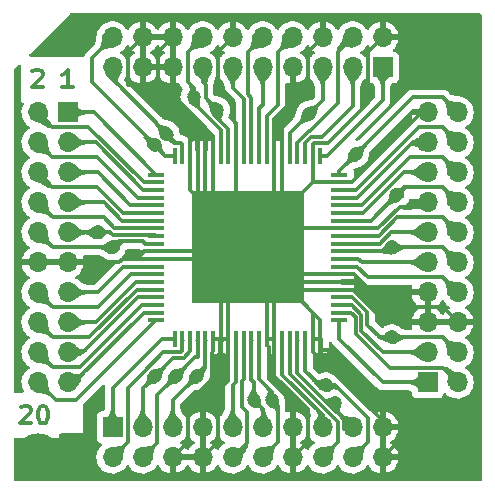
<source format=gbr>
%TF.GenerationSoftware,KiCad,Pcbnew,(6.0.5)*%
%TF.CreationDate,2022-10-17T12:26:57+09:00*%
%TF.ProjectId,AD9852,41443938-3532-42e6-9b69-6361645f7063,rev?*%
%TF.SameCoordinates,Original*%
%TF.FileFunction,Copper,L1,Top*%
%TF.FilePolarity,Positive*%
%FSLAX46Y46*%
G04 Gerber Fmt 4.6, Leading zero omitted, Abs format (unit mm)*
G04 Created by KiCad (PCBNEW (6.0.5)) date 2022-10-17 12:26:57*
%MOMM*%
%LPD*%
G01*
G04 APERTURE LIST*
%ADD10C,0.300000*%
%TA.AperFunction,NonConductor*%
%ADD11C,0.300000*%
%TD*%
%TA.AperFunction,SMDPad,CuDef*%
%ADD12R,1.475000X0.450000*%
%TD*%
%TA.AperFunction,SMDPad,CuDef*%
%ADD13R,0.450000X1.475000*%
%TD*%
%TA.AperFunction,SMDPad,CuDef*%
%ADD14R,9.500000X9.500000*%
%TD*%
%TA.AperFunction,ComponentPad*%
%ADD15R,1.700000X1.700000*%
%TD*%
%TA.AperFunction,ComponentPad*%
%ADD16O,1.700000X1.700000*%
%TD*%
%TA.AperFunction,ViaPad*%
%ADD17C,1.200000*%
%TD*%
%TA.AperFunction,ViaPad*%
%ADD18C,4.000000*%
%TD*%
%TA.AperFunction,ViaPad*%
%ADD19C,1.400000*%
%TD*%
%TA.AperFunction,Conductor*%
%ADD20C,0.300000*%
%TD*%
G04 APERTURE END LIST*
D10*
D11*
X166243142Y-91015428D02*
X166314571Y-90944000D01*
X166457428Y-90872571D01*
X166814571Y-90872571D01*
X166957428Y-90944000D01*
X167028857Y-91015428D01*
X167100285Y-91158285D01*
X167100285Y-91301142D01*
X167028857Y-91515428D01*
X166171714Y-92372571D01*
X167100285Y-92372571D01*
X168028857Y-90872571D02*
X168171714Y-90872571D01*
X168314571Y-90944000D01*
X168386000Y-91015428D01*
X168457428Y-91158285D01*
X168528857Y-91444000D01*
X168528857Y-91801142D01*
X168457428Y-92086857D01*
X168386000Y-92229714D01*
X168314571Y-92301142D01*
X168171714Y-92372571D01*
X168028857Y-92372571D01*
X167886000Y-92301142D01*
X167814571Y-92229714D01*
X167743142Y-92086857D01*
X167671714Y-91801142D01*
X167671714Y-91444000D01*
X167743142Y-91158285D01*
X167814571Y-91015428D01*
X167886000Y-90944000D01*
X168028857Y-90872571D01*
D10*
D11*
X167211428Y-62567428D02*
X167282857Y-62496000D01*
X167425714Y-62424571D01*
X167782857Y-62424571D01*
X167925714Y-62496000D01*
X167997142Y-62567428D01*
X168068571Y-62710285D01*
X168068571Y-62853142D01*
X167997142Y-63067428D01*
X167140000Y-63924571D01*
X168068571Y-63924571D01*
D10*
D11*
X170608571Y-63924571D02*
X169751428Y-63924571D01*
X170180000Y-63924571D02*
X170180000Y-62424571D01*
X170037142Y-62638857D01*
X169894285Y-62781714D01*
X169751428Y-62853142D01*
D12*
%TO.P,IC1,1,D7*%
%TO.N,1*%
X177682000Y-71295000D03*
%TO.P,IC1,2,D6*%
%TO.N,2*%
X177682000Y-71945000D03*
%TO.P,IC1,3,D5*%
%TO.N,3*%
X177682000Y-72595000D03*
%TO.P,IC1,4,D4*%
%TO.N,4*%
X177682000Y-73245000D03*
%TO.P,IC1,5,D3*%
%TO.N,5*%
X177682000Y-73895000D03*
%TO.P,IC1,6,D2*%
%TO.N,6*%
X177682000Y-74545000D03*
%TO.P,IC1,7,D1*%
%TO.N,7*%
X177682000Y-75195000D03*
%TO.P,IC1,8,D0*%
%TO.N,8*%
X177682000Y-75845000D03*
%TO.P,IC1,9,DVDD_1*%
%TO.N,9*%
X177682000Y-76495000D03*
%TO.P,IC1,10,DVDD_2*%
%TO.N,10*%
X177682000Y-77145000D03*
%TO.P,IC1,11,DGND_1*%
%TO.N,11*%
X177682000Y-77795000D03*
%TO.P,IC1,12,DGND_2*%
X177682000Y-78445000D03*
%TO.P,IC1,13,NC_1*%
%TO.N,13*%
X177682000Y-79095000D03*
%TO.P,IC1,14,A5*%
%TO.N,14*%
X177682000Y-79745000D03*
%TO.P,IC1,15,A4*%
%TO.N,15*%
X177682000Y-80395000D03*
%TO.P,IC1,16,A3*%
%TO.N,16*%
X177682000Y-81045000D03*
%TO.P,IC1,17,A2/IO_RESET*%
%TO.N,17*%
X177682000Y-81695000D03*
%TO.P,IC1,18,A1/SDO*%
%TO.N,18*%
X177682000Y-82345000D03*
%TO.P,IC1,19,A0/SDIO*%
%TO.N,19*%
X177682000Y-82995000D03*
%TO.P,IC1,20,I/O_UD_CLK*%
%TO.N,20*%
X177682000Y-83645000D03*
D13*
%TO.P,IC1,21,~{WR}/SCLK*%
%TO.N,21*%
X179245000Y-85208000D03*
%TO.P,IC1,22,~{RD}/~{CS}*%
%TO.N,22*%
X179895000Y-85208000D03*
%TO.P,IC1,23,DVDD_3*%
%TO.N,23*%
X180545000Y-85208000D03*
%TO.P,IC1,24,DVDD_4*%
%TO.N,24*%
X181195000Y-85208000D03*
%TO.P,IC1,25,DVDD_5*%
%TO.N,25*%
X181845000Y-85208000D03*
%TO.P,IC1,26,DGND_3*%
%TO.N,11*%
X182495000Y-85208000D03*
%TO.P,IC1,27,DGND_4*%
X183145000Y-85208000D03*
%TO.P,IC1,28,DGND_5*%
X183795000Y-85208000D03*
%TO.P,IC1,29,FSK/BPSK/HOLD*%
%TO.N,29*%
X184445000Y-85208000D03*
%TO.P,IC1,30,OSK*%
%TO.N,30*%
X185095000Y-85208000D03*
%TO.P,IC1,31,AVDD_1*%
%TO.N,31*%
X185745000Y-85208000D03*
%TO.P,IC1,32,AVDD_2*%
%TO.N,32*%
X186395000Y-85208000D03*
%TO.P,IC1,33,AGND_1*%
%TO.N,11*%
X187045000Y-85208000D03*
%TO.P,IC1,34,AGND_2*%
X187695000Y-85208000D03*
%TO.P,IC1,35,NC_2*%
%TO.N,35*%
X188345000Y-85208000D03*
%TO.P,IC1,36,VOUT*%
%TO.N,36*%
X188995000Y-85208000D03*
%TO.P,IC1,37,AVDD_3*%
%TO.N,37*%
X189645000Y-85208000D03*
%TO.P,IC1,38,AVDD_4*%
%TO.N,38*%
X190295000Y-85208000D03*
%TO.P,IC1,39,AGND_3*%
%TO.N,11*%
X190945000Y-85208000D03*
%TO.P,IC1,40,AGND_4*%
X191595000Y-85208000D03*
D12*
%TO.P,IC1,41,AGND_5*%
%TO.N,41*%
X193158000Y-83645000D03*
%TO.P,IC1,42,VINP*%
%TO.N,42*%
X193158000Y-82995000D03*
%TO.P,IC1,43,VINN*%
%TO.N,43*%
X193158000Y-82345000D03*
%TO.P,IC1,44,AVDD_5*%
%TO.N,44*%
X193158000Y-81695000D03*
%TO.P,IC1,45,AGND_6*%
%TO.N,11*%
X193158000Y-81045000D03*
%TO.P,IC1,46,AGND_7*%
X193158000Y-80395000D03*
%TO.P,IC1,47,AGND_8*%
X193158000Y-79745000D03*
%TO.P,IC1,48,IOUT1*%
%TO.N,48*%
X193158000Y-79095000D03*
%TO.P,IC1,49,~{IOUT1}*%
%TO.N,49*%
X193158000Y-78445000D03*
%TO.P,IC1,50,AVDD_6*%
%TO.N,50*%
X193158000Y-77795000D03*
%TO.P,IC1,51,~{IOUT2}*%
%TO.N,51*%
X193158000Y-77145000D03*
%TO.P,IC1,52,IOUT2*%
%TO.N,52*%
X193158000Y-76495000D03*
%TO.P,IC1,53,AGND_9*%
%TO.N,11*%
X193158000Y-75845000D03*
%TO.P,IC1,54,AVDD_7*%
%TO.N,54*%
X193158000Y-75195000D03*
%TO.P,IC1,55,DACBP*%
%TO.N,55*%
X193158000Y-74545000D03*
%TO.P,IC1,56,DAC_RSET*%
%TO.N,56*%
X193158000Y-73895000D03*
%TO.P,IC1,57,NC_3*%
%TO.N,57*%
X193158000Y-73245000D03*
%TO.P,IC1,58,NC_4*%
%TO.N,58*%
X193158000Y-72595000D03*
%TO.P,IC1,59,AGND_10*%
%TO.N,11*%
X193158000Y-71945000D03*
%TO.P,IC1,60,AVDD_8*%
%TO.N,60*%
X193158000Y-71295000D03*
D13*
%TO.P,IC1,61,PLL_FILTER*%
%TO.N,61*%
X191595000Y-69732000D03*
%TO.P,IC1,62,AGND_11*%
%TO.N,11*%
X190945000Y-69732000D03*
%TO.P,IC1,63,NC_5*%
%TO.N,63*%
X190295000Y-69732000D03*
%TO.P,IC1,64,DIFF_CLK_ENABLE*%
%TO.N,64*%
X189645000Y-69732000D03*
%TO.P,IC1,65,AVDD_9*%
%TO.N,65*%
X188995000Y-69732000D03*
%TO.P,IC1,66,AGND_12*%
%TO.N,11*%
X188345000Y-69732000D03*
%TO.P,IC1,67,AGND_13*%
X187695000Y-69732000D03*
%TO.P,IC1,68,~{REFCLK}*%
%TO.N,68*%
X187045000Y-69732000D03*
%TO.P,IC1,69,REFCLK*%
%TO.N,69*%
X186395000Y-69732000D03*
%TO.P,IC1,70,S/P_SELECT*%
%TO.N,70*%
X185745000Y-69732000D03*
%TO.P,IC1,71,MASTER_RESET*%
%TO.N,71*%
X185095000Y-69732000D03*
%TO.P,IC1,72,DGND_6*%
%TO.N,11*%
X184445000Y-69732000D03*
%TO.P,IC1,73,DVDD_6*%
%TO.N,73*%
X183795000Y-69732000D03*
%TO.P,IC1,74,DVDD_7*%
%TO.N,74*%
X183145000Y-69732000D03*
%TO.P,IC1,75,DGND_7*%
%TO.N,11*%
X182495000Y-69732000D03*
%TO.P,IC1,76,DGND_8*%
X181845000Y-69732000D03*
%TO.P,IC1,77,DGND_9*%
X181195000Y-69732000D03*
%TO.P,IC1,78,DGND_10*%
X180545000Y-69732000D03*
%TO.P,IC1,79,DVDD_8*%
%TO.N,79*%
X179895000Y-69732000D03*
%TO.P,IC1,80,DVDD_9*%
%TO.N,80*%
X179245000Y-69732000D03*
D14*
%TO.P,IC1,81,EP*%
%TO.N,11*%
X185420000Y-77470000D03*
%TD*%
D15*
%TO.P,J4,1,Pin_1*%
%TO.N,41*%
X200660000Y-88900000D03*
D16*
%TO.P,J4,2,Pin_2*%
%TO.N,42*%
X203200000Y-88900000D03*
%TO.P,J4,3,Pin_3*%
%TO.N,43*%
X200660000Y-86360000D03*
%TO.P,J4,4,Pin_4*%
%TO.N,44*%
X203200000Y-86360000D03*
%TO.P,J4,5,Pin_5*%
%TO.N,11*%
X200660000Y-83820000D03*
%TO.P,J4,6,Pin_6*%
X203200000Y-83820000D03*
%TO.P,J4,7,Pin_7*%
X200660000Y-81280000D03*
%TO.P,J4,8,Pin_8*%
%TO.N,48*%
X203200000Y-81280000D03*
%TO.P,J4,9,Pin_9*%
%TO.N,49*%
X200660000Y-78740000D03*
%TO.P,J4,10,Pin_10*%
%TO.N,50*%
X203200000Y-78740000D03*
%TO.P,J4,11,Pin_11*%
%TO.N,51*%
X200660000Y-76200000D03*
%TO.P,J4,12,Pin_12*%
%TO.N,52*%
X203200000Y-76200000D03*
%TO.P,J4,13,Pin_13*%
%TO.N,11*%
X200660000Y-73660000D03*
%TO.P,J4,14,Pin_14*%
%TO.N,54*%
X203200000Y-73660000D03*
%TO.P,J4,15,Pin_15*%
%TO.N,55*%
X200660000Y-71120000D03*
%TO.P,J4,16,Pin_16*%
%TO.N,56*%
X203200000Y-71120000D03*
%TO.P,J4,17,Pin_17*%
%TO.N,57*%
X200660000Y-68580000D03*
%TO.P,J4,18,Pin_18*%
%TO.N,58*%
X203200000Y-68580000D03*
%TO.P,J4,19,Pin_19*%
%TO.N,11*%
X200660000Y-66040000D03*
%TO.P,J4,20,Pin_20*%
%TO.N,60*%
X203200000Y-66040000D03*
%TD*%
D15*
%TO.P,J2,1,Pin_1*%
%TO.N,21*%
X173990000Y-92710000D03*
D16*
%TO.P,J2,2,Pin_2*%
%TO.N,22*%
X173990000Y-95250000D03*
%TO.P,J2,3,Pin_3*%
%TO.N,23*%
X176530000Y-92710000D03*
%TO.P,J2,4,Pin_4*%
%TO.N,24*%
X176530000Y-95250000D03*
%TO.P,J2,5,Pin_5*%
%TO.N,25*%
X179070000Y-92710000D03*
%TO.P,J2,6,Pin_6*%
%TO.N,11*%
X179070000Y-95250000D03*
%TO.P,J2,7,Pin_7*%
X181610000Y-92710000D03*
%TO.P,J2,8,Pin_8*%
X181610000Y-95250000D03*
%TO.P,J2,9,Pin_9*%
%TO.N,29*%
X184150000Y-92710000D03*
%TO.P,J2,10,Pin_10*%
%TO.N,30*%
X184150000Y-95250000D03*
%TO.P,J2,11,Pin_11*%
%TO.N,31*%
X186690000Y-92710000D03*
%TO.P,J2,12,Pin_12*%
%TO.N,32*%
X186690000Y-95250000D03*
%TO.P,J2,13,Pin_13*%
%TO.N,11*%
X189230000Y-92710000D03*
%TO.P,J2,14,Pin_14*%
X189230000Y-95250000D03*
%TO.P,J2,15,Pin_15*%
%TO.N,35*%
X191770000Y-92710000D03*
%TO.P,J2,16,Pin_16*%
%TO.N,36*%
X191770000Y-95250000D03*
%TO.P,J2,17,Pin_17*%
%TO.N,37*%
X194310000Y-92710000D03*
%TO.P,J2,18,Pin_18*%
%TO.N,38*%
X194310000Y-95250000D03*
%TO.P,J2,19,Pin_19*%
%TO.N,11*%
X196850000Y-92710000D03*
%TO.P,J2,20,Pin_20*%
X196850000Y-95250000D03*
%TD*%
D15*
%TO.P,J1,1,Pin_1*%
%TO.N,1*%
X170180000Y-66040000D03*
D16*
%TO.P,J1,2,Pin_2*%
%TO.N,2*%
X167640000Y-66040000D03*
%TO.P,J1,3,Pin_3*%
%TO.N,3*%
X170180000Y-68580000D03*
%TO.P,J1,4,Pin_4*%
%TO.N,4*%
X167640000Y-68580000D03*
%TO.P,J1,5,Pin_5*%
%TO.N,5*%
X170180000Y-71120000D03*
%TO.P,J1,6,Pin_6*%
%TO.N,6*%
X167640000Y-71120000D03*
%TO.P,J1,7,Pin_7*%
%TO.N,7*%
X170180000Y-73660000D03*
%TO.P,J1,8,Pin_8*%
%TO.N,8*%
X167640000Y-73660000D03*
%TO.P,J1,9,Pin_9*%
%TO.N,9*%
X170180000Y-76200000D03*
%TO.P,J1,10,Pin_10*%
%TO.N,10*%
X167640000Y-76200000D03*
%TO.P,J1,11,Pin_11*%
%TO.N,11*%
X170180000Y-78740000D03*
%TO.P,J1,12,Pin_12*%
X167640000Y-78740000D03*
%TO.P,J1,13,Pin_13*%
%TO.N,13*%
X170180000Y-81280000D03*
%TO.P,J1,14,Pin_14*%
%TO.N,14*%
X167640000Y-81280000D03*
%TO.P,J1,15,Pin_15*%
%TO.N,15*%
X170180000Y-83820000D03*
%TO.P,J1,16,Pin_16*%
%TO.N,16*%
X167640000Y-83820000D03*
%TO.P,J1,17,Pin_17*%
%TO.N,17*%
X170180000Y-86360000D03*
%TO.P,J1,18,Pin_18*%
%TO.N,18*%
X167640000Y-86360000D03*
%TO.P,J1,19,Pin_19*%
%TO.N,19*%
X170180000Y-88900000D03*
%TO.P,J1,20,Pin_20*%
%TO.N,20*%
X167640000Y-88900000D03*
%TD*%
D15*
%TO.P,J3,1,Pin_1*%
%TO.N,61*%
X196850000Y-62230000D03*
D16*
%TO.P,J3,2,Pin_2*%
%TO.N,11*%
X196850000Y-59690000D03*
%TO.P,J3,3,Pin_3*%
%TO.N,63*%
X194310000Y-62230000D03*
%TO.P,J3,4,Pin_4*%
%TO.N,64*%
X194310000Y-59690000D03*
%TO.P,J3,5,Pin_5*%
%TO.N,65*%
X191770000Y-62230000D03*
%TO.P,J3,6,Pin_6*%
%TO.N,11*%
X191770000Y-59690000D03*
%TO.P,J3,7,Pin_7*%
X189230000Y-62230000D03*
%TO.P,J3,8,Pin_8*%
%TO.N,68*%
X189230000Y-59690000D03*
%TO.P,J3,9,Pin_9*%
%TO.N,69*%
X186690000Y-62230000D03*
%TO.P,J3,10,Pin_10*%
%TO.N,70*%
X186690000Y-59690000D03*
%TO.P,J3,11,Pin_11*%
%TO.N,71*%
X184150000Y-62230000D03*
%TO.P,J3,12,Pin_12*%
%TO.N,11*%
X184150000Y-59690000D03*
%TO.P,J3,13,Pin_13*%
%TO.N,73*%
X181610000Y-62230000D03*
%TO.P,J3,14,Pin_14*%
%TO.N,74*%
X181610000Y-59690000D03*
%TO.P,J3,15,Pin_15*%
%TO.N,11*%
X179070000Y-62230000D03*
%TO.P,J3,16,Pin_16*%
X179070000Y-59690000D03*
%TO.P,J3,17,Pin_17*%
X176530000Y-62230000D03*
%TO.P,J3,18,Pin_18*%
X176530000Y-59690000D03*
%TO.P,J3,19,Pin_19*%
%TO.N,79*%
X173990000Y-62230000D03*
%TO.P,J3,20,Pin_20*%
%TO.N,80*%
X173990000Y-59690000D03*
%TD*%
D17*
%TO.N,10*%
X173990000Y-77470000D03*
D18*
%TO.N,11*%
X185420000Y-77470000D03*
D19*
X182880000Y-80010000D03*
X182880000Y-74930000D03*
D18*
X203200000Y-95250000D03*
X203200000Y-59690000D03*
X167640000Y-95250000D03*
D19*
X187960000Y-74930000D03*
X187960000Y-80010000D03*
D17*
%TO.N,9*%
X172720000Y-76200000D03*
%TO.N,80*%
X177546000Y-68834000D03*
%TO.N,79*%
X178548276Y-67831724D03*
%TO.N,23*%
X177546000Y-88392000D03*
%TO.N,24*%
X179324000Y-88392000D03*
%TO.N,25*%
X181102000Y-88392000D03*
%TO.N,74*%
X180848000Y-64770000D03*
%TO.N,73*%
X182843923Y-65822077D03*
%TO.N,31*%
X185928000Y-90424000D03*
%TO.N,32*%
X187452000Y-90424000D03*
%TO.N,65*%
X190627000Y-66167000D03*
%TO.N,37*%
X192808675Y-90655325D03*
%TO.N,38*%
X192019228Y-89158773D03*
%TO.N,60*%
X194564000Y-69596000D03*
%TO.N,54*%
X198029398Y-73061398D03*
%TO.N,50*%
X197612000Y-77470000D03*
%TO.N,44*%
X197612000Y-85090000D03*
%TD*%
D20*
%TO.N,10*%
X176594500Y-76962000D02*
X176777500Y-77145000D01*
X173990000Y-77470000D02*
X168910000Y-77470000D01*
X173990000Y-77470000D02*
X174498000Y-76962000D01*
X174498000Y-76962000D02*
X176594500Y-76962000D01*
X176777500Y-77145000D02*
X177682000Y-77145000D01*
X168910000Y-77470000D02*
X167640000Y-76200000D01*
%TO.N,11*%
X191595000Y-85208000D02*
X191595000Y-86185000D01*
X190500000Y-91185655D02*
X190500000Y-93980000D01*
X180545000Y-69732000D02*
X180545000Y-68150000D01*
X193158000Y-75845000D02*
X187045000Y-75845000D01*
X177682000Y-77795000D02*
X176669500Y-77795000D01*
X175473000Y-78445000D02*
X174847893Y-78445000D01*
X187695000Y-66559000D02*
X187695000Y-69732000D01*
X179070000Y-59690000D02*
X177800000Y-60960000D01*
X201930000Y-82550000D02*
X203200000Y-83820000D01*
X181195000Y-69732000D02*
X181195000Y-73245000D01*
X197104000Y-83820000D02*
X200660000Y-83820000D01*
X187045000Y-75845000D02*
X185420000Y-77470000D01*
X181845000Y-73895000D02*
X185420000Y-77470000D01*
X176669500Y-77838500D02*
X176063000Y-78445000D01*
X190945000Y-85208000D02*
X190945000Y-86297000D01*
X181195000Y-69732000D02*
X181195000Y-68165000D01*
X195650000Y-65208000D02*
X195650000Y-60890000D01*
X187198000Y-85873500D02*
X187198000Y-88646000D01*
X190945000Y-69732000D02*
X190945000Y-71945000D01*
X191595000Y-86185000D02*
X192357000Y-86185000D01*
X193158000Y-71945000D02*
X190945000Y-71945000D01*
X182372000Y-86368500D02*
X182495000Y-86245500D01*
X180545000Y-69732000D02*
X180545000Y-72595000D01*
X188345000Y-80395000D02*
X185420000Y-77470000D01*
X184445000Y-76495000D02*
X185420000Y-77470000D01*
X177682000Y-78445000D02*
X184445000Y-78445000D01*
X190945000Y-82995000D02*
X185420000Y-77470000D01*
X190945000Y-71945000D02*
X187960000Y-74930000D01*
X195650000Y-60890000D02*
X196850000Y-59690000D01*
X177800000Y-64135000D02*
X181845000Y-68180000D01*
X182495000Y-68004500D02*
X179070000Y-64579500D01*
X193158000Y-79745000D02*
X188225000Y-79745000D01*
X182372000Y-88646000D02*
X182372000Y-86368500D01*
X179070000Y-64579500D02*
X179070000Y-62230000D01*
X177800000Y-60960000D02*
X177800000Y-64135000D01*
X182880000Y-93980000D02*
X182880000Y-89662000D01*
X193158000Y-75845000D02*
X196479285Y-75845000D01*
X198374000Y-93726000D02*
X196850000Y-95250000D01*
X194341819Y-81045000D02*
X196064000Y-82767181D01*
X177682000Y-77795000D02*
X185095000Y-77795000D01*
X187695000Y-75195000D02*
X185420000Y-77470000D01*
X187045000Y-85208000D02*
X187045000Y-79095000D01*
X187045000Y-85720500D02*
X187198000Y-85873500D01*
X176669500Y-77795000D02*
X176669500Y-77838500D01*
X190945000Y-71945000D02*
X185420000Y-77470000D01*
X193158000Y-81045000D02*
X194341819Y-81045000D01*
X182880000Y-60960000D02*
X184150000Y-59690000D01*
X188345000Y-74545000D02*
X185420000Y-77470000D01*
X190945000Y-68719500D02*
X190945000Y-69732000D01*
X192357000Y-86185000D02*
X198374000Y-92202000D01*
X196596000Y-82550000D02*
X201930000Y-82550000D01*
X176149000Y-63754000D02*
X175260000Y-63754000D01*
X187695000Y-66559000D02*
X189230000Y-65024000D01*
X198374000Y-92202000D02*
X198374000Y-93726000D01*
X194441000Y-80395000D02*
X196596000Y-82550000D01*
X184445000Y-69732000D02*
X184445000Y-76495000D01*
X180340000Y-90678000D02*
X182372000Y-88646000D01*
X196850000Y-92202000D02*
X196850000Y-92710000D01*
X187695000Y-79745000D02*
X185420000Y-77470000D01*
X190945000Y-86297000D02*
X196850000Y-92202000D01*
X194247000Y-71945000D02*
X200152000Y-66040000D01*
X181610000Y-95250000D02*
X182880000Y-93980000D01*
X182880000Y-63754000D02*
X182880000Y-60960000D01*
X183795000Y-88747000D02*
X183795000Y-85208000D01*
X193158000Y-79745000D02*
X194453447Y-79745000D01*
X193158000Y-80395000D02*
X194441000Y-80395000D01*
X174847893Y-78445000D02*
X174552893Y-78740000D01*
X183795000Y-79095000D02*
X185420000Y-77470000D01*
X190570000Y-64446000D02*
X190570000Y-60890000D01*
X184445000Y-78445000D02*
X185420000Y-77470000D01*
X181610000Y-90170000D02*
X183145000Y-88635000D01*
X180545000Y-68150000D02*
X176149000Y-63754000D01*
X183145000Y-79745000D02*
X185420000Y-77470000D01*
X200308602Y-74011398D02*
X200660000Y-73660000D01*
X174552893Y-78740000D02*
X170180000Y-78740000D01*
X193158000Y-81045000D02*
X188995000Y-81045000D01*
X184145000Y-66670000D02*
X184145000Y-65019000D01*
X175260000Y-63754000D02*
X175260000Y-60960000D01*
X183145000Y-85208000D02*
X183145000Y-79745000D01*
X184145000Y-65019000D02*
X182880000Y-63754000D01*
X176063000Y-78445000D02*
X175473000Y-78445000D01*
X191020000Y-68644500D02*
X190945000Y-68719500D01*
X183145000Y-88635000D02*
X183145000Y-85208000D01*
X193158000Y-71945000D02*
X194247000Y-71945000D01*
X190570000Y-60890000D02*
X191770000Y-59690000D01*
X176530000Y-63500000D02*
X176530000Y-62230000D01*
X190945000Y-85208000D02*
X190945000Y-82995000D01*
X188345000Y-69732000D02*
X188345000Y-66671000D01*
X181845000Y-69732000D02*
X181845000Y-73895000D01*
X189230000Y-90678000D02*
X189230000Y-92710000D01*
X198312887Y-74011398D02*
X200308602Y-74011398D01*
X184445000Y-69732000D02*
X184445000Y-66970000D01*
X180340000Y-93980000D02*
X180340000Y-90678000D01*
X187695000Y-85208000D02*
X187695000Y-79745000D01*
X179070000Y-95250000D02*
X180340000Y-93980000D01*
X184445000Y-66970000D02*
X184145000Y-66670000D01*
X195988447Y-81280000D02*
X200660000Y-81280000D01*
X185095000Y-77795000D02*
X185420000Y-77470000D01*
X192213500Y-68644500D02*
X195650000Y-65208000D01*
X187695000Y-88380655D02*
X190500000Y-91185655D01*
X187045000Y-85208000D02*
X187045000Y-85720500D01*
X182880000Y-89662000D02*
X183795000Y-88747000D01*
X181195000Y-68165000D02*
X176530000Y-63500000D01*
X193158000Y-80395000D02*
X188345000Y-80395000D01*
X182495000Y-74545000D02*
X182880000Y-74930000D01*
X192213500Y-68644500D02*
X191020000Y-68644500D01*
X196064000Y-82767181D02*
X196064000Y-82780000D01*
X181610000Y-92710000D02*
X181610000Y-90170000D01*
X183795000Y-85208000D02*
X183795000Y-79095000D01*
X188345000Y-66671000D02*
X190570000Y-64446000D01*
X182495000Y-69732000D02*
X182495000Y-74545000D01*
X200152000Y-66040000D02*
X200660000Y-66040000D01*
X187695000Y-69732000D02*
X187695000Y-75195000D01*
X196064000Y-82780000D02*
X197104000Y-83820000D01*
X175260000Y-60960000D02*
X176530000Y-59690000D01*
X187045000Y-79095000D02*
X185420000Y-77470000D01*
X191595000Y-83645000D02*
X185420000Y-77470000D01*
X190500000Y-93980000D02*
X189230000Y-95250000D01*
X181195000Y-73245000D02*
X185420000Y-77470000D01*
X188225000Y-79745000D02*
X187960000Y-80010000D01*
X182495000Y-86245500D02*
X182495000Y-85208000D01*
X189230000Y-65024000D02*
X189230000Y-62230000D01*
X180545000Y-72595000D02*
X185420000Y-77470000D01*
X191595000Y-85208000D02*
X191595000Y-83645000D01*
X187695000Y-85208000D02*
X187695000Y-88380655D01*
X188345000Y-69732000D02*
X188345000Y-74545000D01*
X187198000Y-88646000D02*
X189230000Y-90678000D01*
X177682000Y-78445000D02*
X175473000Y-78445000D01*
X182495000Y-69732000D02*
X182495000Y-68004500D01*
X181845000Y-68180000D02*
X181845000Y-69732000D01*
X196479285Y-75845000D02*
X198312887Y-74011398D01*
X194453447Y-79745000D02*
X195988447Y-81280000D01*
X188995000Y-81045000D02*
X185420000Y-77470000D01*
%TO.N,9*%
X177607000Y-76420000D02*
X177682000Y-76495000D01*
X173770000Y-76200000D02*
X173990000Y-76420000D01*
X172720000Y-76200000D02*
X170180000Y-76200000D01*
X172720000Y-76200000D02*
X173770000Y-76200000D01*
X173990000Y-76420000D02*
X177607000Y-76420000D01*
%TO.N,80*%
X177546000Y-68834000D02*
X172212000Y-63500000D01*
X177546000Y-68834000D02*
X178444000Y-69732000D01*
X172212000Y-63500000D02*
X172212000Y-61468000D01*
X172212000Y-61468000D02*
X173990000Y-59690000D01*
X178444000Y-69732000D02*
X179245000Y-69732000D01*
%TO.N,79*%
X178548276Y-67804276D02*
X178548276Y-67831724D01*
X179895000Y-68719500D02*
X179895000Y-69732000D01*
X173990000Y-63246000D02*
X178548276Y-67804276D01*
X179820000Y-68644500D02*
X179895000Y-68719500D01*
X178548276Y-67831724D02*
X179361053Y-68644500D01*
X173990000Y-62230000D02*
X173990000Y-63246000D01*
X179361053Y-68644500D02*
X179820000Y-68644500D01*
%TO.N,23*%
X180545000Y-86277607D02*
X180545000Y-85208000D01*
X179142500Y-86795500D02*
X180027107Y-86795500D01*
X176530000Y-89408000D02*
X176530000Y-92710000D01*
X177546000Y-88392000D02*
X176530000Y-89408000D01*
X177546000Y-88392000D02*
X179142500Y-86795500D01*
X180027107Y-86795500D02*
X180545000Y-86277607D01*
%TO.N,24*%
X177768923Y-94011077D02*
X177768923Y-89947077D01*
X176530000Y-95250000D02*
X177768923Y-94011077D01*
X177768923Y-89947077D02*
X179324000Y-88392000D01*
X179324000Y-88392000D02*
X180941000Y-86775000D01*
X180941000Y-86775000D02*
X181195000Y-86775000D01*
X181195000Y-86775000D02*
X181195000Y-85208000D01*
%TO.N,25*%
X179070000Y-90424000D02*
X181102000Y-88392000D01*
X181102000Y-88392000D02*
X181102000Y-88292657D01*
X181845000Y-87549657D02*
X181845000Y-85208000D01*
X181102000Y-88292657D02*
X181845000Y-87549657D01*
X179070000Y-92710000D02*
X179070000Y-90424000D01*
%TO.N,74*%
X183145000Y-67502894D02*
X183145000Y-69732000D01*
X180848000Y-64770000D02*
X180848000Y-65205894D01*
X180848000Y-64008000D02*
X180340000Y-63500000D01*
X180848000Y-64770000D02*
X180848000Y-64008000D01*
X180848000Y-65205894D02*
X183145000Y-67502894D01*
X180340000Y-63500000D02*
X180340000Y-60960000D01*
X180340000Y-60960000D02*
X181610000Y-59690000D01*
%TO.N,73*%
X181610000Y-63500000D02*
X181610000Y-62230000D01*
X182843923Y-65822077D02*
X182843923Y-66494710D01*
X182843923Y-66494710D02*
X183795000Y-67445787D01*
X181864000Y-63754000D02*
X181610000Y-63500000D01*
X183795000Y-67445787D02*
X183795000Y-69732000D01*
X181864000Y-64842154D02*
X181864000Y-63754000D01*
X182843923Y-65822077D02*
X181864000Y-64842154D01*
%TO.N,31*%
X186690000Y-91186000D02*
X185928000Y-90424000D01*
X185745000Y-88691765D02*
X185745000Y-85208000D01*
X185928000Y-90424000D02*
X185928000Y-88874765D01*
X185928000Y-88874765D02*
X185745000Y-88691765D01*
X186690000Y-92710000D02*
X186690000Y-91186000D01*
%TO.N,32*%
X187452000Y-90424000D02*
X187960000Y-90932000D01*
X187452000Y-89691658D02*
X186395000Y-88634658D01*
X187452000Y-90424000D02*
X187452000Y-89691658D01*
X186395000Y-88634658D02*
X186395000Y-85208000D01*
X187960000Y-93980000D02*
X186690000Y-95250000D01*
X187960000Y-90932000D02*
X187960000Y-93980000D01*
%TO.N,65*%
X191770000Y-65024000D02*
X191770000Y-62230000D01*
X190627000Y-66167000D02*
X191770000Y-65024000D01*
X188995000Y-67799000D02*
X188995000Y-69732000D01*
X190627000Y-66167000D02*
X188995000Y-67799000D01*
%TO.N,37*%
X192808675Y-90655325D02*
X192808675Y-91208675D01*
X192808675Y-91208675D02*
X194310000Y-92710000D01*
X189645000Y-88127341D02*
X189645000Y-85208000D01*
X192808675Y-90655325D02*
X192172984Y-90655325D01*
X192172984Y-90655325D02*
X189645000Y-88127341D01*
%TO.N,38*%
X195580000Y-93980000D02*
X194310000Y-95250000D01*
X192019228Y-89158773D02*
X191520773Y-89158773D01*
X191520773Y-89158773D02*
X190295000Y-87933000D01*
X192019228Y-89158773D02*
X192790773Y-89158773D01*
X190295000Y-87933000D02*
X190295000Y-85208000D01*
X192790773Y-89158773D02*
X195580000Y-91948000D01*
X195580000Y-91948000D02*
X195580000Y-93980000D01*
%TO.N,60*%
X201930000Y-64770000D02*
X203200000Y-66040000D01*
X199390000Y-64770000D02*
X201930000Y-64770000D01*
X194564000Y-69596000D02*
X199390000Y-64770000D01*
X194564000Y-69596000D02*
X193158000Y-71002000D01*
X193158000Y-71002000D02*
X193158000Y-71295000D01*
%TO.N,54*%
X201930000Y-72390000D02*
X203200000Y-73660000D01*
X198029398Y-73061398D02*
X195895796Y-75195000D01*
X198700796Y-72390000D02*
X201930000Y-72390000D01*
X198029398Y-73061398D02*
X198700796Y-72390000D01*
X195895796Y-75195000D02*
X193158000Y-75195000D01*
%TO.N,50*%
X197612000Y-77470000D02*
X197612000Y-77727500D01*
X197612000Y-77470000D02*
X201930000Y-77470000D01*
X197287000Y-77795000D02*
X193158000Y-77795000D01*
X201930000Y-77470000D02*
X203200000Y-78740000D01*
X197612000Y-77470000D02*
X197287000Y-77795000D01*
%TO.N,44*%
X201930000Y-85090000D02*
X203200000Y-86360000D01*
X195564000Y-82974287D02*
X194284713Y-81695000D01*
X196596000Y-85090000D02*
X195564000Y-84058000D01*
X194284713Y-81695000D02*
X193158000Y-81695000D01*
X197612000Y-85090000D02*
X201930000Y-85090000D01*
X195564000Y-84058000D02*
X195564000Y-82974287D01*
X197612000Y-85090000D02*
X196596000Y-85090000D01*
%TO.N,1*%
X177682000Y-71295000D02*
X177467000Y-71295000D01*
X170180000Y-66040000D02*
X172427000Y-66040000D01*
X172427000Y-66040000D02*
X177682000Y-71295000D01*
%TO.N,2*%
X177682000Y-71945000D02*
X176644500Y-71945000D01*
X171939500Y-67240000D02*
X168840000Y-67240000D01*
X168840000Y-67240000D02*
X167640000Y-66040000D01*
X176644500Y-71945000D02*
X171939500Y-67240000D01*
%TO.N,3*%
X170180000Y-68580000D02*
X172572394Y-68580000D01*
X176587394Y-72595000D02*
X177682000Y-72595000D01*
X172572394Y-68580000D02*
X176587394Y-72595000D01*
%TO.N,4*%
X168878923Y-69818923D02*
X172688923Y-69818923D01*
X167640000Y-68580000D02*
X168878923Y-69818923D01*
X177682000Y-73245000D02*
X176115000Y-73245000D01*
X172688923Y-69818923D02*
X176115000Y-73245000D01*
%TO.N,5*%
X170180000Y-71120000D02*
X172720000Y-71120000D01*
X175495000Y-73895000D02*
X177682000Y-73895000D01*
X172720000Y-71120000D02*
X175495000Y-73895000D01*
%TO.N,6*%
X172650000Y-72320000D02*
X174875000Y-74545000D01*
X168840000Y-72320000D02*
X172650000Y-72320000D01*
X174875000Y-74545000D02*
X177682000Y-74545000D01*
X167640000Y-71120000D02*
X168840000Y-72320000D01*
%TO.N,7*%
X174817893Y-75195000D02*
X173282894Y-73660000D01*
X177682000Y-75195000D02*
X174817893Y-75195000D01*
X173282894Y-73660000D02*
X170180000Y-73660000D01*
%TO.N,8*%
X168910000Y-74930000D02*
X167640000Y-73660000D01*
X174143000Y-75845000D02*
X173228000Y-74930000D01*
X177682000Y-75845000D02*
X174143000Y-75845000D01*
X173228000Y-74930000D02*
X168910000Y-74930000D01*
%TO.N,13*%
X172720000Y-81280000D02*
X174905000Y-79095000D01*
X174905000Y-79095000D02*
X177682000Y-79095000D01*
X170180000Y-81280000D02*
X172720000Y-81280000D01*
%TO.N,14*%
X168910000Y-82550000D02*
X172720000Y-82550000D01*
X172720000Y-82550000D02*
X175525000Y-79745000D01*
X167640000Y-81280000D02*
X168910000Y-82550000D01*
X175525000Y-79745000D02*
X177682000Y-79745000D01*
%TO.N,15*%
X170180000Y-83820000D02*
X172575788Y-83820000D01*
X172575788Y-83820000D02*
X176000788Y-80395000D01*
X176000788Y-80395000D02*
X177682000Y-80395000D01*
%TO.N,16*%
X168910000Y-85090000D02*
X172012894Y-85090000D01*
X176057894Y-81045000D02*
X177682000Y-81045000D01*
X172012894Y-85090000D02*
X176057894Y-81045000D01*
X167640000Y-83820000D02*
X168910000Y-85090000D01*
%TO.N,17*%
X170180000Y-86360000D02*
X171450000Y-86360000D01*
X177682000Y-81695000D02*
X176115000Y-81695000D01*
X171450000Y-86360000D02*
X176115000Y-81695000D01*
%TO.N,18*%
X167640000Y-86360000D02*
X168910000Y-87630000D01*
X171196000Y-87630000D02*
X176481000Y-82345000D01*
X168910000Y-87630000D02*
X171196000Y-87630000D01*
X176481000Y-82345000D02*
X177682000Y-82345000D01*
%TO.N,19*%
X170180000Y-88900000D02*
X170764500Y-88900000D01*
X176669500Y-82995000D02*
X177682000Y-82995000D01*
X170764500Y-88900000D02*
X176669500Y-82995000D01*
%TO.N,20*%
X167640000Y-88900000D02*
X169164000Y-90424000D01*
X170903000Y-90424000D02*
X177682000Y-83645000D01*
X169164000Y-90424000D02*
X170903000Y-90424000D01*
X177682000Y-83645000D02*
X177467000Y-83645000D01*
%TO.N,21*%
X173990000Y-92710000D02*
X173990000Y-89408000D01*
X178190000Y-85208000D02*
X179245000Y-85208000D01*
X173990000Y-89408000D02*
X178190000Y-85208000D01*
%TO.N,22*%
X176530000Y-88064497D02*
X178298997Y-86295500D01*
X173990000Y-95250000D02*
X175260000Y-93980000D01*
X178298997Y-86295500D02*
X179820000Y-86295500D01*
X179820000Y-86295500D02*
X179895000Y-86220500D01*
X175260000Y-93980000D02*
X175260000Y-89408000D01*
X179895000Y-86220500D02*
X179895000Y-85208000D01*
X175260000Y-89408000D02*
X176530000Y-88138000D01*
X176530000Y-88138000D02*
X176530000Y-88064497D01*
%TO.N,29*%
X184150000Y-92710000D02*
X184150000Y-89154000D01*
X184445000Y-88859000D02*
X184445000Y-85208000D01*
X184150000Y-89154000D02*
X184445000Y-88859000D01*
%TO.N,30*%
X184978000Y-88751659D02*
X185095000Y-88634659D01*
X185350000Y-91370000D02*
X184978000Y-90998000D01*
X184150000Y-95250000D02*
X185350000Y-94050000D01*
X185095000Y-88634659D02*
X185095000Y-85208000D01*
X184978000Y-90998000D02*
X184978000Y-88751659D01*
X185350000Y-94050000D02*
X185350000Y-91370000D01*
%TO.N,35*%
X191770000Y-92710000D02*
X191770000Y-91666553D01*
X188345000Y-88241553D02*
X188345000Y-85208000D01*
X191770000Y-91666553D02*
X188345000Y-88241553D01*
%TO.N,36*%
X193040000Y-92229447D02*
X193040000Y-93980000D01*
X188995000Y-85208000D02*
X188995000Y-88184447D01*
X193040000Y-93980000D02*
X191770000Y-95250000D01*
X188995000Y-88184447D02*
X193040000Y-92229447D01*
%TO.N,41*%
X196850000Y-88900000D02*
X193158000Y-85208000D01*
X200660000Y-88900000D02*
X196850000Y-88900000D01*
X193158000Y-85208000D02*
X193158000Y-83645000D01*
%TO.N,42*%
X194564000Y-83388500D02*
X194564000Y-84781106D01*
X197482894Y-87700000D02*
X202000000Y-87700000D01*
X194564000Y-84781106D02*
X197482894Y-87700000D01*
X194170500Y-82995000D02*
X194564000Y-83388500D01*
X193158000Y-82995000D02*
X194170500Y-82995000D01*
X202000000Y-87700000D02*
X203200000Y-88900000D01*
%TO.N,43*%
X195064000Y-83181394D02*
X195064000Y-84574000D01*
X193158000Y-82345000D02*
X194227606Y-82345000D01*
X196850000Y-86360000D02*
X200660000Y-86360000D01*
X194227606Y-82345000D02*
X195064000Y-83181394D01*
X195064000Y-84574000D02*
X196850000Y-86360000D01*
%TO.N,48*%
X195580000Y-80010000D02*
X201930000Y-80010000D01*
X194665000Y-79095000D02*
X195580000Y-80010000D01*
X201930000Y-80010000D02*
X203200000Y-81280000D01*
X193158000Y-79095000D02*
X194665000Y-79095000D01*
%TO.N,49*%
X193158000Y-78445000D02*
X194777000Y-78445000D01*
X194777000Y-78445000D02*
X195072000Y-78740000D01*
X195072000Y-78740000D02*
X200660000Y-78740000D01*
%TO.N,51*%
X197538497Y-76200000D02*
X200660000Y-76200000D01*
X193158000Y-77145000D02*
X196593497Y-77145000D01*
X196593497Y-77145000D02*
X197538497Y-76200000D01*
%TO.N,52*%
X193158000Y-76495000D02*
X196536391Y-76495000D01*
X196536391Y-76495000D02*
X198101391Y-74930000D01*
X198101391Y-74930000D02*
X201930000Y-74930000D01*
X201930000Y-74930000D02*
X203200000Y-76200000D01*
%TO.N,55*%
X193158000Y-74545000D02*
X195203000Y-74545000D01*
X198628000Y-71120000D02*
X200660000Y-71120000D01*
X195203000Y-74545000D02*
X198628000Y-71120000D01*
%TO.N,56*%
X193158000Y-73895000D02*
X195091000Y-73895000D01*
X199136000Y-69850000D02*
X201930000Y-69850000D01*
X195091000Y-73895000D02*
X199136000Y-69850000D01*
X201930000Y-69850000D02*
X203200000Y-71120000D01*
%TO.N,57*%
X193158000Y-73245000D02*
X194725000Y-73245000D01*
X194725000Y-73245000D02*
X199390000Y-68580000D01*
X199390000Y-68580000D02*
X200660000Y-68580000D01*
%TO.N,58*%
X194613000Y-72595000D02*
X199898000Y-67310000D01*
X201930000Y-67310000D02*
X203200000Y-68580000D01*
X199898000Y-67310000D02*
X201930000Y-67310000D01*
X193158000Y-72595000D02*
X194613000Y-72595000D01*
%TO.N,61*%
X196850000Y-65024000D02*
X196850000Y-62230000D01*
X192142000Y-69732000D02*
X191595000Y-69732000D01*
X192142000Y-69732000D02*
X196850000Y-65024000D01*
%TO.N,63*%
X191697500Y-68144500D02*
X190812894Y-68144500D01*
X190812894Y-68144500D02*
X190295000Y-68662394D01*
X191697500Y-68144500D02*
X194310000Y-65532000D01*
X194310000Y-65532000D02*
X194310000Y-62230000D01*
X190295000Y-68662394D02*
X190295000Y-69732000D01*
%TO.N,64*%
X193110000Y-60890000D02*
X194310000Y-59690000D01*
X190605788Y-67644500D02*
X190673500Y-67644500D01*
X193110000Y-65208000D02*
X193110000Y-60890000D01*
X189645000Y-68605288D02*
X190605788Y-67644500D01*
X190673500Y-67644500D02*
X193110000Y-65208000D01*
X189645000Y-69732000D02*
X189645000Y-68605288D01*
%TO.N,68*%
X187045000Y-66320000D02*
X187045000Y-69732000D01*
X187960000Y-65405000D02*
X187960000Y-60960000D01*
X187960000Y-60960000D02*
X189230000Y-59690000D01*
X187045000Y-66320000D02*
X187960000Y-65405000D01*
%TO.N,69*%
X186690000Y-65405000D02*
X186690000Y-62230000D01*
X186395000Y-65700000D02*
X186395000Y-69732000D01*
X186395000Y-65700000D02*
X186690000Y-65405000D01*
%TO.N,70*%
X185745000Y-69732000D02*
X185745000Y-64841000D01*
X185745000Y-64841000D02*
X185420000Y-64516000D01*
X185420000Y-60960000D02*
X186690000Y-59690000D01*
X185420000Y-64516000D02*
X185420000Y-60960000D01*
%TO.N,71*%
X184150000Y-63953107D02*
X184150000Y-62230000D01*
X185095000Y-64898107D02*
X184150000Y-63953107D01*
X185095000Y-69732000D02*
X185095000Y-64898107D01*
%TD*%
%TA.AperFunction,Conductor*%
%TO.N,41*%
G36*
X200295652Y-88140922D02*
G01*
X200467103Y-88305798D01*
X200929019Y-88750000D01*
X201076231Y-88891567D01*
X201079819Y-88899771D01*
X201076231Y-88908433D01*
X200718091Y-89252839D01*
X200295652Y-89659078D01*
X200287313Y-89662343D01*
X200281978Y-89660937D01*
X200278540Y-89659078D01*
X200132779Y-89580280D01*
X200131929Y-89579773D01*
X200001439Y-89494201D01*
X200000830Y-89493773D01*
X199888367Y-89409329D01*
X199888118Y-89409137D01*
X199870435Y-89395101D01*
X199786025Y-89328098D01*
X199686873Y-89252967D01*
X199666237Y-89239683D01*
X199583452Y-89186393D01*
X199583447Y-89186390D01*
X199583150Y-89186199D01*
X199467230Y-89130155D01*
X199466840Y-89130032D01*
X199466836Y-89130030D01*
X199331865Y-89087320D01*
X199331867Y-89087320D01*
X199331483Y-89087199D01*
X199308230Y-89083280D01*
X199168629Y-89059751D01*
X199168621Y-89059750D01*
X199168282Y-89059693D01*
X199031301Y-89052997D01*
X198981129Y-89050544D01*
X198973033Y-89046717D01*
X198970000Y-89038858D01*
X198970000Y-88761142D01*
X198973427Y-88752869D01*
X198981129Y-88749456D01*
X199067761Y-88745220D01*
X199168282Y-88740306D01*
X199168621Y-88740249D01*
X199168629Y-88740248D01*
X199331085Y-88712867D01*
X199331084Y-88712867D01*
X199331483Y-88712800D01*
X199368353Y-88701133D01*
X199466836Y-88669969D01*
X199466840Y-88669967D01*
X199467230Y-88669844D01*
X199583150Y-88613800D01*
X199583447Y-88613609D01*
X199583452Y-88613606D01*
X199686674Y-88547160D01*
X199686873Y-88547032D01*
X199687066Y-88546886D01*
X199785945Y-88471962D01*
X199785962Y-88471949D01*
X199786025Y-88471901D01*
X199888118Y-88390862D01*
X199888367Y-88390670D01*
X200000830Y-88306226D01*
X200001439Y-88305798D01*
X200131929Y-88220226D01*
X200132781Y-88219718D01*
X200281978Y-88139063D01*
X200290885Y-88138143D01*
X200295652Y-88140922D01*
G37*
%TD.AperFunction*%
%TD*%
%TA.AperFunction,Conductor*%
%TO.N,49*%
G36*
X200295652Y-77980922D02*
G01*
X200467103Y-78145798D01*
X200929019Y-78590000D01*
X201076231Y-78731567D01*
X201079819Y-78739771D01*
X201076231Y-78748433D01*
X200718091Y-79092839D01*
X200295652Y-79499078D01*
X200287313Y-79502343D01*
X200281978Y-79500937D01*
X200278540Y-79499078D01*
X200132779Y-79420280D01*
X200131929Y-79419773D01*
X200001439Y-79334201D01*
X200000830Y-79333773D01*
X199888367Y-79249329D01*
X199888118Y-79249137D01*
X199870435Y-79235101D01*
X199786025Y-79168098D01*
X199686873Y-79092967D01*
X199666237Y-79079683D01*
X199583452Y-79026393D01*
X199583447Y-79026390D01*
X199583150Y-79026199D01*
X199467230Y-78970155D01*
X199466840Y-78970032D01*
X199466836Y-78970030D01*
X199331865Y-78927320D01*
X199331867Y-78927320D01*
X199331483Y-78927199D01*
X199308230Y-78923280D01*
X199168629Y-78899751D01*
X199168621Y-78899750D01*
X199168282Y-78899693D01*
X199031301Y-78892997D01*
X198981129Y-78890544D01*
X198973033Y-78886717D01*
X198970000Y-78878858D01*
X198970000Y-78601142D01*
X198973427Y-78592869D01*
X198981129Y-78589456D01*
X199067761Y-78585220D01*
X199168282Y-78580306D01*
X199168621Y-78580249D01*
X199168629Y-78580248D01*
X199331085Y-78552867D01*
X199331084Y-78552867D01*
X199331483Y-78552800D01*
X199368353Y-78541133D01*
X199466836Y-78509969D01*
X199466840Y-78509967D01*
X199467230Y-78509844D01*
X199583150Y-78453800D01*
X199583447Y-78453609D01*
X199583452Y-78453606D01*
X199686674Y-78387160D01*
X199686873Y-78387032D01*
X199687066Y-78386886D01*
X199785945Y-78311962D01*
X199785962Y-78311949D01*
X199786025Y-78311901D01*
X199888118Y-78230862D01*
X199888367Y-78230670D01*
X200000830Y-78146226D01*
X200001439Y-78145798D01*
X200131929Y-78060226D01*
X200132781Y-78059718D01*
X200281978Y-77979063D01*
X200290885Y-77978143D01*
X200295652Y-77980922D01*
G37*
%TD.AperFunction*%
%TD*%
%TA.AperFunction,Conductor*%
%TO.N,58*%
G36*
X193309918Y-72415486D02*
G01*
X193317549Y-72418436D01*
X193317565Y-72418442D01*
X193317755Y-72418515D01*
X193317948Y-72418575D01*
X193317963Y-72418580D01*
X193337283Y-72424562D01*
X193346594Y-72427446D01*
X193355842Y-72429582D01*
X193375230Y-72434062D01*
X193375238Y-72434063D01*
X193375413Y-72434104D01*
X193375590Y-72434132D01*
X193375600Y-72434134D01*
X193405018Y-72438795D01*
X193405195Y-72438823D01*
X193405376Y-72438841D01*
X193405378Y-72438841D01*
X193436778Y-72441922D01*
X193436792Y-72441923D01*
X193436924Y-72441936D01*
X193471585Y-72443777D01*
X193471657Y-72443779D01*
X193471665Y-72443779D01*
X193484970Y-72444090D01*
X193510162Y-72444678D01*
X193553638Y-72444975D01*
X193591306Y-72444994D01*
X193599577Y-72448425D01*
X193603000Y-72456694D01*
X193603000Y-72733306D01*
X193599573Y-72741579D01*
X193591307Y-72745006D01*
X193553638Y-72745024D01*
X193510162Y-72745321D01*
X193484970Y-72745909D01*
X193471665Y-72746220D01*
X193471657Y-72746220D01*
X193471585Y-72746222D01*
X193436924Y-72748063D01*
X193436792Y-72748076D01*
X193436778Y-72748077D01*
X193405378Y-72751158D01*
X193405195Y-72751176D01*
X193405019Y-72751204D01*
X193405018Y-72751204D01*
X193375600Y-72755865D01*
X193375590Y-72755867D01*
X193375413Y-72755895D01*
X193375238Y-72755936D01*
X193375230Y-72755937D01*
X193355842Y-72760417D01*
X193346594Y-72762553D01*
X193337283Y-72765437D01*
X193317963Y-72771419D01*
X193317948Y-72771424D01*
X193317755Y-72771484D01*
X193317565Y-72771557D01*
X193317549Y-72771563D01*
X193309918Y-72774513D01*
X193300966Y-72774300D01*
X193294787Y-72767818D01*
X193294000Y-72763600D01*
X193294000Y-72426399D01*
X193297427Y-72418126D01*
X193305700Y-72414699D01*
X193309918Y-72415486D01*
G37*
%TD.AperFunction*%
%TD*%
%TA.AperFunction,Conductor*%
%TO.N,25*%
G36*
X181990824Y-87473845D02*
G01*
X181994228Y-87482844D01*
X181986846Y-87601591D01*
X181986635Y-87603193D01*
X181964690Y-87710908D01*
X181964250Y-87712482D01*
X181948710Y-87755957D01*
X181931953Y-87802836D01*
X181931396Y-87804141D01*
X181892055Y-87882627D01*
X181891632Y-87883396D01*
X181848500Y-87955384D01*
X181805136Y-88025827D01*
X181765287Y-88099522D01*
X181732472Y-88181658D01*
X181710204Y-88277421D01*
X181710171Y-88277882D01*
X181702577Y-88383945D01*
X181698568Y-88391952D01*
X181694265Y-88394316D01*
X181469542Y-88461601D01*
X181309907Y-88509398D01*
X181309906Y-88509398D01*
X181307677Y-88510066D01*
X180915964Y-88627351D01*
X180872660Y-88182093D01*
X180841429Y-87860986D01*
X180844039Y-87852420D01*
X180849072Y-87848859D01*
X180952252Y-87811304D01*
X180954117Y-87810795D01*
X181068963Y-87789457D01*
X181070170Y-87789297D01*
X181169490Y-87781376D01*
X181185804Y-87780075D01*
X181186318Y-87780045D01*
X181207366Y-87779303D01*
X181298907Y-87776078D01*
X181298925Y-87776077D01*
X181298986Y-87776075D01*
X181404641Y-87770384D01*
X181499346Y-87755957D01*
X181579419Y-87725771D01*
X181641174Y-87672802D01*
X181641698Y-87671710D01*
X181641700Y-87671708D01*
X181680509Y-87590900D01*
X181680509Y-87590899D01*
X181680929Y-87590025D01*
X181693784Y-87480750D01*
X181698154Y-87472935D01*
X181705404Y-87470418D01*
X181982551Y-87470418D01*
X181990824Y-87473845D01*
G37*
%TD.AperFunction*%
%TD*%
%TA.AperFunction,Conductor*%
%TO.N,23*%
G36*
X178289324Y-87452410D02*
G01*
X178485590Y-87648676D01*
X178489017Y-87656949D01*
X178485930Y-87664867D01*
X178400209Y-87758102D01*
X178330951Y-87850716D01*
X178281331Y-87937091D01*
X178246931Y-88019869D01*
X178223333Y-88101691D01*
X178206121Y-88185199D01*
X178205020Y-88191545D01*
X178190879Y-88273013D01*
X178190852Y-88273159D01*
X178173232Y-88367563D01*
X178173120Y-88368095D01*
X178148709Y-88471856D01*
X178148504Y-88472614D01*
X178115257Y-88580811D01*
X178109552Y-88587711D01*
X178104305Y-88589070D01*
X177333868Y-88604132D01*
X177348929Y-87833696D01*
X177352517Y-87825493D01*
X177357188Y-87822743D01*
X177421988Y-87802830D01*
X177465385Y-87789495D01*
X177466143Y-87789290D01*
X177508680Y-87779283D01*
X177569920Y-87764876D01*
X177570419Y-87764771D01*
X177625727Y-87754447D01*
X177664840Y-87747147D01*
X177664986Y-87747120D01*
X177702100Y-87740678D01*
X177752800Y-87731878D01*
X177752887Y-87731860D01*
X177752898Y-87731858D01*
X177794419Y-87723300D01*
X177836308Y-87714666D01*
X177918130Y-87691068D01*
X178000908Y-87656668D01*
X178087283Y-87607048D01*
X178179897Y-87537790D01*
X178273133Y-87452070D01*
X178281542Y-87448993D01*
X178289324Y-87452410D01*
G37*
%TD.AperFunction*%
%TD*%
%TA.AperFunction,Conductor*%
%TO.N,23*%
G36*
X176677131Y-91023427D02*
G01*
X176680544Y-91031129D01*
X176689693Y-91218282D01*
X176717199Y-91381483D01*
X176760155Y-91517230D01*
X176816199Y-91633150D01*
X176882967Y-91736873D01*
X176958098Y-91836025D01*
X177025101Y-91920435D01*
X177039137Y-91938118D01*
X177039329Y-91938367D01*
X177123773Y-92050830D01*
X177124201Y-92051439D01*
X177209773Y-92181929D01*
X177210281Y-92182781D01*
X177290937Y-92331978D01*
X177291857Y-92340885D01*
X177289078Y-92345652D01*
X176538433Y-93126231D01*
X176530229Y-93129819D01*
X176521567Y-93126231D01*
X175770922Y-92345652D01*
X175767657Y-92337313D01*
X175769063Y-92331978D01*
X175849718Y-92182781D01*
X175850226Y-92181929D01*
X175935798Y-92051439D01*
X175936226Y-92050830D01*
X176020670Y-91938367D01*
X176020862Y-91938118D01*
X176034898Y-91920435D01*
X176101901Y-91836025D01*
X176177032Y-91736873D01*
X176243800Y-91633150D01*
X176299844Y-91517230D01*
X176342800Y-91381483D01*
X176370306Y-91218282D01*
X176379456Y-91031129D01*
X176383283Y-91023033D01*
X176391142Y-91020000D01*
X176668858Y-91020000D01*
X176677131Y-91023427D01*
G37*
%TD.AperFunction*%
%TD*%
%TA.AperFunction,Conductor*%
%TO.N,22*%
G36*
X179903433Y-85104269D02*
G01*
X180091995Y-85300351D01*
X180095260Y-85308690D01*
X180094212Y-85313304D01*
X180083022Y-85337909D01*
X180071484Y-85367755D01*
X180071424Y-85367948D01*
X180071419Y-85367963D01*
X180065437Y-85387283D01*
X180062553Y-85396594D01*
X180055895Y-85425413D01*
X180051176Y-85455195D01*
X180048063Y-85486924D01*
X180046222Y-85521585D01*
X180045321Y-85560162D01*
X180045321Y-85560229D01*
X180045320Y-85560264D01*
X180045024Y-85603638D01*
X180045006Y-85641306D01*
X180041575Y-85649577D01*
X180033306Y-85653000D01*
X179756694Y-85653000D01*
X179748421Y-85649573D01*
X179744994Y-85641306D01*
X179744975Y-85603638D01*
X179744679Y-85560264D01*
X179744678Y-85560229D01*
X179744678Y-85560162D01*
X179743777Y-85521585D01*
X179741936Y-85486924D01*
X179738823Y-85455195D01*
X179734104Y-85425413D01*
X179727446Y-85396594D01*
X179724562Y-85387283D01*
X179718580Y-85367963D01*
X179718575Y-85367948D01*
X179718515Y-85367755D01*
X179706977Y-85337909D01*
X179695787Y-85313303D01*
X179695481Y-85304355D01*
X179698004Y-85300351D01*
X179886567Y-85104269D01*
X179894771Y-85100681D01*
X179903433Y-85104269D01*
G37*
%TD.AperFunction*%
%TD*%
%TA.AperFunction,Conductor*%
%TO.N,44*%
G36*
X197881015Y-84553964D02*
G01*
X197981029Y-84606960D01*
X197981690Y-84607338D01*
X198072337Y-84663458D01*
X198072793Y-84663755D01*
X198152069Y-84718092D01*
X198152190Y-84718177D01*
X198224910Y-84769387D01*
X198224943Y-84769409D01*
X198225005Y-84769453D01*
X198296225Y-84816331D01*
X198370768Y-84857502D01*
X198453626Y-84891710D01*
X198453970Y-84891803D01*
X198453976Y-84891805D01*
X198503359Y-84905151D01*
X198549789Y-84917700D01*
X198550131Y-84917749D01*
X198550139Y-84917751D01*
X198635433Y-84930057D01*
X198664250Y-84934215D01*
X198664529Y-84934227D01*
X198664532Y-84934227D01*
X198711769Y-84936211D01*
X198790792Y-84939529D01*
X198798913Y-84943300D01*
X198802000Y-84951219D01*
X198802000Y-85228781D01*
X198798573Y-85237054D01*
X198790792Y-85240471D01*
X198704450Y-85244096D01*
X198664532Y-85245772D01*
X198664529Y-85245772D01*
X198664250Y-85245784D01*
X198635433Y-85249942D01*
X198550139Y-85262248D01*
X198550131Y-85262250D01*
X198549789Y-85262299D01*
X198503359Y-85274848D01*
X198453976Y-85288194D01*
X198453970Y-85288196D01*
X198453626Y-85288289D01*
X198370768Y-85322497D01*
X198296225Y-85363668D01*
X198225005Y-85410546D01*
X198224943Y-85410590D01*
X198224910Y-85410612D01*
X198152190Y-85461822D01*
X198152069Y-85461907D01*
X198072793Y-85516244D01*
X198072341Y-85516538D01*
X197981690Y-85572661D01*
X197981029Y-85573039D01*
X197881015Y-85626035D01*
X197872102Y-85626881D01*
X197867429Y-85624130D01*
X197645283Y-85410503D01*
X197312000Y-85090000D01*
X197612000Y-84801504D01*
X197674834Y-84741080D01*
X197867429Y-84555870D01*
X197875768Y-84552605D01*
X197881015Y-84553964D01*
G37*
%TD.AperFunction*%
%TD*%
%TA.AperFunction,Conductor*%
%TO.N,14*%
G36*
X168270285Y-80997676D02*
G01*
X168434383Y-81000884D01*
X168442587Y-81004472D01*
X168445366Y-81009239D01*
X168493831Y-81171771D01*
X168494074Y-81172733D01*
X168525835Y-81325508D01*
X168525963Y-81326241D01*
X168545777Y-81465488D01*
X168545817Y-81465800D01*
X168556873Y-81561961D01*
X168560704Y-81595281D01*
X168577689Y-81718517D01*
X168603820Y-81839073D01*
X168646159Y-81960669D01*
X168711772Y-82087031D01*
X168807722Y-82221881D01*
X168933591Y-82360690D01*
X168936610Y-82369119D01*
X168933197Y-82376821D01*
X168736821Y-82573197D01*
X168728548Y-82576624D01*
X168720690Y-82573591D01*
X168581881Y-82447722D01*
X168447031Y-82351772D01*
X168320669Y-82286159D01*
X168314714Y-82284086D01*
X168199413Y-82243938D01*
X168199407Y-82243936D01*
X168199073Y-82243820D01*
X168198728Y-82243745D01*
X168198720Y-82243743D01*
X168133844Y-82229681D01*
X168078517Y-82217689D01*
X167955281Y-82200704D01*
X167921961Y-82196873D01*
X167825800Y-82185817D01*
X167825488Y-82185777D01*
X167686241Y-82165963D01*
X167685508Y-82165835D01*
X167532733Y-82134074D01*
X167531771Y-82133831D01*
X167510925Y-82127615D01*
X167369238Y-82085365D01*
X167362290Y-82079718D01*
X167360884Y-82074383D01*
X167339718Y-80991645D01*
X167342983Y-80983306D01*
X167351645Y-80979718D01*
X168270285Y-80997676D01*
G37*
%TD.AperFunction*%
%TD*%
%TA.AperFunction,Conductor*%
%TO.N,1*%
G36*
X170558022Y-65279063D02*
G01*
X170707218Y-65359718D01*
X170708070Y-65360226D01*
X170838560Y-65445798D01*
X170839169Y-65446226D01*
X170951632Y-65530670D01*
X170951881Y-65530862D01*
X171053974Y-65611901D01*
X171054037Y-65611949D01*
X171054054Y-65611962D01*
X171152933Y-65686886D01*
X171153126Y-65687032D01*
X171153325Y-65687160D01*
X171256547Y-65753606D01*
X171256552Y-65753609D01*
X171256849Y-65753800D01*
X171372769Y-65809844D01*
X171373159Y-65809967D01*
X171373163Y-65809969D01*
X171471646Y-65841133D01*
X171508516Y-65852800D01*
X171508915Y-65852867D01*
X171508914Y-65852867D01*
X171671370Y-65880248D01*
X171671378Y-65880249D01*
X171671717Y-65880306D01*
X171773543Y-65885284D01*
X171858871Y-65889456D01*
X171866967Y-65893283D01*
X171870000Y-65901142D01*
X171870000Y-66178858D01*
X171866573Y-66187131D01*
X171858871Y-66190544D01*
X171811216Y-66192874D01*
X171671717Y-66199693D01*
X171671378Y-66199750D01*
X171671370Y-66199751D01*
X171531769Y-66223280D01*
X171508516Y-66227199D01*
X171508132Y-66227320D01*
X171508134Y-66227320D01*
X171373163Y-66270030D01*
X171373159Y-66270032D01*
X171372769Y-66270155D01*
X171256849Y-66326199D01*
X171256552Y-66326390D01*
X171256547Y-66326393D01*
X171173762Y-66379683D01*
X171153126Y-66392967D01*
X171053974Y-66468098D01*
X170969564Y-66535101D01*
X170951881Y-66549137D01*
X170951632Y-66549329D01*
X170839169Y-66633773D01*
X170838560Y-66634201D01*
X170708070Y-66719773D01*
X170707220Y-66720280D01*
X170561461Y-66799078D01*
X170558022Y-66800937D01*
X170549115Y-66801857D01*
X170544348Y-66799078D01*
X170121909Y-66392839D01*
X169763769Y-66048433D01*
X169760181Y-66040229D01*
X169763769Y-66031567D01*
X169907568Y-65893283D01*
X170372897Y-65445798D01*
X170544348Y-65280922D01*
X170552687Y-65277657D01*
X170558022Y-65279063D01*
G37*
%TD.AperFunction*%
%TD*%
%TA.AperFunction,Conductor*%
%TO.N,32*%
G36*
X187786821Y-93956803D02*
G01*
X187983197Y-94153179D01*
X187986624Y-94161452D01*
X187983591Y-94169310D01*
X187857722Y-94308118D01*
X187761772Y-94442968D01*
X187696159Y-94569330D01*
X187653820Y-94690926D01*
X187627689Y-94811482D01*
X187610704Y-94934718D01*
X187610689Y-94934850D01*
X187595817Y-95064199D01*
X187595777Y-95064511D01*
X187575963Y-95203758D01*
X187575835Y-95204491D01*
X187544074Y-95357266D01*
X187543831Y-95358228D01*
X187495366Y-95520761D01*
X187489718Y-95527710D01*
X187484383Y-95529116D01*
X187320285Y-95532324D01*
X186401645Y-95550282D01*
X186393306Y-95547017D01*
X186389718Y-95538355D01*
X186410884Y-94455617D01*
X186414472Y-94447413D01*
X186419238Y-94444635D01*
X186581770Y-94396168D01*
X186582733Y-94395925D01*
X186735508Y-94364164D01*
X186736241Y-94364036D01*
X186875488Y-94344222D01*
X186875800Y-94344182D01*
X186971961Y-94333126D01*
X187005281Y-94329295D01*
X187128517Y-94312310D01*
X187183844Y-94300318D01*
X187248720Y-94286256D01*
X187248728Y-94286254D01*
X187249073Y-94286179D01*
X187249407Y-94286063D01*
X187249413Y-94286061D01*
X187370264Y-94243981D01*
X187370669Y-94243840D01*
X187497031Y-94178227D01*
X187631881Y-94082277D01*
X187770690Y-93956409D01*
X187779119Y-93953390D01*
X187786821Y-93956803D01*
G37*
%TD.AperFunction*%
%TD*%
%TA.AperFunction,Conductor*%
%TO.N,60*%
G36*
X194767997Y-69799997D02*
G01*
X194761404Y-70137283D01*
X194761071Y-70154303D01*
X194757483Y-70162507D01*
X194752812Y-70165257D01*
X194683671Y-70186503D01*
X194644614Y-70198504D01*
X194643856Y-70198709D01*
X194601319Y-70208716D01*
X194540079Y-70223123D01*
X194539580Y-70223228D01*
X194484272Y-70233552D01*
X194445159Y-70240852D01*
X194445013Y-70240879D01*
X194407899Y-70247321D01*
X194357199Y-70256121D01*
X194357112Y-70256139D01*
X194357101Y-70256141D01*
X194315580Y-70264699D01*
X194273691Y-70273333D01*
X194191869Y-70296931D01*
X194109091Y-70331331D01*
X194022716Y-70380951D01*
X193930102Y-70450209D01*
X193837238Y-70535590D01*
X193836868Y-70535930D01*
X193828458Y-70539007D01*
X193820676Y-70535590D01*
X193624410Y-70339324D01*
X193620983Y-70331051D01*
X193624070Y-70323132D01*
X193709586Y-70230119D01*
X193709587Y-70230118D01*
X193709790Y-70229897D01*
X193758128Y-70165258D01*
X193778835Y-70137568D01*
X193778836Y-70137567D01*
X193779048Y-70137283D01*
X193828668Y-70050908D01*
X193863068Y-69968130D01*
X193886666Y-69886308D01*
X193903878Y-69802800D01*
X193919123Y-69714967D01*
X193936771Y-69620419D01*
X193936879Y-69619904D01*
X193961290Y-69516143D01*
X193961495Y-69515385D01*
X193994742Y-69407190D01*
X194000448Y-69400289D01*
X194005695Y-69398930D01*
X194776132Y-69383868D01*
X194767997Y-69799997D01*
G37*
%TD.AperFunction*%
%TD*%
%TA.AperFunction,Conductor*%
%TO.N,6*%
G36*
X168024036Y-70832862D02*
G01*
X168433814Y-70840873D01*
X168442018Y-70844461D01*
X168444983Y-70849928D01*
X168483783Y-71017240D01*
X168484065Y-71019195D01*
X168494702Y-71199793D01*
X168494710Y-71201017D01*
X168486421Y-71381817D01*
X168486385Y-71382339D01*
X168470313Y-71557628D01*
X168457740Y-71721486D01*
X168459983Y-71868068D01*
X168488332Y-71991791D01*
X168554081Y-72087075D01*
X168555312Y-72087734D01*
X168664154Y-72146000D01*
X168668521Y-72148338D01*
X168669590Y-72148471D01*
X168669591Y-72148471D01*
X168832685Y-72168726D01*
X168840473Y-72173147D01*
X168842943Y-72180337D01*
X168842943Y-72457336D01*
X168839516Y-72465609D01*
X168831243Y-72469036D01*
X168830327Y-72468999D01*
X168667479Y-72456083D01*
X168665424Y-72455734D01*
X168569601Y-72430408D01*
X168523682Y-72418272D01*
X168521678Y-72417540D01*
X168404823Y-72362381D01*
X168403286Y-72361509D01*
X168303358Y-72294287D01*
X168302519Y-72293665D01*
X168211883Y-72220058D01*
X168211766Y-72219962D01*
X168123213Y-72146125D01*
X168123212Y-72146124D01*
X168123063Y-72146000D01*
X168029097Y-72077999D01*
X168028725Y-72077804D01*
X168028722Y-72077802D01*
X167972772Y-72048458D01*
X167922325Y-72022000D01*
X167921789Y-72021840D01*
X167921787Y-72021839D01*
X167795722Y-71984169D01*
X167795721Y-71984169D01*
X167795156Y-71984000D01*
X167794569Y-71983947D01*
X167648191Y-71970739D01*
X167640259Y-71966582D01*
X167637922Y-71962043D01*
X167343387Y-70834437D01*
X167344612Y-70825566D01*
X167351750Y-70820160D01*
X167354935Y-70819782D01*
X168024036Y-70832862D01*
G37*
%TD.AperFunction*%
%TD*%
%TA.AperFunction,Conductor*%
%TO.N,70*%
G36*
X186986694Y-59392983D02*
G01*
X186990282Y-59401645D01*
X186969116Y-60484383D01*
X186965528Y-60492587D01*
X186960763Y-60495365D01*
X186818710Y-60537724D01*
X186798228Y-60543831D01*
X186797266Y-60544074D01*
X186644491Y-60575835D01*
X186643758Y-60575963D01*
X186504511Y-60595777D01*
X186504199Y-60595817D01*
X186408038Y-60606873D01*
X186374718Y-60610704D01*
X186251482Y-60627689D01*
X186196155Y-60639681D01*
X186131279Y-60653743D01*
X186131271Y-60653745D01*
X186130926Y-60653820D01*
X186130592Y-60653936D01*
X186130586Y-60653938D01*
X186015285Y-60694086D01*
X186009330Y-60696159D01*
X185882968Y-60761772D01*
X185748118Y-60857722D01*
X185609310Y-60983591D01*
X185600881Y-60986610D01*
X185593179Y-60983197D01*
X185396803Y-60786821D01*
X185393376Y-60778548D01*
X185396409Y-60770690D01*
X185522277Y-60631881D01*
X185618227Y-60497031D01*
X185683840Y-60370669D01*
X185726179Y-60249073D01*
X185752310Y-60128517D01*
X185769295Y-60005281D01*
X185773126Y-59971961D01*
X185784182Y-59875800D01*
X185784222Y-59875488D01*
X185804036Y-59736241D01*
X185804164Y-59735508D01*
X185835925Y-59582733D01*
X185836168Y-59581771D01*
X185884634Y-59419239D01*
X185890282Y-59412290D01*
X185895617Y-59410884D01*
X186059715Y-59407676D01*
X186978355Y-59389718D01*
X186986694Y-59392983D01*
G37*
%TD.AperFunction*%
%TD*%
%TA.AperFunction,Conductor*%
%TO.N,79*%
G36*
X173998196Y-61814157D02*
G01*
X174000715Y-61816142D01*
X174749115Y-62594386D01*
X174752380Y-62602725D01*
X174751008Y-62607997D01*
X174692031Y-62718693D01*
X174691728Y-62719226D01*
X174628841Y-62823267D01*
X174625287Y-62829147D01*
X174625191Y-62829304D01*
X174560129Y-62933109D01*
X174501749Y-63032224D01*
X174455210Y-63128322D01*
X174425643Y-63223118D01*
X174418180Y-63318328D01*
X174418342Y-63319125D01*
X174418342Y-63319126D01*
X174433415Y-63393329D01*
X174437952Y-63415667D01*
X174490090Y-63516851D01*
X174490509Y-63517350D01*
X174490511Y-63517353D01*
X174572830Y-63615382D01*
X174575526Y-63623921D01*
X174572143Y-63631179D01*
X174375890Y-63827432D01*
X174367617Y-63830859D01*
X174359322Y-63827410D01*
X174231507Y-63698910D01*
X174231458Y-63698861D01*
X174117224Y-63582647D01*
X174117174Y-63582595D01*
X174019914Y-63482420D01*
X174019869Y-63482374D01*
X173934368Y-63393329D01*
X173934338Y-63393298D01*
X173855697Y-63310803D01*
X173855693Y-63310798D01*
X173778832Y-63230083D01*
X173698750Y-63146458D01*
X173610427Y-63055216D01*
X173508838Y-62951647D01*
X173395310Y-62837429D01*
X173391908Y-62829146D01*
X173393513Y-62823267D01*
X173454449Y-62719244D01*
X173982187Y-61818338D01*
X173989325Y-61812932D01*
X173998196Y-61814157D01*
G37*
%TD.AperFunction*%
%TD*%
%TA.AperFunction,Conductor*%
%TO.N,74*%
G36*
X181081972Y-64670585D02*
G01*
X181428706Y-64886096D01*
X181433923Y-64893373D01*
X181433941Y-64898612D01*
X181414188Y-64985971D01*
X181414123Y-64986242D01*
X181392213Y-65073441D01*
X181392210Y-65073454D01*
X181372612Y-65154211D01*
X181358051Y-65230008D01*
X181351213Y-65302487D01*
X181351234Y-65302905D01*
X181351234Y-65302909D01*
X181354133Y-65360439D01*
X181354781Y-65373290D01*
X181371441Y-65444059D01*
X181403878Y-65516436D01*
X181454776Y-65592063D01*
X181519442Y-65664336D01*
X181522405Y-65672786D01*
X181518996Y-65680410D01*
X181322754Y-65876652D01*
X181314481Y-65880079D01*
X181306422Y-65876861D01*
X181202350Y-65777984D01*
X181202229Y-65777869D01*
X181102157Y-65693035D01*
X181102046Y-65692951D01*
X181102034Y-65692942D01*
X181011911Y-65625211D01*
X181011906Y-65625207D01*
X181011775Y-65625109D01*
X181011651Y-65625025D01*
X181011639Y-65625017D01*
X180928487Y-65569056D01*
X180928475Y-65569048D01*
X180928384Y-65568987D01*
X180849287Y-65519564D01*
X180771892Y-65471801D01*
X180771648Y-65471646D01*
X180729409Y-65444059D01*
X180693408Y-65420546D01*
X180692930Y-65420216D01*
X180629138Y-65373807D01*
X180611052Y-65360649D01*
X180610490Y-65360212D01*
X180522132Y-65286997D01*
X180521577Y-65286507D01*
X180430011Y-65200180D01*
X180426342Y-65192011D01*
X180427531Y-65186519D01*
X180774119Y-64479240D01*
X181081972Y-64670585D01*
G37*
%TD.AperFunction*%
%TD*%
%TA.AperFunction,Conductor*%
%TO.N,41*%
G36*
X193314133Y-83694859D02*
G01*
X193354995Y-83737351D01*
X193358260Y-83745690D01*
X193357212Y-83750304D01*
X193346022Y-83774909D01*
X193334484Y-83804755D01*
X193334424Y-83804948D01*
X193334419Y-83804963D01*
X193328437Y-83824283D01*
X193325553Y-83833594D01*
X193318895Y-83862413D01*
X193318867Y-83862590D01*
X193318865Y-83862600D01*
X193317256Y-83872757D01*
X193312576Y-83880392D01*
X193303869Y-83882482D01*
X193296234Y-83877802D01*
X193294000Y-83870926D01*
X193294000Y-83702969D01*
X193297427Y-83694696D01*
X193305700Y-83691269D01*
X193314133Y-83694859D01*
G37*
%TD.AperFunction*%
%TD*%
%TA.AperFunction,Conductor*%
%TO.N,7*%
G36*
X170558022Y-72899063D02*
G01*
X170707218Y-72979718D01*
X170708070Y-72980226D01*
X170838560Y-73065798D01*
X170839169Y-73066226D01*
X170951632Y-73150670D01*
X170951881Y-73150862D01*
X171053974Y-73231901D01*
X171054037Y-73231949D01*
X171054054Y-73231962D01*
X171152933Y-73306886D01*
X171153126Y-73307032D01*
X171153325Y-73307160D01*
X171256547Y-73373606D01*
X171256552Y-73373609D01*
X171256849Y-73373800D01*
X171372769Y-73429844D01*
X171373159Y-73429967D01*
X171373163Y-73429969D01*
X171471646Y-73461133D01*
X171508516Y-73472800D01*
X171508915Y-73472867D01*
X171508914Y-73472867D01*
X171671370Y-73500248D01*
X171671378Y-73500249D01*
X171671717Y-73500306D01*
X171773543Y-73505284D01*
X171858871Y-73509456D01*
X171866967Y-73513283D01*
X171870000Y-73521142D01*
X171870000Y-73798858D01*
X171866573Y-73807131D01*
X171858871Y-73810544D01*
X171811216Y-73812874D01*
X171671717Y-73819693D01*
X171671378Y-73819750D01*
X171671370Y-73819751D01*
X171531769Y-73843280D01*
X171508516Y-73847199D01*
X171508132Y-73847320D01*
X171508134Y-73847320D01*
X171373163Y-73890030D01*
X171373159Y-73890032D01*
X171372769Y-73890155D01*
X171256849Y-73946199D01*
X171256552Y-73946390D01*
X171256547Y-73946393D01*
X171173762Y-73999683D01*
X171153126Y-74012967D01*
X171053974Y-74088098D01*
X170969564Y-74155101D01*
X170951881Y-74169137D01*
X170951632Y-74169329D01*
X170839169Y-74253773D01*
X170838560Y-74254201D01*
X170708070Y-74339773D01*
X170707220Y-74340280D01*
X170561461Y-74419078D01*
X170558022Y-74420937D01*
X170549115Y-74421857D01*
X170544348Y-74419078D01*
X170121909Y-74012839D01*
X169763769Y-73668433D01*
X169760181Y-73660229D01*
X169763769Y-73651567D01*
X169907568Y-73513283D01*
X170372897Y-73065798D01*
X170544348Y-72900922D01*
X170552687Y-72897657D01*
X170558022Y-72899063D01*
G37*
%TD.AperFunction*%
%TD*%
%TA.AperFunction,Conductor*%
%TO.N,35*%
G36*
X191419732Y-91104861D02*
G01*
X191475511Y-91160639D01*
X191546812Y-91232731D01*
X191659354Y-91349339D01*
X191754603Y-91450579D01*
X191837724Y-91540976D01*
X191905945Y-91616290D01*
X191913874Y-91625044D01*
X191913883Y-91625054D01*
X191988176Y-91707257D01*
X191988222Y-91707307D01*
X191988246Y-91707334D01*
X192065967Y-91792331D01*
X192065977Y-91792341D01*
X192066025Y-91792392D01*
X192066032Y-91792400D01*
X192119428Y-91849504D01*
X192152243Y-91884599D01*
X192171223Y-91904351D01*
X192252156Y-91988576D01*
X192252248Y-91988671D01*
X192364732Y-92102572D01*
X192368107Y-92110866D01*
X192366502Y-92116707D01*
X191777813Y-93121662D01*
X191770675Y-93127068D01*
X191761804Y-93125843D01*
X191759285Y-93123858D01*
X191010906Y-92345636D01*
X191007641Y-92337297D01*
X191009032Y-92331989D01*
X191069126Y-92220137D01*
X191069479Y-92219525D01*
X191137944Y-92108686D01*
X191138077Y-92108475D01*
X191164880Y-92067087D01*
X191205779Y-92003933D01*
X191267176Y-91904162D01*
X191316813Y-91807480D01*
X191349292Y-91712113D01*
X191359216Y-91616290D01*
X191341187Y-91518240D01*
X191307150Y-91450635D01*
X191290111Y-91416792D01*
X191290109Y-91416789D01*
X191289807Y-91416189D01*
X191289376Y-91415673D01*
X191206544Y-91316576D01*
X191203867Y-91308030D01*
X191207248Y-91300799D01*
X191403186Y-91104861D01*
X191411459Y-91101434D01*
X191419732Y-91104861D01*
G37*
%TD.AperFunction*%
%TD*%
%TA.AperFunction,Conductor*%
%TO.N,57*%
G36*
X193309918Y-73065486D02*
G01*
X193317549Y-73068436D01*
X193317565Y-73068442D01*
X193317755Y-73068515D01*
X193317948Y-73068575D01*
X193317963Y-73068580D01*
X193337283Y-73074562D01*
X193346594Y-73077446D01*
X193355842Y-73079582D01*
X193375230Y-73084062D01*
X193375238Y-73084063D01*
X193375413Y-73084104D01*
X193375590Y-73084132D01*
X193375600Y-73084134D01*
X193405018Y-73088795D01*
X193405195Y-73088823D01*
X193405376Y-73088841D01*
X193405378Y-73088841D01*
X193436778Y-73091922D01*
X193436792Y-73091923D01*
X193436924Y-73091936D01*
X193471585Y-73093777D01*
X193471657Y-73093779D01*
X193471665Y-73093779D01*
X193484970Y-73094090D01*
X193510162Y-73094678D01*
X193553638Y-73094975D01*
X193591306Y-73094994D01*
X193599577Y-73098425D01*
X193603000Y-73106694D01*
X193603000Y-73383306D01*
X193599573Y-73391579D01*
X193591307Y-73395006D01*
X193553638Y-73395024D01*
X193510162Y-73395321D01*
X193484970Y-73395909D01*
X193471665Y-73396220D01*
X193471657Y-73396220D01*
X193471585Y-73396222D01*
X193436924Y-73398063D01*
X193436792Y-73398076D01*
X193436778Y-73398077D01*
X193405378Y-73401158D01*
X193405195Y-73401176D01*
X193405019Y-73401204D01*
X193405018Y-73401204D01*
X193375600Y-73405865D01*
X193375590Y-73405867D01*
X193375413Y-73405895D01*
X193375238Y-73405936D01*
X193375230Y-73405937D01*
X193355842Y-73410417D01*
X193346594Y-73412553D01*
X193337283Y-73415437D01*
X193317963Y-73421419D01*
X193317948Y-73421424D01*
X193317755Y-73421484D01*
X193317565Y-73421557D01*
X193317549Y-73421563D01*
X193309918Y-73424513D01*
X193300966Y-73424300D01*
X193294787Y-73417818D01*
X193294000Y-73413600D01*
X193294000Y-73076399D01*
X193297427Y-73068126D01*
X193305700Y-73064699D01*
X193309918Y-73065486D01*
G37*
%TD.AperFunction*%
%TD*%
%TA.AperFunction,Conductor*%
%TO.N,80*%
G36*
X176818867Y-67894070D02*
G01*
X176912102Y-67979790D01*
X177004716Y-68049048D01*
X177091091Y-68098668D01*
X177173869Y-68133068D01*
X177255691Y-68156666D01*
X177297580Y-68165300D01*
X177339101Y-68173858D01*
X177339112Y-68173860D01*
X177339199Y-68173878D01*
X177389899Y-68182678D01*
X177427013Y-68189120D01*
X177427159Y-68189147D01*
X177466272Y-68196447D01*
X177521580Y-68206771D01*
X177522079Y-68206876D01*
X177583319Y-68221283D01*
X177625856Y-68231290D01*
X177626614Y-68231495D01*
X177668895Y-68244487D01*
X177734811Y-68264743D01*
X177741711Y-68270448D01*
X177743070Y-68275695D01*
X177758132Y-69046132D01*
X176987696Y-69031071D01*
X176979493Y-69027483D01*
X176976742Y-69022810D01*
X176943495Y-68914614D01*
X176943290Y-68913856D01*
X176918879Y-68810095D01*
X176918767Y-68809563D01*
X176901147Y-68715159D01*
X176901120Y-68715013D01*
X176888403Y-68641749D01*
X176885878Y-68627199D01*
X176868666Y-68543691D01*
X176845068Y-68461869D01*
X176810668Y-68379091D01*
X176761048Y-68292716D01*
X176691790Y-68200102D01*
X176606070Y-68106867D01*
X176602993Y-68098458D01*
X176606410Y-68090676D01*
X176802676Y-67894410D01*
X176810949Y-67890983D01*
X176818867Y-67894070D01*
G37*
%TD.AperFunction*%
%TD*%
%TA.AperFunction,Conductor*%
%TO.N,65*%
G36*
X191370324Y-65227410D02*
G01*
X191566590Y-65423676D01*
X191570017Y-65431949D01*
X191566930Y-65439867D01*
X191481209Y-65533102D01*
X191411951Y-65625716D01*
X191362331Y-65712091D01*
X191327931Y-65794869D01*
X191304333Y-65876691D01*
X191287121Y-65960199D01*
X191286020Y-65966545D01*
X191271879Y-66048013D01*
X191271852Y-66048159D01*
X191254232Y-66142563D01*
X191254120Y-66143095D01*
X191229709Y-66246856D01*
X191229504Y-66247614D01*
X191196257Y-66355811D01*
X191190552Y-66362711D01*
X191185305Y-66364070D01*
X190414868Y-66379132D01*
X190429929Y-65608696D01*
X190433517Y-65600493D01*
X190438188Y-65597743D01*
X190502988Y-65577830D01*
X190546385Y-65564495D01*
X190547143Y-65564290D01*
X190589680Y-65554283D01*
X190650920Y-65539876D01*
X190651419Y-65539771D01*
X190706727Y-65529447D01*
X190745840Y-65522147D01*
X190745986Y-65522120D01*
X190783100Y-65515678D01*
X190833800Y-65506878D01*
X190833887Y-65506860D01*
X190833898Y-65506858D01*
X190875419Y-65498300D01*
X190917308Y-65489666D01*
X190999130Y-65466068D01*
X191081908Y-65431668D01*
X191168283Y-65382048D01*
X191260897Y-65312790D01*
X191354133Y-65227070D01*
X191362542Y-65223993D01*
X191370324Y-65227410D01*
G37*
%TD.AperFunction*%
%TD*%
%TA.AperFunction,Conductor*%
%TO.N,29*%
G36*
X184453433Y-85104269D02*
G01*
X184641995Y-85300351D01*
X184645260Y-85308690D01*
X184644212Y-85313304D01*
X184633022Y-85337909D01*
X184621484Y-85367755D01*
X184621424Y-85367948D01*
X184621419Y-85367963D01*
X184615437Y-85387283D01*
X184612553Y-85396594D01*
X184605895Y-85425413D01*
X184601176Y-85455195D01*
X184598063Y-85486924D01*
X184596222Y-85521585D01*
X184595321Y-85560162D01*
X184595321Y-85560229D01*
X184595320Y-85560264D01*
X184595024Y-85603638D01*
X184595006Y-85641306D01*
X184591575Y-85649577D01*
X184583306Y-85653000D01*
X184306694Y-85653000D01*
X184298421Y-85649573D01*
X184294994Y-85641306D01*
X184294975Y-85603638D01*
X184294679Y-85560264D01*
X184294678Y-85560229D01*
X184294678Y-85560162D01*
X184293777Y-85521585D01*
X184291936Y-85486924D01*
X184288823Y-85455195D01*
X184284104Y-85425413D01*
X184277446Y-85396594D01*
X184274562Y-85387283D01*
X184268580Y-85367963D01*
X184268575Y-85367948D01*
X184268515Y-85367755D01*
X184256977Y-85337909D01*
X184245787Y-85313303D01*
X184245481Y-85304355D01*
X184248004Y-85300351D01*
X184436567Y-85104269D01*
X184444771Y-85100681D01*
X184453433Y-85104269D01*
G37*
%TD.AperFunction*%
%TD*%
%TA.AperFunction,Conductor*%
%TO.N,68*%
G36*
X189526694Y-59392983D02*
G01*
X189530282Y-59401645D01*
X189509116Y-60484383D01*
X189505528Y-60492587D01*
X189500763Y-60495365D01*
X189358710Y-60537724D01*
X189338228Y-60543831D01*
X189337266Y-60544074D01*
X189184491Y-60575835D01*
X189183758Y-60575963D01*
X189044511Y-60595777D01*
X189044199Y-60595817D01*
X188948038Y-60606873D01*
X188914718Y-60610704D01*
X188791482Y-60627689D01*
X188736155Y-60639681D01*
X188671279Y-60653743D01*
X188671271Y-60653745D01*
X188670926Y-60653820D01*
X188670592Y-60653936D01*
X188670586Y-60653938D01*
X188555285Y-60694086D01*
X188549330Y-60696159D01*
X188422968Y-60761772D01*
X188288118Y-60857722D01*
X188149310Y-60983591D01*
X188140881Y-60986610D01*
X188133179Y-60983197D01*
X187936803Y-60786821D01*
X187933376Y-60778548D01*
X187936409Y-60770690D01*
X188062277Y-60631881D01*
X188158227Y-60497031D01*
X188223840Y-60370669D01*
X188266179Y-60249073D01*
X188292310Y-60128517D01*
X188309295Y-60005281D01*
X188313126Y-59971961D01*
X188324182Y-59875800D01*
X188324222Y-59875488D01*
X188344036Y-59736241D01*
X188344164Y-59735508D01*
X188375925Y-59582733D01*
X188376168Y-59581771D01*
X188424634Y-59419239D01*
X188430282Y-59412290D01*
X188435617Y-59410884D01*
X188599715Y-59407676D01*
X189518355Y-59389718D01*
X189526694Y-59392983D01*
G37*
%TD.AperFunction*%
%TD*%
%TA.AperFunction,Conductor*%
%TO.N,4*%
G36*
X168270285Y-68297676D02*
G01*
X168434383Y-68300884D01*
X168442587Y-68304472D01*
X168445366Y-68309239D01*
X168493831Y-68471771D01*
X168494074Y-68472733D01*
X168525835Y-68625508D01*
X168525963Y-68626241D01*
X168545777Y-68765488D01*
X168545817Y-68765800D01*
X168556873Y-68861961D01*
X168560704Y-68895281D01*
X168577689Y-69018517D01*
X168603820Y-69139073D01*
X168646159Y-69260669D01*
X168711772Y-69387031D01*
X168807722Y-69521881D01*
X168933591Y-69660690D01*
X168936610Y-69669119D01*
X168933197Y-69676821D01*
X168736821Y-69873197D01*
X168728548Y-69876624D01*
X168720690Y-69873591D01*
X168581881Y-69747722D01*
X168447031Y-69651772D01*
X168320669Y-69586159D01*
X168314714Y-69584086D01*
X168199413Y-69543938D01*
X168199407Y-69543936D01*
X168199073Y-69543820D01*
X168198728Y-69543745D01*
X168198720Y-69543743D01*
X168133844Y-69529681D01*
X168078517Y-69517689D01*
X167955281Y-69500704D01*
X167921961Y-69496873D01*
X167825800Y-69485817D01*
X167825488Y-69485777D01*
X167686241Y-69465963D01*
X167685508Y-69465835D01*
X167532733Y-69434074D01*
X167531771Y-69433831D01*
X167510925Y-69427615D01*
X167369238Y-69385365D01*
X167362290Y-69379718D01*
X167360884Y-69374383D01*
X167339718Y-68291645D01*
X167342983Y-68283306D01*
X167351645Y-68279718D01*
X168270285Y-68297676D01*
G37*
%TD.AperFunction*%
%TD*%
%TA.AperFunction,Conductor*%
%TO.N,24*%
G36*
X180067324Y-87452410D02*
G01*
X180263590Y-87648676D01*
X180267017Y-87656949D01*
X180263930Y-87664867D01*
X180178209Y-87758102D01*
X180108951Y-87850716D01*
X180059331Y-87937091D01*
X180024931Y-88019869D01*
X180001333Y-88101691D01*
X179984121Y-88185199D01*
X179983020Y-88191545D01*
X179968879Y-88273013D01*
X179968852Y-88273159D01*
X179951232Y-88367563D01*
X179951120Y-88368095D01*
X179926709Y-88471856D01*
X179926504Y-88472614D01*
X179893257Y-88580811D01*
X179887552Y-88587711D01*
X179882305Y-88589070D01*
X179111868Y-88604132D01*
X179126929Y-87833696D01*
X179130517Y-87825493D01*
X179135188Y-87822743D01*
X179199988Y-87802830D01*
X179243385Y-87789495D01*
X179244143Y-87789290D01*
X179286680Y-87779283D01*
X179347920Y-87764876D01*
X179348419Y-87764771D01*
X179403727Y-87754447D01*
X179442840Y-87747147D01*
X179442986Y-87747120D01*
X179480100Y-87740678D01*
X179530800Y-87731878D01*
X179530887Y-87731860D01*
X179530898Y-87731858D01*
X179572419Y-87723300D01*
X179614308Y-87714666D01*
X179696130Y-87691068D01*
X179778908Y-87656668D01*
X179865283Y-87607048D01*
X179957897Y-87537790D01*
X180051133Y-87452070D01*
X180059542Y-87448993D01*
X180067324Y-87452410D01*
G37*
%TD.AperFunction*%
%TD*%
%TA.AperFunction,Conductor*%
%TO.N,22*%
G36*
X175086821Y-93956803D02*
G01*
X175283197Y-94153179D01*
X175286624Y-94161452D01*
X175283591Y-94169310D01*
X175157722Y-94308118D01*
X175061772Y-94442968D01*
X174996159Y-94569330D01*
X174953820Y-94690926D01*
X174927689Y-94811482D01*
X174910704Y-94934718D01*
X174910689Y-94934850D01*
X174895817Y-95064199D01*
X174895777Y-95064511D01*
X174875963Y-95203758D01*
X174875835Y-95204491D01*
X174844074Y-95357266D01*
X174843831Y-95358228D01*
X174795366Y-95520761D01*
X174789718Y-95527710D01*
X174784383Y-95529116D01*
X174620285Y-95532324D01*
X173701645Y-95550282D01*
X173693306Y-95547017D01*
X173689718Y-95538355D01*
X173710884Y-94455617D01*
X173714472Y-94447413D01*
X173719238Y-94444635D01*
X173881770Y-94396168D01*
X173882733Y-94395925D01*
X174035508Y-94364164D01*
X174036241Y-94364036D01*
X174175488Y-94344222D01*
X174175800Y-94344182D01*
X174271961Y-94333126D01*
X174305281Y-94329295D01*
X174428517Y-94312310D01*
X174483844Y-94300318D01*
X174548720Y-94286256D01*
X174548728Y-94286254D01*
X174549073Y-94286179D01*
X174549407Y-94286063D01*
X174549413Y-94286061D01*
X174670264Y-94243981D01*
X174670669Y-94243840D01*
X174797031Y-94178227D01*
X174931881Y-94082277D01*
X175070690Y-93956409D01*
X175079119Y-93953390D01*
X175086821Y-93956803D01*
G37*
%TD.AperFunction*%
%TD*%
%TA.AperFunction,Conductor*%
%TO.N,9*%
G36*
X170558022Y-75439063D02*
G01*
X170707218Y-75519718D01*
X170708070Y-75520226D01*
X170838560Y-75605798D01*
X170839169Y-75606226D01*
X170951632Y-75690670D01*
X170951881Y-75690862D01*
X171053974Y-75771901D01*
X171054037Y-75771949D01*
X171054054Y-75771962D01*
X171152933Y-75846886D01*
X171153126Y-75847032D01*
X171153325Y-75847160D01*
X171256547Y-75913606D01*
X171256552Y-75913609D01*
X171256849Y-75913800D01*
X171372769Y-75969844D01*
X171373159Y-75969967D01*
X171373163Y-75969969D01*
X171471646Y-76001133D01*
X171508516Y-76012800D01*
X171508915Y-76012867D01*
X171508914Y-76012867D01*
X171671370Y-76040248D01*
X171671378Y-76040249D01*
X171671717Y-76040306D01*
X171870000Y-76050000D01*
X171870000Y-76350000D01*
X171671717Y-76359693D01*
X171671378Y-76359750D01*
X171671370Y-76359751D01*
X171562479Y-76378104D01*
X171508516Y-76387199D01*
X171508132Y-76387320D01*
X171508134Y-76387320D01*
X171373163Y-76430030D01*
X171373159Y-76430032D01*
X171372769Y-76430155D01*
X171256849Y-76486199D01*
X171256552Y-76486390D01*
X171256547Y-76486393D01*
X171173762Y-76539683D01*
X171153126Y-76552967D01*
X171053974Y-76628098D01*
X170969564Y-76695101D01*
X170951881Y-76709137D01*
X170951632Y-76709329D01*
X170839169Y-76793773D01*
X170838560Y-76794201D01*
X170708070Y-76879773D01*
X170707220Y-76880280D01*
X170561461Y-76959078D01*
X170558022Y-76960937D01*
X170549115Y-76961857D01*
X170544348Y-76959078D01*
X170121909Y-76552839D01*
X169763769Y-76208433D01*
X169760181Y-76200229D01*
X169763769Y-76191567D01*
X169910982Y-76050000D01*
X170372897Y-75605798D01*
X170544348Y-75440922D01*
X170552687Y-75437657D01*
X170558022Y-75439063D01*
G37*
%TD.AperFunction*%
%TD*%
%TA.AperFunction,Conductor*%
%TO.N,21*%
G36*
X174137131Y-91023427D02*
G01*
X174140544Y-91031129D01*
X174149693Y-91218282D01*
X174177199Y-91381483D01*
X174220155Y-91517230D01*
X174276199Y-91633150D01*
X174342967Y-91736873D01*
X174418098Y-91836025D01*
X174485101Y-91920435D01*
X174499137Y-91938118D01*
X174499329Y-91938367D01*
X174583773Y-92050830D01*
X174584201Y-92051439D01*
X174669773Y-92181929D01*
X174670281Y-92182781D01*
X174750937Y-92331978D01*
X174751857Y-92340885D01*
X174749078Y-92345652D01*
X173998433Y-93126231D01*
X173990229Y-93129819D01*
X173981567Y-93126231D01*
X173230922Y-92345652D01*
X173227657Y-92337313D01*
X173229063Y-92331978D01*
X173309718Y-92182781D01*
X173310226Y-92181929D01*
X173395798Y-92051439D01*
X173396226Y-92050830D01*
X173480670Y-91938367D01*
X173480862Y-91938118D01*
X173494898Y-91920435D01*
X173561901Y-91836025D01*
X173637032Y-91736873D01*
X173703800Y-91633150D01*
X173759844Y-91517230D01*
X173802800Y-91381483D01*
X173830306Y-91218282D01*
X173839456Y-91031129D01*
X173843283Y-91023033D01*
X173851142Y-91020000D01*
X174128858Y-91020000D01*
X174137131Y-91023427D01*
G37*
%TD.AperFunction*%
%TD*%
%TA.AperFunction,Conductor*%
%TO.N,55*%
G36*
X193309918Y-74365486D02*
G01*
X193317549Y-74368436D01*
X193317565Y-74368442D01*
X193317755Y-74368515D01*
X193317948Y-74368575D01*
X193317963Y-74368580D01*
X193337283Y-74374562D01*
X193346594Y-74377446D01*
X193355842Y-74379582D01*
X193375230Y-74384062D01*
X193375238Y-74384063D01*
X193375413Y-74384104D01*
X193375590Y-74384132D01*
X193375600Y-74384134D01*
X193405018Y-74388795D01*
X193405195Y-74388823D01*
X193405376Y-74388841D01*
X193405378Y-74388841D01*
X193436778Y-74391922D01*
X193436792Y-74391923D01*
X193436924Y-74391936D01*
X193471585Y-74393777D01*
X193471657Y-74393779D01*
X193471665Y-74393779D01*
X193484970Y-74394090D01*
X193510162Y-74394678D01*
X193553638Y-74394975D01*
X193591306Y-74394994D01*
X193599577Y-74398425D01*
X193603000Y-74406694D01*
X193603000Y-74683306D01*
X193599573Y-74691579D01*
X193591307Y-74695006D01*
X193553638Y-74695024D01*
X193510162Y-74695321D01*
X193484970Y-74695909D01*
X193471665Y-74696220D01*
X193471657Y-74696220D01*
X193471585Y-74696222D01*
X193436924Y-74698063D01*
X193436792Y-74698076D01*
X193436778Y-74698077D01*
X193405378Y-74701158D01*
X193405195Y-74701176D01*
X193405019Y-74701204D01*
X193405018Y-74701204D01*
X193375600Y-74705865D01*
X193375590Y-74705867D01*
X193375413Y-74705895D01*
X193375238Y-74705936D01*
X193375230Y-74705937D01*
X193355842Y-74710417D01*
X193346594Y-74712553D01*
X193337283Y-74715437D01*
X193317963Y-74721419D01*
X193317948Y-74721424D01*
X193317755Y-74721484D01*
X193317565Y-74721557D01*
X193317549Y-74721563D01*
X193309918Y-74724513D01*
X193300966Y-74724300D01*
X193294787Y-74717818D01*
X193294000Y-74713600D01*
X193294000Y-74376399D01*
X193297427Y-74368126D01*
X193305700Y-74364699D01*
X193309918Y-74365486D01*
G37*
%TD.AperFunction*%
%TD*%
%TA.AperFunction,Conductor*%
%TO.N,8*%
G36*
X168270285Y-73377676D02*
G01*
X168434383Y-73380884D01*
X168442587Y-73384472D01*
X168445366Y-73389239D01*
X168493831Y-73551771D01*
X168494074Y-73552733D01*
X168525835Y-73705508D01*
X168525963Y-73706241D01*
X168545777Y-73845488D01*
X168545817Y-73845800D01*
X168556873Y-73941961D01*
X168560704Y-73975281D01*
X168577689Y-74098517D01*
X168603820Y-74219073D01*
X168646159Y-74340669D01*
X168711772Y-74467031D01*
X168807722Y-74601881D01*
X168933591Y-74740690D01*
X168936610Y-74749119D01*
X168933197Y-74756821D01*
X168736821Y-74953197D01*
X168728548Y-74956624D01*
X168720690Y-74953591D01*
X168581881Y-74827722D01*
X168447031Y-74731772D01*
X168320669Y-74666159D01*
X168314714Y-74664086D01*
X168199413Y-74623938D01*
X168199407Y-74623936D01*
X168199073Y-74623820D01*
X168198728Y-74623745D01*
X168198720Y-74623743D01*
X168133844Y-74609681D01*
X168078517Y-74597689D01*
X167955281Y-74580704D01*
X167921961Y-74576873D01*
X167825800Y-74565817D01*
X167825488Y-74565777D01*
X167686241Y-74545963D01*
X167685508Y-74545835D01*
X167532733Y-74514074D01*
X167531771Y-74513831D01*
X167510925Y-74507615D01*
X167369238Y-74465365D01*
X167362290Y-74459718D01*
X167360884Y-74454383D01*
X167339718Y-73371645D01*
X167342983Y-73363306D01*
X167351645Y-73359718D01*
X168270285Y-73377676D01*
G37*
%TD.AperFunction*%
%TD*%
%TA.AperFunction,Conductor*%
%TO.N,19*%
G36*
X171500605Y-87967335D02*
G01*
X171696971Y-88163701D01*
X171700398Y-88171974D01*
X171697265Y-88179943D01*
X171678492Y-88200124D01*
X171553574Y-88334410D01*
X171437351Y-88481447D01*
X171437207Y-88481665D01*
X171437205Y-88481667D01*
X171348140Y-88616003D01*
X171348133Y-88616015D01*
X171348014Y-88616194D01*
X171277297Y-88742052D01*
X171277246Y-88742153D01*
X171277241Y-88742163D01*
X171216932Y-88862423D01*
X171158746Y-88980520D01*
X171158559Y-88980883D01*
X171136351Y-89022087D01*
X171094389Y-89099944D01*
X171093968Y-89100663D01*
X171015558Y-89224193D01*
X171014962Y-89225046D01*
X170913973Y-89356656D01*
X170913297Y-89357460D01*
X170786904Y-89494674D01*
X170778778Y-89498437D01*
X170773237Y-89497296D01*
X169782735Y-89022087D01*
X169776758Y-89015418D01*
X169777247Y-89006477D01*
X169777684Y-89005653D01*
X170246372Y-88200222D01*
X170322163Y-88069976D01*
X170329285Y-88064549D01*
X170334638Y-88064402D01*
X170470753Y-88092468D01*
X170471255Y-88092583D01*
X170559079Y-88114763D01*
X170602534Y-88125738D01*
X170723554Y-88157737D01*
X170723610Y-88157750D01*
X170723626Y-88157754D01*
X170836402Y-88183842D01*
X170836409Y-88183843D01*
X170836641Y-88183897D01*
X170836881Y-88183932D01*
X170943971Y-88199541D01*
X170943975Y-88199541D01*
X170944371Y-88199599D01*
X171009908Y-88199988D01*
X171048774Y-88200219D01*
X171048777Y-88200219D01*
X171049320Y-88200222D01*
X171154064Y-88181149D01*
X171261177Y-88137758D01*
X171331347Y-88092468D01*
X171372858Y-88065676D01*
X171372861Y-88065673D01*
X171373237Y-88065431D01*
X171374234Y-88064549D01*
X171484576Y-87966848D01*
X171493042Y-87963930D01*
X171500605Y-87967335D01*
G37*
%TD.AperFunction*%
%TD*%
%TA.AperFunction,Conductor*%
%TO.N,31*%
G36*
X185753433Y-85104269D02*
G01*
X185941995Y-85300351D01*
X185945260Y-85308690D01*
X185944212Y-85313304D01*
X185933022Y-85337909D01*
X185921484Y-85367755D01*
X185921424Y-85367948D01*
X185921419Y-85367963D01*
X185915437Y-85387283D01*
X185912553Y-85396594D01*
X185905895Y-85425413D01*
X185901176Y-85455195D01*
X185898063Y-85486924D01*
X185896222Y-85521585D01*
X185895321Y-85560162D01*
X185895321Y-85560229D01*
X185895320Y-85560264D01*
X185895024Y-85603638D01*
X185895006Y-85641306D01*
X185891575Y-85649577D01*
X185883306Y-85653000D01*
X185606694Y-85653000D01*
X185598421Y-85649573D01*
X185594994Y-85641306D01*
X185594975Y-85603638D01*
X185594679Y-85560264D01*
X185594678Y-85560229D01*
X185594678Y-85560162D01*
X185593777Y-85521585D01*
X185591936Y-85486924D01*
X185588823Y-85455195D01*
X185584104Y-85425413D01*
X185577446Y-85396594D01*
X185574562Y-85387283D01*
X185568580Y-85367963D01*
X185568575Y-85367948D01*
X185568515Y-85367755D01*
X185556977Y-85337909D01*
X185545787Y-85313303D01*
X185545481Y-85304355D01*
X185548004Y-85300351D01*
X185736567Y-85104269D01*
X185744771Y-85100681D01*
X185753433Y-85104269D01*
G37*
%TD.AperFunction*%
%TD*%
%TA.AperFunction,Conductor*%
%TO.N,37*%
G36*
X192949607Y-90502357D02*
G01*
X192949612Y-90502362D01*
X192949697Y-90502437D01*
X193362075Y-90866331D01*
X193366011Y-90874375D01*
X193365195Y-90879455D01*
X193335324Y-90954016D01*
X193304129Y-91030535D01*
X193276938Y-91102509D01*
X193256011Y-91171096D01*
X193243606Y-91237455D01*
X193241983Y-91302743D01*
X193253402Y-91368121D01*
X193280122Y-91434745D01*
X193324402Y-91503775D01*
X193388502Y-91576370D01*
X193176370Y-91788502D01*
X193071671Y-91686128D01*
X193028853Y-91646289D01*
X192981002Y-91601767D01*
X192980931Y-91601703D01*
X192901198Y-91531261D01*
X192901137Y-91531207D01*
X192829055Y-91470420D01*
X192761600Y-91415255D01*
X192695732Y-91361662D01*
X192695628Y-91361577D01*
X192628169Y-91305393D01*
X192627971Y-91305224D01*
X192555901Y-91242424D01*
X192555659Y-91242208D01*
X192545512Y-91232860D01*
X192475666Y-91168511D01*
X192475485Y-91168339D01*
X192439834Y-91133598D01*
X192439727Y-91133492D01*
X192384914Y-91078679D01*
X192784126Y-90356332D01*
X192949607Y-90502357D01*
G37*
%TD.AperFunction*%
%TD*%
%TA.AperFunction,Conductor*%
%TO.N,21*%
G36*
X179238192Y-85093267D02*
G01*
X179348731Y-85199567D01*
X179352319Y-85207771D01*
X179348731Y-85216433D01*
X179152649Y-85404995D01*
X179144310Y-85408260D01*
X179139695Y-85407212D01*
X179115244Y-85396092D01*
X179115243Y-85396092D01*
X179115090Y-85396022D01*
X179085244Y-85384484D01*
X179085051Y-85384424D01*
X179085036Y-85384419D01*
X179065716Y-85378437D01*
X179056405Y-85375553D01*
X179047157Y-85373417D01*
X179027769Y-85368937D01*
X179027761Y-85368936D01*
X179027586Y-85368895D01*
X179027409Y-85368867D01*
X179027399Y-85368865D01*
X178997981Y-85364204D01*
X178997980Y-85364204D01*
X178997804Y-85364176D01*
X178997621Y-85364158D01*
X178966221Y-85361077D01*
X178966207Y-85361076D01*
X178966075Y-85361063D01*
X178931414Y-85359222D01*
X178931342Y-85359220D01*
X178931334Y-85359220D01*
X178918029Y-85358909D01*
X178892837Y-85358321D01*
X178849361Y-85358024D01*
X178811693Y-85358006D01*
X178803423Y-85354575D01*
X178800000Y-85346306D01*
X178800000Y-85101700D01*
X178803427Y-85093427D01*
X178811700Y-85090000D01*
X179230082Y-85090000D01*
X179238192Y-85093267D01*
G37*
%TD.AperFunction*%
%TD*%
%TA.AperFunction,Conductor*%
%TO.N,42*%
G36*
X193309918Y-82815486D02*
G01*
X193317549Y-82818436D01*
X193317565Y-82818442D01*
X193317755Y-82818515D01*
X193317948Y-82818575D01*
X193317963Y-82818580D01*
X193337283Y-82824562D01*
X193346594Y-82827446D01*
X193355842Y-82829582D01*
X193375230Y-82834062D01*
X193375238Y-82834063D01*
X193375413Y-82834104D01*
X193375590Y-82834132D01*
X193375600Y-82834134D01*
X193405018Y-82838795D01*
X193405195Y-82838823D01*
X193405376Y-82838841D01*
X193405378Y-82838841D01*
X193436778Y-82841922D01*
X193436792Y-82841923D01*
X193436924Y-82841936D01*
X193471585Y-82843777D01*
X193471657Y-82843779D01*
X193471665Y-82843779D01*
X193484970Y-82844090D01*
X193510162Y-82844678D01*
X193553638Y-82844975D01*
X193591306Y-82844994D01*
X193599577Y-82848425D01*
X193603000Y-82856694D01*
X193603000Y-83133306D01*
X193599573Y-83141579D01*
X193591307Y-83145006D01*
X193553638Y-83145024D01*
X193510162Y-83145321D01*
X193484970Y-83145909D01*
X193471665Y-83146220D01*
X193471657Y-83146220D01*
X193471585Y-83146222D01*
X193436924Y-83148063D01*
X193436792Y-83148076D01*
X193436778Y-83148077D01*
X193405378Y-83151158D01*
X193405195Y-83151176D01*
X193405019Y-83151204D01*
X193405018Y-83151204D01*
X193375600Y-83155865D01*
X193375590Y-83155867D01*
X193375413Y-83155895D01*
X193375238Y-83155936D01*
X193375230Y-83155937D01*
X193355842Y-83160417D01*
X193346594Y-83162553D01*
X193337283Y-83165437D01*
X193317963Y-83171419D01*
X193317948Y-83171424D01*
X193317755Y-83171484D01*
X193317565Y-83171557D01*
X193317549Y-83171563D01*
X193309918Y-83174513D01*
X193300966Y-83174300D01*
X193294787Y-83167818D01*
X193294000Y-83163600D01*
X193294000Y-82826399D01*
X193297427Y-82818126D01*
X193305700Y-82814699D01*
X193309918Y-82815486D01*
G37*
%TD.AperFunction*%
%TD*%
%TA.AperFunction,Conductor*%
%TO.N,71*%
G36*
X184158433Y-61813769D02*
G01*
X184909078Y-62594348D01*
X184912343Y-62602687D01*
X184910937Y-62608022D01*
X184830281Y-62757218D01*
X184829773Y-62758070D01*
X184744201Y-62888560D01*
X184743773Y-62889169D01*
X184659329Y-63001632D01*
X184659137Y-63001881D01*
X184578098Y-63103974D01*
X184502967Y-63203126D01*
X184436199Y-63306849D01*
X184380155Y-63422769D01*
X184337199Y-63558516D01*
X184309693Y-63721717D01*
X184309676Y-63722067D01*
X184300544Y-63908871D01*
X184296717Y-63916967D01*
X184288858Y-63920000D01*
X184011142Y-63920000D01*
X184002869Y-63916573D01*
X183999456Y-63908871D01*
X183990323Y-63722067D01*
X183990306Y-63721717D01*
X183962800Y-63558516D01*
X183919844Y-63422769D01*
X183863800Y-63306849D01*
X183797032Y-63203126D01*
X183721901Y-63103974D01*
X183640862Y-63001881D01*
X183640670Y-63001632D01*
X183556226Y-62889169D01*
X183555798Y-62888560D01*
X183470226Y-62758070D01*
X183469718Y-62757218D01*
X183389063Y-62608022D01*
X183388143Y-62599115D01*
X183390922Y-62594348D01*
X184141567Y-61813769D01*
X184149771Y-61810181D01*
X184158433Y-61813769D01*
G37*
%TD.AperFunction*%
%TD*%
%TA.AperFunction,Conductor*%
%TO.N,48*%
G36*
X193309918Y-78915486D02*
G01*
X193317549Y-78918436D01*
X193317565Y-78918442D01*
X193317755Y-78918515D01*
X193317948Y-78918575D01*
X193317963Y-78918580D01*
X193337283Y-78924562D01*
X193346594Y-78927446D01*
X193355842Y-78929582D01*
X193375230Y-78934062D01*
X193375238Y-78934063D01*
X193375413Y-78934104D01*
X193375590Y-78934132D01*
X193375600Y-78934134D01*
X193405018Y-78938795D01*
X193405195Y-78938823D01*
X193405376Y-78938841D01*
X193405378Y-78938841D01*
X193436778Y-78941922D01*
X193436792Y-78941923D01*
X193436924Y-78941936D01*
X193471585Y-78943777D01*
X193471657Y-78943779D01*
X193471665Y-78943779D01*
X193484970Y-78944090D01*
X193510162Y-78944678D01*
X193553638Y-78944975D01*
X193591306Y-78944994D01*
X193599577Y-78948425D01*
X193603000Y-78956694D01*
X193603000Y-79233306D01*
X193599573Y-79241579D01*
X193591307Y-79245006D01*
X193553638Y-79245024D01*
X193510162Y-79245321D01*
X193484970Y-79245909D01*
X193471665Y-79246220D01*
X193471657Y-79246220D01*
X193471585Y-79246222D01*
X193436924Y-79248063D01*
X193436792Y-79248076D01*
X193436778Y-79248077D01*
X193405378Y-79251158D01*
X193405195Y-79251176D01*
X193405019Y-79251204D01*
X193405018Y-79251204D01*
X193375600Y-79255865D01*
X193375590Y-79255867D01*
X193375413Y-79255895D01*
X193375238Y-79255936D01*
X193375230Y-79255937D01*
X193355842Y-79260417D01*
X193346594Y-79262553D01*
X193337283Y-79265437D01*
X193317963Y-79271419D01*
X193317948Y-79271424D01*
X193317755Y-79271484D01*
X193317565Y-79271557D01*
X193317549Y-79271563D01*
X193309918Y-79274513D01*
X193300966Y-79274300D01*
X193294787Y-79267818D01*
X193294000Y-79263600D01*
X193294000Y-78926399D01*
X193297427Y-78918126D01*
X193305700Y-78914699D01*
X193309918Y-78915486D01*
G37*
%TD.AperFunction*%
%TD*%
%TA.AperFunction,Conductor*%
%TO.N,25*%
G36*
X181853433Y-85104269D02*
G01*
X182041995Y-85300351D01*
X182045260Y-85308690D01*
X182044212Y-85313304D01*
X182033022Y-85337909D01*
X182021484Y-85367755D01*
X182021424Y-85367948D01*
X182021419Y-85367963D01*
X182015437Y-85387283D01*
X182012553Y-85396594D01*
X182005895Y-85425413D01*
X182001176Y-85455195D01*
X181998063Y-85486924D01*
X181996222Y-85521585D01*
X181995321Y-85560162D01*
X181995321Y-85560229D01*
X181995320Y-85560264D01*
X181995024Y-85603638D01*
X181995006Y-85641306D01*
X181991575Y-85649577D01*
X181983306Y-85653000D01*
X181706694Y-85653000D01*
X181698421Y-85649573D01*
X181694994Y-85641306D01*
X181694975Y-85603638D01*
X181694679Y-85560264D01*
X181694678Y-85560229D01*
X181694678Y-85560162D01*
X181693777Y-85521585D01*
X181691936Y-85486924D01*
X181688823Y-85455195D01*
X181684104Y-85425413D01*
X181677446Y-85396594D01*
X181674562Y-85387283D01*
X181668580Y-85367963D01*
X181668575Y-85367948D01*
X181668515Y-85367755D01*
X181656977Y-85337909D01*
X181645787Y-85313303D01*
X181645481Y-85304355D01*
X181648004Y-85300351D01*
X181836567Y-85104269D01*
X181844771Y-85100681D01*
X181853433Y-85104269D01*
G37*
%TD.AperFunction*%
%TD*%
%TA.AperFunction,Conductor*%
%TO.N,60*%
G36*
X202119310Y-64746409D02*
G01*
X202258118Y-64872277D01*
X202392968Y-64968227D01*
X202519330Y-65033840D01*
X202519735Y-65033981D01*
X202640586Y-65076061D01*
X202640592Y-65076063D01*
X202640926Y-65076179D01*
X202641271Y-65076254D01*
X202641279Y-65076256D01*
X202706155Y-65090318D01*
X202761482Y-65102310D01*
X202884718Y-65119295D01*
X202918038Y-65123126D01*
X203014199Y-65134182D01*
X203014511Y-65134222D01*
X203153758Y-65154036D01*
X203154491Y-65154164D01*
X203307266Y-65185925D01*
X203308229Y-65186168D01*
X203470762Y-65234635D01*
X203477710Y-65240282D01*
X203479116Y-65245617D01*
X203500282Y-66328355D01*
X203497017Y-66336694D01*
X203488355Y-66340282D01*
X202569715Y-66322324D01*
X202405617Y-66319116D01*
X202397413Y-66315528D01*
X202394634Y-66310761D01*
X202346168Y-66148228D01*
X202345925Y-66147266D01*
X202314164Y-65994491D01*
X202314036Y-65993758D01*
X202294222Y-65854511D01*
X202294182Y-65854199D01*
X202279310Y-65724850D01*
X202279295Y-65724718D01*
X202262310Y-65601482D01*
X202236179Y-65480926D01*
X202193840Y-65359330D01*
X202128227Y-65232968D01*
X202032277Y-65098118D01*
X201906409Y-64959310D01*
X201903390Y-64950881D01*
X201906803Y-64943179D01*
X202103179Y-64746803D01*
X202111452Y-64743376D01*
X202119310Y-64746409D01*
G37*
%TD.AperFunction*%
%TD*%
%TA.AperFunction,Conductor*%
%TO.N,9*%
G36*
X172464571Y-75665870D02*
G01*
X172778068Y-75967345D01*
X173020000Y-76200000D01*
X172720000Y-76488496D01*
X172718408Y-76490027D01*
X172464571Y-76734130D01*
X172456232Y-76737395D01*
X172450985Y-76736036D01*
X172350970Y-76683039D01*
X172350309Y-76682661D01*
X172259658Y-76626538D01*
X172259206Y-76626244D01*
X172179930Y-76571907D01*
X172179809Y-76571822D01*
X172107089Y-76520612D01*
X172107056Y-76520590D01*
X172106994Y-76520546D01*
X172035774Y-76473668D01*
X171961231Y-76432497D01*
X171878373Y-76398289D01*
X171878029Y-76398196D01*
X171878023Y-76398194D01*
X171828640Y-76384848D01*
X171782210Y-76372299D01*
X171781868Y-76372250D01*
X171781860Y-76372248D01*
X171748319Y-76367409D01*
X171667749Y-76355784D01*
X171530000Y-76350000D01*
X171530000Y-76050000D01*
X171667749Y-76044215D01*
X171749192Y-76032464D01*
X171781860Y-76027751D01*
X171781868Y-76027749D01*
X171782210Y-76027700D01*
X171828640Y-76015151D01*
X171878023Y-76001805D01*
X171878029Y-76001803D01*
X171878373Y-76001710D01*
X171913807Y-75987081D01*
X171960931Y-75967626D01*
X171960933Y-75967625D01*
X171961231Y-75967502D01*
X172035774Y-75926331D01*
X172106994Y-75879453D01*
X172107056Y-75879409D01*
X172107089Y-75879387D01*
X172179809Y-75828177D01*
X172179930Y-75828092D01*
X172259206Y-75773755D01*
X172259662Y-75773458D01*
X172350309Y-75717338D01*
X172350970Y-75716960D01*
X172450984Y-75663965D01*
X172459898Y-75663119D01*
X172464571Y-75665870D01*
G37*
%TD.AperFunction*%
%TD*%
%TA.AperFunction,Conductor*%
%TO.N,25*%
G36*
X181307677Y-88510066D02*
G01*
X181299404Y-88933283D01*
X181299071Y-88950303D01*
X181295483Y-88958507D01*
X181290812Y-88961257D01*
X181221671Y-88982503D01*
X181182614Y-88994504D01*
X181181856Y-88994709D01*
X181139319Y-89004716D01*
X181078079Y-89019123D01*
X181077580Y-89019228D01*
X181022272Y-89029552D01*
X180983159Y-89036852D01*
X180983013Y-89036879D01*
X180945899Y-89043321D01*
X180895199Y-89052121D01*
X180895112Y-89052139D01*
X180895101Y-89052141D01*
X180853580Y-89060699D01*
X180811691Y-89069333D01*
X180729869Y-89092931D01*
X180647091Y-89127331D01*
X180560716Y-89176951D01*
X180468102Y-89246209D01*
X180375238Y-89331590D01*
X180374868Y-89331930D01*
X180366458Y-89335007D01*
X180358676Y-89331590D01*
X180162410Y-89135324D01*
X180158983Y-89127051D01*
X180162070Y-89119132D01*
X180247586Y-89026119D01*
X180247587Y-89026118D01*
X180247790Y-89025897D01*
X180296128Y-88961258D01*
X180316835Y-88933568D01*
X180316836Y-88933567D01*
X180317048Y-88933283D01*
X180366668Y-88846908D01*
X180401068Y-88764130D01*
X180424666Y-88682308D01*
X180441878Y-88598800D01*
X180457123Y-88510967D01*
X180474771Y-88416419D01*
X180474879Y-88415904D01*
X180499290Y-88312143D01*
X180499495Y-88311385D01*
X180532742Y-88203190D01*
X180538448Y-88196289D01*
X180543695Y-88194930D01*
X181314132Y-88179868D01*
X181307677Y-88510066D01*
G37*
%TD.AperFunction*%
%TD*%
%TA.AperFunction,Conductor*%
%TO.N,50*%
G36*
X197412530Y-77218886D02*
G01*
X197545881Y-77245088D01*
X197864272Y-77307647D01*
X197690196Y-77833694D01*
X197632682Y-78007499D01*
X197614730Y-78061750D01*
X197608877Y-78068527D01*
X197603314Y-78069770D01*
X197534214Y-78067952D01*
X197479289Y-78066507D01*
X197478648Y-78066472D01*
X197391889Y-78059214D01*
X197365749Y-78057027D01*
X197365094Y-78056954D01*
X197336143Y-78052881D01*
X197266151Y-78043035D01*
X197265656Y-78042954D01*
X197175107Y-78026019D01*
X197174847Y-78025967D01*
X197087301Y-78007499D01*
X196997446Y-77989013D01*
X196997447Y-77989013D01*
X196997378Y-77988999D01*
X196899809Y-77971999D01*
X196789172Y-77957999D01*
X196690503Y-77950740D01*
X196660206Y-77948511D01*
X196660203Y-77948511D01*
X196660042Y-77948499D01*
X196659907Y-77948496D01*
X196659889Y-77948495D01*
X196518433Y-77945261D01*
X196510240Y-77941646D01*
X196507000Y-77933564D01*
X196507000Y-77656053D01*
X196510427Y-77647780D01*
X196518035Y-77644372D01*
X196522709Y-77644106D01*
X196612181Y-77639014D01*
X196699395Y-77621550D01*
X196699879Y-77621361D01*
X196771021Y-77593558D01*
X196771024Y-77593557D01*
X196771555Y-77593349D01*
X196794928Y-77578473D01*
X196831115Y-77555442D01*
X196831119Y-77555439D01*
X196831573Y-77555150D01*
X196882363Y-77507693D01*
X196926838Y-77451719D01*
X196967910Y-77387967D01*
X197008492Y-77317177D01*
X197051455Y-77240165D01*
X197051573Y-77239961D01*
X197095641Y-77164623D01*
X197102776Y-77159212D01*
X197107996Y-77159050D01*
X197412530Y-77218886D01*
G37*
%TD.AperFunction*%
%TD*%
%TA.AperFunction,Conductor*%
%TO.N,50*%
G36*
X193309918Y-77615486D02*
G01*
X193317549Y-77618436D01*
X193317565Y-77618442D01*
X193317755Y-77618515D01*
X193317948Y-77618575D01*
X193317963Y-77618580D01*
X193337283Y-77624562D01*
X193346594Y-77627446D01*
X193355842Y-77629582D01*
X193375230Y-77634062D01*
X193375238Y-77634063D01*
X193375413Y-77634104D01*
X193375590Y-77634132D01*
X193375600Y-77634134D01*
X193405018Y-77638795D01*
X193405195Y-77638823D01*
X193405376Y-77638841D01*
X193405378Y-77638841D01*
X193436778Y-77641922D01*
X193436792Y-77641923D01*
X193436924Y-77641936D01*
X193471585Y-77643777D01*
X193471657Y-77643779D01*
X193471665Y-77643779D01*
X193484970Y-77644090D01*
X193510162Y-77644678D01*
X193553638Y-77644975D01*
X193591306Y-77644994D01*
X193599577Y-77648425D01*
X193603000Y-77656694D01*
X193603000Y-77933306D01*
X193599573Y-77941579D01*
X193591307Y-77945006D01*
X193553638Y-77945024D01*
X193510162Y-77945321D01*
X193484970Y-77945909D01*
X193471665Y-77946220D01*
X193471657Y-77946220D01*
X193471585Y-77946222D01*
X193436924Y-77948063D01*
X193436792Y-77948076D01*
X193436778Y-77948077D01*
X193405378Y-77951158D01*
X193405195Y-77951176D01*
X193405019Y-77951204D01*
X193405018Y-77951204D01*
X193375600Y-77955865D01*
X193375590Y-77955867D01*
X193375413Y-77955895D01*
X193375238Y-77955936D01*
X193375230Y-77955937D01*
X193355842Y-77960417D01*
X193346594Y-77962553D01*
X193337283Y-77965437D01*
X193317963Y-77971419D01*
X193317948Y-77971424D01*
X193317755Y-77971484D01*
X193317565Y-77971557D01*
X193317549Y-77971563D01*
X193309918Y-77974513D01*
X193300966Y-77974300D01*
X193294787Y-77967818D01*
X193294000Y-77963600D01*
X193294000Y-77626399D01*
X193297427Y-77618126D01*
X193305700Y-77614699D01*
X193309918Y-77615486D01*
G37*
%TD.AperFunction*%
%TD*%
%TA.AperFunction,Conductor*%
%TO.N,54*%
G36*
X198947464Y-72243614D02*
G01*
X198951295Y-72252272D01*
X198951295Y-72529496D01*
X198947868Y-72537769D01*
X198940851Y-72541128D01*
X198847070Y-72551256D01*
X198846279Y-72551590D01*
X198846280Y-72551590D01*
X198772438Y-72582798D01*
X198772437Y-72582799D01*
X198771452Y-72583215D01*
X198719438Y-72633161D01*
X198686028Y-72698379D01*
X198666220Y-72776152D01*
X198655013Y-72863765D01*
X198655003Y-72863887D01*
X198655001Y-72863908D01*
X198647415Y-72958380D01*
X198647405Y-72958502D01*
X198638429Y-73057287D01*
X198638343Y-73057996D01*
X198623081Y-73157851D01*
X198622814Y-73159119D01*
X198598449Y-73249813D01*
X198592993Y-73256913D01*
X198587380Y-73258475D01*
X197817266Y-73273530D01*
X198027241Y-72469655D01*
X198032647Y-72462517D01*
X198037919Y-72460930D01*
X198141887Y-72455218D01*
X198141891Y-72455218D01*
X198142247Y-72455198D01*
X198237531Y-72438372D01*
X198284670Y-72424218D01*
X198319876Y-72413648D01*
X198319881Y-72413646D01*
X198320115Y-72413576D01*
X198394864Y-72383465D01*
X198466643Y-72350699D01*
X198540004Y-72318072D01*
X198540645Y-72317810D01*
X198546849Y-72315488D01*
X198620243Y-72288014D01*
X198621287Y-72287678D01*
X198712209Y-72263190D01*
X198713442Y-72262929D01*
X198766327Y-72254732D01*
X198820763Y-72246295D01*
X198821997Y-72246170D01*
X198939037Y-72240585D01*
X198947464Y-72243614D01*
G37*
%TD.AperFunction*%
%TD*%
%TA.AperFunction,Conductor*%
%TO.N,38*%
G36*
X192449873Y-88740605D02*
G01*
X192528198Y-88815431D01*
X192604086Y-88881047D01*
X192673706Y-88935531D01*
X192673786Y-88935589D01*
X192673801Y-88935600D01*
X192739523Y-88982991D01*
X192739609Y-88983053D01*
X192801828Y-89026049D01*
X192804303Y-89027759D01*
X192804345Y-89027788D01*
X192870319Y-89073805D01*
X192870571Y-89073985D01*
X192940341Y-89125449D01*
X192940709Y-89125733D01*
X192974006Y-89152445D01*
X193016856Y-89186821D01*
X193017246Y-89187148D01*
X193102466Y-89262139D01*
X193102816Y-89262461D01*
X193191197Y-89347400D01*
X193194788Y-89355604D01*
X193191363Y-89364109D01*
X192995232Y-89560240D01*
X192986959Y-89563667D01*
X192979461Y-89560949D01*
X192914193Y-89506464D01*
X192914192Y-89506463D01*
X192913680Y-89506036D01*
X192843462Y-89470780D01*
X192813146Y-89465196D01*
X192776691Y-89458481D01*
X192776689Y-89458481D01*
X192775875Y-89458331D01*
X192775051Y-89458414D01*
X192710436Y-89464921D01*
X192710435Y-89464921D01*
X192709782Y-89464987D01*
X192644041Y-89487044D01*
X192643660Y-89487237D01*
X192643656Y-89487239D01*
X192579557Y-89519766D01*
X192577515Y-89520802D01*
X192577323Y-89520919D01*
X192577316Y-89520923D01*
X192541003Y-89543073D01*
X192509063Y-89562556D01*
X192500916Y-89567802D01*
X192437655Y-89608534D01*
X192437457Y-89608659D01*
X192362120Y-89655062D01*
X192361519Y-89655408D01*
X192288266Y-89694743D01*
X192279356Y-89695638D01*
X192274621Y-89692868D01*
X192060446Y-89486906D01*
X191961719Y-89391965D01*
X191719228Y-89158773D01*
X192193510Y-88880945D01*
X192435877Y-88738970D01*
X192444748Y-88737745D01*
X192449873Y-88740605D01*
G37*
%TD.AperFunction*%
%TD*%
%TA.AperFunction,Conductor*%
%TO.N,50*%
G36*
X197881015Y-76933964D02*
G01*
X197981029Y-76986960D01*
X197981690Y-76987338D01*
X198072337Y-77043458D01*
X198072793Y-77043755D01*
X198152069Y-77098092D01*
X198152190Y-77098177D01*
X198224910Y-77149387D01*
X198224943Y-77149409D01*
X198225005Y-77149453D01*
X198296225Y-77196331D01*
X198370768Y-77237502D01*
X198371066Y-77237625D01*
X198371068Y-77237626D01*
X198418192Y-77257081D01*
X198453626Y-77271710D01*
X198453970Y-77271803D01*
X198453976Y-77271805D01*
X198503359Y-77285151D01*
X198549789Y-77297700D01*
X198550131Y-77297749D01*
X198550139Y-77297751D01*
X198635433Y-77310057D01*
X198664250Y-77314215D01*
X198664529Y-77314227D01*
X198664532Y-77314227D01*
X198711769Y-77316211D01*
X198790792Y-77319529D01*
X198798913Y-77323300D01*
X198802000Y-77331219D01*
X198802000Y-77608781D01*
X198798573Y-77617054D01*
X198790792Y-77620471D01*
X198704450Y-77624096D01*
X198664532Y-77625772D01*
X198664529Y-77625772D01*
X198664250Y-77625784D01*
X198635433Y-77629942D01*
X198550139Y-77642248D01*
X198550131Y-77642250D01*
X198549789Y-77642299D01*
X198503359Y-77654848D01*
X198453976Y-77668194D01*
X198453970Y-77668196D01*
X198453626Y-77668289D01*
X198370768Y-77702497D01*
X198296225Y-77743668D01*
X198225005Y-77790546D01*
X198224943Y-77790590D01*
X198224910Y-77790612D01*
X198152190Y-77841822D01*
X198152069Y-77841907D01*
X198072793Y-77896244D01*
X198072341Y-77896538D01*
X197981690Y-77952661D01*
X197981029Y-77953039D01*
X197884611Y-78004130D01*
X197881016Y-78006035D01*
X197872101Y-78006881D01*
X197867430Y-78004131D01*
X197312000Y-77470000D01*
X197545881Y-77245088D01*
X197553770Y-77237502D01*
X197867429Y-76935870D01*
X197875768Y-76932605D01*
X197881015Y-76933964D01*
G37*
%TD.AperFunction*%
%TD*%
%TA.AperFunction,Conductor*%
%TO.N,30*%
G36*
X185103433Y-85104269D02*
G01*
X185291995Y-85300351D01*
X185295260Y-85308690D01*
X185294212Y-85313304D01*
X185283022Y-85337909D01*
X185271484Y-85367755D01*
X185271424Y-85367948D01*
X185271419Y-85367963D01*
X185265437Y-85387283D01*
X185262553Y-85396594D01*
X185255895Y-85425413D01*
X185251176Y-85455195D01*
X185248063Y-85486924D01*
X185246222Y-85521585D01*
X185245321Y-85560162D01*
X185245321Y-85560229D01*
X185245320Y-85560264D01*
X185245024Y-85603638D01*
X185245006Y-85641306D01*
X185241575Y-85649577D01*
X185233306Y-85653000D01*
X184956694Y-85653000D01*
X184948421Y-85649573D01*
X184944994Y-85641306D01*
X184944975Y-85603638D01*
X184944679Y-85560264D01*
X184944678Y-85560229D01*
X184944678Y-85560162D01*
X184943777Y-85521585D01*
X184941936Y-85486924D01*
X184938823Y-85455195D01*
X184934104Y-85425413D01*
X184927446Y-85396594D01*
X184924562Y-85387283D01*
X184918580Y-85367963D01*
X184918575Y-85367948D01*
X184918515Y-85367755D01*
X184906977Y-85337909D01*
X184895787Y-85313303D01*
X184895481Y-85304355D01*
X184898004Y-85300351D01*
X185086567Y-85104269D01*
X185094771Y-85100681D01*
X185103433Y-85104269D01*
G37*
%TD.AperFunction*%
%TD*%
%TA.AperFunction,Conductor*%
%TO.N,5*%
G36*
X170558022Y-70359063D02*
G01*
X170707218Y-70439718D01*
X170708070Y-70440226D01*
X170838560Y-70525798D01*
X170839169Y-70526226D01*
X170951632Y-70610670D01*
X170951881Y-70610862D01*
X171053974Y-70691901D01*
X171054037Y-70691949D01*
X171054054Y-70691962D01*
X171152933Y-70766886D01*
X171153126Y-70767032D01*
X171153325Y-70767160D01*
X171256547Y-70833606D01*
X171256552Y-70833609D01*
X171256849Y-70833800D01*
X171372769Y-70889844D01*
X171373159Y-70889967D01*
X171373163Y-70889969D01*
X171471646Y-70921133D01*
X171508516Y-70932800D01*
X171508915Y-70932867D01*
X171508914Y-70932867D01*
X171671370Y-70960248D01*
X171671378Y-70960249D01*
X171671717Y-70960306D01*
X171773543Y-70965284D01*
X171858871Y-70969456D01*
X171866967Y-70973283D01*
X171870000Y-70981142D01*
X171870000Y-71258858D01*
X171866573Y-71267131D01*
X171858871Y-71270544D01*
X171811216Y-71272874D01*
X171671717Y-71279693D01*
X171671378Y-71279750D01*
X171671370Y-71279751D01*
X171531769Y-71303280D01*
X171508516Y-71307199D01*
X171508132Y-71307320D01*
X171508134Y-71307320D01*
X171373163Y-71350030D01*
X171373159Y-71350032D01*
X171372769Y-71350155D01*
X171256849Y-71406199D01*
X171256552Y-71406390D01*
X171256547Y-71406393D01*
X171173762Y-71459683D01*
X171153126Y-71472967D01*
X171053974Y-71548098D01*
X170969564Y-71615101D01*
X170951881Y-71629137D01*
X170951632Y-71629329D01*
X170839169Y-71713773D01*
X170838560Y-71714201D01*
X170708070Y-71799773D01*
X170707220Y-71800280D01*
X170561461Y-71879078D01*
X170558022Y-71880937D01*
X170549115Y-71881857D01*
X170544348Y-71879078D01*
X170121909Y-71472839D01*
X169763769Y-71128433D01*
X169760181Y-71120229D01*
X169763769Y-71111567D01*
X169907568Y-70973283D01*
X170372897Y-70525798D01*
X170544348Y-70360922D01*
X170552687Y-70357657D01*
X170558022Y-70359063D01*
G37*
%TD.AperFunction*%
%TD*%
%TA.AperFunction,Conductor*%
%TO.N,31*%
G36*
X186790463Y-91089284D02*
G01*
X186820819Y-91134259D01*
X186821429Y-91135162D01*
X186821429Y-91135163D01*
X186874301Y-91213497D01*
X186875101Y-91214878D01*
X186932382Y-91331293D01*
X186932913Y-91332553D01*
X186972355Y-91443948D01*
X186972606Y-91444747D01*
X187002406Y-91553300D01*
X187030628Y-91660561D01*
X187065382Y-91767947D01*
X187114889Y-91877268D01*
X187187369Y-91990335D01*
X187187651Y-91990658D01*
X187187652Y-91990659D01*
X187285496Y-92102617D01*
X187288360Y-92111101D01*
X187286781Y-92116230D01*
X186697813Y-93121662D01*
X186690675Y-93127068D01*
X186681804Y-93125843D01*
X186679285Y-93123858D01*
X186677173Y-93121662D01*
X185931226Y-92345968D01*
X185927961Y-92337630D01*
X185929646Y-92331807D01*
X186011747Y-92195969D01*
X186012736Y-92194574D01*
X186118691Y-92066177D01*
X186119368Y-92065428D01*
X186235131Y-91948016D01*
X186235400Y-91947751D01*
X186309266Y-91877620D01*
X186350831Y-91838157D01*
X186455495Y-91733363D01*
X186539098Y-91630184D01*
X186591470Y-91525321D01*
X186602440Y-91415471D01*
X186561834Y-91297336D01*
X186496774Y-91214878D01*
X186465927Y-91175781D01*
X186463493Y-91167164D01*
X186466839Y-91160261D01*
X186671616Y-90955484D01*
X186790463Y-91089284D01*
G37*
%TD.AperFunction*%
%TD*%
%TA.AperFunction,Conductor*%
%TO.N,80*%
G36*
X178104304Y-68636929D02*
G01*
X178112507Y-68640517D01*
X178115257Y-68645188D01*
X178136217Y-68713398D01*
X178148504Y-68753385D01*
X178148709Y-68754143D01*
X178173120Y-68857904D01*
X178173228Y-68858419D01*
X178190876Y-68952967D01*
X178206121Y-69040800D01*
X178223333Y-69124308D01*
X178246931Y-69206130D01*
X178281331Y-69288908D01*
X178301762Y-69324472D01*
X178302912Y-69333352D01*
X178297445Y-69340445D01*
X178291617Y-69342000D01*
X177359420Y-69342000D01*
X177351147Y-69338573D01*
X177347722Y-69330529D01*
X177345290Y-69206130D01*
X177333868Y-68621868D01*
X178104304Y-68636929D01*
G37*
%TD.AperFunction*%
%TD*%
%TA.AperFunction,Conductor*%
%TO.N,79*%
G36*
X178758743Y-67627854D02*
G01*
X179106005Y-67634642D01*
X179114208Y-67638230D01*
X179117153Y-67643613D01*
X179142285Y-67748459D01*
X179142570Y-67750256D01*
X179151853Y-67866617D01*
X179151889Y-67867716D01*
X179150200Y-67984447D01*
X179150186Y-67984879D01*
X179144351Y-68098237D01*
X179141313Y-68204251D01*
X179148036Y-68299099D01*
X179148211Y-68299697D01*
X179148212Y-68299702D01*
X179171171Y-68378128D01*
X179171474Y-68379163D01*
X179172127Y-68380017D01*
X179172128Y-68380020D01*
X179205560Y-68423784D01*
X179218580Y-68440828D01*
X179219745Y-68441422D01*
X179219746Y-68441423D01*
X179295393Y-68480012D01*
X179295394Y-68480012D01*
X179296309Y-68480479D01*
X179393056Y-68492243D01*
X179401325Y-68493249D01*
X179409124Y-68497649D01*
X179411613Y-68504863D01*
X179411613Y-68781827D01*
X179408186Y-68790100D01*
X179399913Y-68793527D01*
X179398992Y-68793490D01*
X179330592Y-68788019D01*
X179285670Y-68784426D01*
X179283595Y-68784070D01*
X179182019Y-68757047D01*
X179180012Y-68756311D01*
X179096139Y-68716520D01*
X179094604Y-68715644D01*
X179022748Y-68667096D01*
X179021900Y-68666465D01*
X178956597Y-68613164D01*
X178956469Y-68613058D01*
X178892773Y-68559545D01*
X178892767Y-68559540D01*
X178892625Y-68559421D01*
X178825218Y-68510083D01*
X178748939Y-68469452D01*
X178748393Y-68469286D01*
X178748389Y-68469284D01*
X178699022Y-68454248D01*
X178658416Y-68441881D01*
X178556447Y-68432478D01*
X178548524Y-68428306D01*
X178546202Y-68423784D01*
X178534547Y-68379163D01*
X178336144Y-67619593D01*
X178758743Y-67627854D01*
G37*
%TD.AperFunction*%
%TD*%
%TA.AperFunction,Conductor*%
%TO.N,32*%
G36*
X186403433Y-85104269D02*
G01*
X186591995Y-85300351D01*
X186595260Y-85308690D01*
X186594212Y-85313304D01*
X186583022Y-85337909D01*
X186571484Y-85367755D01*
X186571424Y-85367948D01*
X186571419Y-85367963D01*
X186565437Y-85387283D01*
X186562553Y-85396594D01*
X186555895Y-85425413D01*
X186551176Y-85455195D01*
X186548063Y-85486924D01*
X186546222Y-85521585D01*
X186545321Y-85560162D01*
X186545321Y-85560229D01*
X186545320Y-85560264D01*
X186545024Y-85603638D01*
X186545006Y-85641306D01*
X186541575Y-85649577D01*
X186533306Y-85653000D01*
X186256694Y-85653000D01*
X186248421Y-85649573D01*
X186244994Y-85641306D01*
X186244975Y-85603638D01*
X186244679Y-85560264D01*
X186244678Y-85560229D01*
X186244678Y-85560162D01*
X186243777Y-85521585D01*
X186241936Y-85486924D01*
X186238823Y-85455195D01*
X186234104Y-85425413D01*
X186227446Y-85396594D01*
X186224562Y-85387283D01*
X186218580Y-85367963D01*
X186218575Y-85367948D01*
X186218515Y-85367755D01*
X186206977Y-85337909D01*
X186195787Y-85313303D01*
X186195481Y-85304355D01*
X186198004Y-85300351D01*
X186386567Y-85104269D01*
X186394771Y-85100681D01*
X186403433Y-85104269D01*
G37*
%TD.AperFunction*%
%TD*%
%TA.AperFunction,Conductor*%
%TO.N,44*%
G36*
X193309918Y-81515486D02*
G01*
X193317549Y-81518436D01*
X193317565Y-81518442D01*
X193317755Y-81518515D01*
X193317948Y-81518575D01*
X193317963Y-81518580D01*
X193337283Y-81524562D01*
X193346594Y-81527446D01*
X193355842Y-81529582D01*
X193375230Y-81534062D01*
X193375238Y-81534063D01*
X193375413Y-81534104D01*
X193375590Y-81534132D01*
X193375600Y-81534134D01*
X193405018Y-81538795D01*
X193405195Y-81538823D01*
X193405376Y-81538841D01*
X193405378Y-81538841D01*
X193436778Y-81541922D01*
X193436792Y-81541923D01*
X193436924Y-81541936D01*
X193471585Y-81543777D01*
X193471657Y-81543779D01*
X193471665Y-81543779D01*
X193484970Y-81544090D01*
X193510162Y-81544678D01*
X193553638Y-81544975D01*
X193591306Y-81544994D01*
X193599577Y-81548425D01*
X193603000Y-81556694D01*
X193603000Y-81833306D01*
X193599573Y-81841579D01*
X193591307Y-81845006D01*
X193553638Y-81845024D01*
X193510162Y-81845321D01*
X193484970Y-81845909D01*
X193471665Y-81846220D01*
X193471657Y-81846220D01*
X193471585Y-81846222D01*
X193436924Y-81848063D01*
X193436792Y-81848076D01*
X193436778Y-81848077D01*
X193405378Y-81851158D01*
X193405195Y-81851176D01*
X193405019Y-81851204D01*
X193405018Y-81851204D01*
X193375600Y-81855865D01*
X193375590Y-81855867D01*
X193375413Y-81855895D01*
X193375238Y-81855936D01*
X193375230Y-81855937D01*
X193355842Y-81860417D01*
X193346594Y-81862553D01*
X193337283Y-81865437D01*
X193317963Y-81871419D01*
X193317948Y-81871424D01*
X193317755Y-81871484D01*
X193317565Y-81871557D01*
X193317549Y-81871563D01*
X193309918Y-81874513D01*
X193300966Y-81874300D01*
X193294787Y-81867818D01*
X193294000Y-81863600D01*
X193294000Y-81526399D01*
X193297427Y-81518126D01*
X193305700Y-81514699D01*
X193309918Y-81515486D01*
G37*
%TD.AperFunction*%
%TD*%
%TA.AperFunction,Conductor*%
%TO.N,52*%
G36*
X193309918Y-76315486D02*
G01*
X193317549Y-76318436D01*
X193317565Y-76318442D01*
X193317755Y-76318515D01*
X193317948Y-76318575D01*
X193317963Y-76318580D01*
X193337283Y-76324562D01*
X193346594Y-76327446D01*
X193355842Y-76329582D01*
X193375230Y-76334062D01*
X193375238Y-76334063D01*
X193375413Y-76334104D01*
X193375590Y-76334132D01*
X193375600Y-76334134D01*
X193405018Y-76338795D01*
X193405195Y-76338823D01*
X193405376Y-76338841D01*
X193405378Y-76338841D01*
X193436778Y-76341922D01*
X193436792Y-76341923D01*
X193436924Y-76341936D01*
X193471585Y-76343777D01*
X193471657Y-76343779D01*
X193471665Y-76343779D01*
X193484970Y-76344090D01*
X193510162Y-76344678D01*
X193553638Y-76344975D01*
X193591306Y-76344994D01*
X193599577Y-76348425D01*
X193603000Y-76356694D01*
X193603000Y-76633306D01*
X193599573Y-76641579D01*
X193591307Y-76645006D01*
X193553638Y-76645024D01*
X193510162Y-76645321D01*
X193484970Y-76645909D01*
X193471665Y-76646220D01*
X193471657Y-76646220D01*
X193471585Y-76646222D01*
X193436924Y-76648063D01*
X193436792Y-76648076D01*
X193436778Y-76648077D01*
X193405378Y-76651158D01*
X193405195Y-76651176D01*
X193405019Y-76651204D01*
X193405018Y-76651204D01*
X193375600Y-76655865D01*
X193375590Y-76655867D01*
X193375413Y-76655895D01*
X193375238Y-76655936D01*
X193375230Y-76655937D01*
X193355842Y-76660417D01*
X193346594Y-76662553D01*
X193337283Y-76665437D01*
X193317963Y-76671419D01*
X193317948Y-76671424D01*
X193317755Y-76671484D01*
X193317565Y-76671557D01*
X193317549Y-76671563D01*
X193309918Y-76674513D01*
X193300966Y-76674300D01*
X193294787Y-76667818D01*
X193294000Y-76663600D01*
X193294000Y-76326399D01*
X193297427Y-76318126D01*
X193305700Y-76314699D01*
X193309918Y-76315486D01*
G37*
%TD.AperFunction*%
%TD*%
%TA.AperFunction,Conductor*%
%TO.N,61*%
G36*
X196858433Y-61813769D02*
G01*
X197609078Y-62594348D01*
X197612343Y-62602687D01*
X197610937Y-62608022D01*
X197530281Y-62757218D01*
X197529773Y-62758070D01*
X197444201Y-62888560D01*
X197443773Y-62889169D01*
X197359329Y-63001632D01*
X197359137Y-63001881D01*
X197278098Y-63103974D01*
X197202967Y-63203126D01*
X197136199Y-63306849D01*
X197080155Y-63422769D01*
X197037199Y-63558516D01*
X197009693Y-63721717D01*
X197009676Y-63722067D01*
X197000544Y-63908871D01*
X196996717Y-63916967D01*
X196988858Y-63920000D01*
X196711142Y-63920000D01*
X196702869Y-63916573D01*
X196699456Y-63908871D01*
X196690323Y-63722067D01*
X196690306Y-63721717D01*
X196662800Y-63558516D01*
X196619844Y-63422769D01*
X196563800Y-63306849D01*
X196497032Y-63203126D01*
X196421901Y-63103974D01*
X196340862Y-63001881D01*
X196340670Y-63001632D01*
X196256226Y-62889169D01*
X196255798Y-62888560D01*
X196170226Y-62758070D01*
X196169718Y-62757218D01*
X196089063Y-62608022D01*
X196088143Y-62599115D01*
X196090922Y-62594348D01*
X196841567Y-61813769D01*
X196849771Y-61810181D01*
X196858433Y-61813769D01*
G37*
%TD.AperFunction*%
%TD*%
%TA.AperFunction,Conductor*%
%TO.N,64*%
G36*
X194604434Y-59394612D02*
G01*
X194609840Y-59401750D01*
X194610218Y-59404936D01*
X194589127Y-60483814D01*
X194585539Y-60492018D01*
X194580073Y-60494982D01*
X194525061Y-60507740D01*
X194412759Y-60533783D01*
X194410804Y-60534065D01*
X194249824Y-60543547D01*
X194230205Y-60544702D01*
X194228983Y-60544710D01*
X194048173Y-60536420D01*
X194047660Y-60536385D01*
X193928312Y-60525442D01*
X193872383Y-60520314D01*
X193872380Y-60520314D01*
X193872371Y-60520313D01*
X193767738Y-60512284D01*
X193708764Y-60507759D01*
X193708758Y-60507759D01*
X193708513Y-60507740D01*
X193561931Y-60509983D01*
X193438208Y-60538332D01*
X193342924Y-60604081D01*
X193342265Y-60605312D01*
X193283322Y-60715419D01*
X193281661Y-60718521D01*
X193281528Y-60719590D01*
X193281528Y-60719591D01*
X193261274Y-60882685D01*
X193256853Y-60890473D01*
X193249663Y-60892943D01*
X192972664Y-60892943D01*
X192964391Y-60889516D01*
X192960964Y-60881243D01*
X192961001Y-60880318D01*
X192973834Y-60718521D01*
X192973917Y-60717479D01*
X192974267Y-60715419D01*
X193011728Y-60573682D01*
X193012460Y-60571678D01*
X193067619Y-60454823D01*
X193068491Y-60453286D01*
X193135709Y-60353364D01*
X193136335Y-60352519D01*
X193209942Y-60261883D01*
X193210038Y-60261766D01*
X193283875Y-60173213D01*
X193283876Y-60173212D01*
X193284000Y-60173063D01*
X193351999Y-60079097D01*
X193408000Y-59972325D01*
X193446000Y-59845156D01*
X193459261Y-59698191D01*
X193463418Y-59690259D01*
X193467957Y-59687922D01*
X194595563Y-59393387D01*
X194604434Y-59394612D01*
G37*
%TD.AperFunction*%
%TD*%
%TA.AperFunction,Conductor*%
%TO.N,29*%
G36*
X184297131Y-91023427D02*
G01*
X184300544Y-91031129D01*
X184309693Y-91218282D01*
X184337199Y-91381483D01*
X184380155Y-91517230D01*
X184436199Y-91633150D01*
X184502967Y-91736873D01*
X184578098Y-91836025D01*
X184645101Y-91920435D01*
X184659137Y-91938118D01*
X184659329Y-91938367D01*
X184743773Y-92050830D01*
X184744201Y-92051439D01*
X184829773Y-92181929D01*
X184830281Y-92182781D01*
X184910937Y-92331978D01*
X184911857Y-92340885D01*
X184909078Y-92345652D01*
X184158433Y-93126231D01*
X184150229Y-93129819D01*
X184141567Y-93126231D01*
X183390922Y-92345652D01*
X183387657Y-92337313D01*
X183389063Y-92331978D01*
X183469718Y-92182781D01*
X183470226Y-92181929D01*
X183555798Y-92051439D01*
X183556226Y-92050830D01*
X183640670Y-91938367D01*
X183640862Y-91938118D01*
X183654898Y-91920435D01*
X183721901Y-91836025D01*
X183797032Y-91736873D01*
X183863800Y-91633150D01*
X183919844Y-91517230D01*
X183962800Y-91381483D01*
X183990306Y-91218282D01*
X183999456Y-91031129D01*
X184003283Y-91023033D01*
X184011142Y-91020000D01*
X184288858Y-91020000D01*
X184297131Y-91023427D01*
G37*
%TD.AperFunction*%
%TD*%
%TA.AperFunction,Conductor*%
%TO.N,43*%
G36*
X200295652Y-85600922D02*
G01*
X200467103Y-85765798D01*
X200929019Y-86210000D01*
X201076231Y-86351567D01*
X201079819Y-86359771D01*
X201076231Y-86368433D01*
X200718091Y-86712839D01*
X200295652Y-87119078D01*
X200287313Y-87122343D01*
X200281978Y-87120937D01*
X200278540Y-87119078D01*
X200132779Y-87040280D01*
X200131929Y-87039773D01*
X200001439Y-86954201D01*
X200000830Y-86953773D01*
X199888367Y-86869329D01*
X199888118Y-86869137D01*
X199870435Y-86855101D01*
X199786025Y-86788098D01*
X199686873Y-86712967D01*
X199666237Y-86699683D01*
X199583452Y-86646393D01*
X199583447Y-86646390D01*
X199583150Y-86646199D01*
X199467230Y-86590155D01*
X199466840Y-86590032D01*
X199466836Y-86590030D01*
X199331865Y-86547320D01*
X199331867Y-86547320D01*
X199331483Y-86547199D01*
X199308230Y-86543280D01*
X199168629Y-86519751D01*
X199168621Y-86519750D01*
X199168282Y-86519693D01*
X199031301Y-86512997D01*
X198981129Y-86510544D01*
X198973033Y-86506717D01*
X198970000Y-86498858D01*
X198970000Y-86221142D01*
X198973427Y-86212869D01*
X198981129Y-86209456D01*
X199067761Y-86205220D01*
X199168282Y-86200306D01*
X199168621Y-86200249D01*
X199168629Y-86200248D01*
X199331085Y-86172867D01*
X199331084Y-86172867D01*
X199331483Y-86172800D01*
X199368353Y-86161133D01*
X199466836Y-86129969D01*
X199466840Y-86129967D01*
X199467230Y-86129844D01*
X199583150Y-86073800D01*
X199583447Y-86073609D01*
X199583452Y-86073606D01*
X199686674Y-86007160D01*
X199686873Y-86007032D01*
X199687066Y-86006886D01*
X199785945Y-85931962D01*
X199785962Y-85931949D01*
X199786025Y-85931901D01*
X199888118Y-85850862D01*
X199888367Y-85850670D01*
X200000830Y-85766226D01*
X200001439Y-85765798D01*
X200131929Y-85680226D01*
X200132781Y-85679718D01*
X200281978Y-85599063D01*
X200290885Y-85598143D01*
X200295652Y-85600922D01*
G37*
%TD.AperFunction*%
%TD*%
%TA.AperFunction,Conductor*%
%TO.N,73*%
G36*
X181618433Y-61813769D02*
G01*
X182369286Y-62594564D01*
X182372551Y-62602903D01*
X182371328Y-62607886D01*
X182305535Y-62740111D01*
X182305461Y-62740257D01*
X182295933Y-62758754D01*
X182243604Y-62860343D01*
X182189241Y-62966874D01*
X182142345Y-63065653D01*
X182139888Y-63071681D01*
X182102933Y-63162350D01*
X182102929Y-63162362D01*
X182102848Y-63162560D01*
X182070683Y-63263473D01*
X182045783Y-63374273D01*
X182045751Y-63374503D01*
X182032928Y-63466188D01*
X182028081Y-63500840D01*
X182017509Y-63649051D01*
X182017506Y-63649177D01*
X182017506Y-63649187D01*
X182014229Y-63813323D01*
X182010637Y-63821526D01*
X182002531Y-63824789D01*
X181724773Y-63824789D01*
X181716500Y-63821362D01*
X181713113Y-63814052D01*
X181699488Y-63649051D01*
X181697429Y-63624122D01*
X181661422Y-63501054D01*
X181651411Y-63466836D01*
X181651410Y-63466833D01*
X181651221Y-63466188D01*
X181580629Y-63341481D01*
X181490905Y-63240498D01*
X181387303Y-63153733D01*
X181275148Y-63071732D01*
X181275025Y-63071641D01*
X181159867Y-62985127D01*
X181159119Y-62984515D01*
X181046367Y-62884230D01*
X181045242Y-62883081D01*
X181025846Y-62860343D01*
X180939831Y-62759508D01*
X180938681Y-62757903D01*
X180928179Y-62740257D01*
X180849562Y-62608171D01*
X180848275Y-62599309D01*
X180851183Y-62594077D01*
X181601567Y-61813769D01*
X181609771Y-61810181D01*
X181618433Y-61813769D01*
G37*
%TD.AperFunction*%
%TD*%
%TA.AperFunction,Conductor*%
%TO.N,74*%
G36*
X180652624Y-63600803D02*
G01*
X180737922Y-63689301D01*
X180738245Y-63689650D01*
X180813792Y-63774701D01*
X180814113Y-63775077D01*
X180875987Y-63850957D01*
X180876258Y-63851304D01*
X180928537Y-63920586D01*
X180928708Y-63920818D01*
X180975621Y-63986280D01*
X180975632Y-63986329D01*
X180975648Y-63986318D01*
X181021277Y-64050537D01*
X181044322Y-64081721D01*
X181069637Y-64115978D01*
X181069674Y-64116024D01*
X181069692Y-64116048D01*
X181094383Y-64147030D01*
X181124843Y-64185252D01*
X181191013Y-64260968D01*
X181210445Y-64281241D01*
X181266147Y-64339355D01*
X181269397Y-64347699D01*
X181267795Y-64353365D01*
X180848000Y-65070000D01*
X180313894Y-64514596D01*
X180310629Y-64506257D01*
X180312009Y-64500969D01*
X180350968Y-64428102D01*
X180351294Y-64427532D01*
X180396980Y-64352536D01*
X180397087Y-64352363D01*
X180442129Y-64281241D01*
X180442133Y-64281234D01*
X180442165Y-64281184D01*
X180442183Y-64281154D01*
X180442199Y-64281128D01*
X180482756Y-64213151D01*
X180482870Y-64212960D01*
X180515549Y-64146638D01*
X180536593Y-64081098D01*
X180542393Y-64015219D01*
X180529337Y-63947882D01*
X180493817Y-63877967D01*
X180439092Y-63812564D01*
X180436411Y-63804021D01*
X180439792Y-63796784D01*
X180635927Y-63600649D01*
X180644200Y-63597222D01*
X180652624Y-63600803D01*
G37*
%TD.AperFunction*%
%TD*%
%TA.AperFunction,Conductor*%
%TO.N,54*%
G36*
X202119310Y-72366409D02*
G01*
X202258118Y-72492277D01*
X202392968Y-72588227D01*
X202519330Y-72653840D01*
X202519735Y-72653981D01*
X202640586Y-72696061D01*
X202640592Y-72696063D01*
X202640926Y-72696179D01*
X202641271Y-72696254D01*
X202641279Y-72696256D01*
X202706155Y-72710318D01*
X202761482Y-72722310D01*
X202884718Y-72739295D01*
X202918038Y-72743126D01*
X203014199Y-72754182D01*
X203014511Y-72754222D01*
X203153758Y-72774036D01*
X203154491Y-72774164D01*
X203307266Y-72805925D01*
X203308229Y-72806168D01*
X203470762Y-72854635D01*
X203477710Y-72860282D01*
X203479116Y-72865617D01*
X203500282Y-73948355D01*
X203497017Y-73956694D01*
X203488355Y-73960282D01*
X202569715Y-73942324D01*
X202405617Y-73939116D01*
X202397413Y-73935528D01*
X202394634Y-73930761D01*
X202346168Y-73768228D01*
X202345925Y-73767266D01*
X202314164Y-73614491D01*
X202314036Y-73613758D01*
X202294222Y-73474511D01*
X202294182Y-73474199D01*
X202279310Y-73344850D01*
X202279295Y-73344718D01*
X202262310Y-73221482D01*
X202236179Y-73100926D01*
X202193840Y-72979330D01*
X202128227Y-72852968D01*
X202032277Y-72718118D01*
X201906409Y-72579310D01*
X201903390Y-72570881D01*
X201906803Y-72563179D01*
X202103179Y-72366803D01*
X202111452Y-72363376D01*
X202119310Y-72366409D01*
G37*
%TD.AperFunction*%
%TD*%
%TA.AperFunction,Conductor*%
%TO.N,43*%
G36*
X193309918Y-82165486D02*
G01*
X193317549Y-82168436D01*
X193317565Y-82168442D01*
X193317755Y-82168515D01*
X193317948Y-82168575D01*
X193317963Y-82168580D01*
X193337283Y-82174562D01*
X193346594Y-82177446D01*
X193355842Y-82179582D01*
X193375230Y-82184062D01*
X193375238Y-82184063D01*
X193375413Y-82184104D01*
X193375590Y-82184132D01*
X193375600Y-82184134D01*
X193405018Y-82188795D01*
X193405195Y-82188823D01*
X193405376Y-82188841D01*
X193405378Y-82188841D01*
X193436778Y-82191922D01*
X193436792Y-82191923D01*
X193436924Y-82191936D01*
X193471585Y-82193777D01*
X193471657Y-82193779D01*
X193471665Y-82193779D01*
X193484970Y-82194090D01*
X193510162Y-82194678D01*
X193553638Y-82194975D01*
X193591306Y-82194994D01*
X193599577Y-82198425D01*
X193603000Y-82206694D01*
X193603000Y-82483306D01*
X193599573Y-82491579D01*
X193591307Y-82495006D01*
X193553638Y-82495024D01*
X193510162Y-82495321D01*
X193484970Y-82495909D01*
X193471665Y-82496220D01*
X193471657Y-82496220D01*
X193471585Y-82496222D01*
X193436924Y-82498063D01*
X193436792Y-82498076D01*
X193436778Y-82498077D01*
X193405378Y-82501158D01*
X193405195Y-82501176D01*
X193405019Y-82501204D01*
X193405018Y-82501204D01*
X193375600Y-82505865D01*
X193375590Y-82505867D01*
X193375413Y-82505895D01*
X193375238Y-82505936D01*
X193375230Y-82505937D01*
X193355842Y-82510417D01*
X193346594Y-82512553D01*
X193337283Y-82515437D01*
X193317963Y-82521419D01*
X193317948Y-82521424D01*
X193317755Y-82521484D01*
X193317565Y-82521557D01*
X193317549Y-82521563D01*
X193309918Y-82524513D01*
X193300966Y-82524300D01*
X193294787Y-82517818D01*
X193294000Y-82513600D01*
X193294000Y-82176399D01*
X193297427Y-82168126D01*
X193305700Y-82164699D01*
X193309918Y-82165486D01*
G37*
%TD.AperFunction*%
%TD*%
%TA.AperFunction,Conductor*%
%TO.N,54*%
G36*
X198233395Y-73265395D02*
G01*
X198226802Y-73602681D01*
X198226469Y-73619701D01*
X198222881Y-73627905D01*
X198218210Y-73630655D01*
X198149069Y-73651901D01*
X198110012Y-73663902D01*
X198109254Y-73664107D01*
X198066717Y-73674114D01*
X198005477Y-73688521D01*
X198004978Y-73688626D01*
X197949670Y-73698950D01*
X197910557Y-73706250D01*
X197910411Y-73706277D01*
X197873297Y-73712719D01*
X197822597Y-73721519D01*
X197822510Y-73721537D01*
X197822499Y-73721539D01*
X197780978Y-73730097D01*
X197739089Y-73738731D01*
X197657267Y-73762329D01*
X197574489Y-73796729D01*
X197488114Y-73846349D01*
X197395500Y-73915607D01*
X197302636Y-74000988D01*
X197302266Y-74001328D01*
X197293856Y-74004405D01*
X197286074Y-74000988D01*
X197089808Y-73804722D01*
X197086381Y-73796449D01*
X197089468Y-73788530D01*
X197174984Y-73695517D01*
X197174985Y-73695516D01*
X197175188Y-73695295D01*
X197223526Y-73630656D01*
X197244233Y-73602966D01*
X197244234Y-73602965D01*
X197244446Y-73602681D01*
X197294066Y-73516306D01*
X197328466Y-73433528D01*
X197352064Y-73351706D01*
X197369276Y-73268198D01*
X197384521Y-73180365D01*
X197402169Y-73085817D01*
X197402277Y-73085302D01*
X197426688Y-72981541D01*
X197426893Y-72980783D01*
X197460140Y-72872588D01*
X197465846Y-72865687D01*
X197471093Y-72864328D01*
X198241530Y-72849266D01*
X198233395Y-73265395D01*
G37*
%TD.AperFunction*%
%TD*%
%TA.AperFunction,Conductor*%
%TO.N,73*%
G36*
X183050237Y-65736618D02*
G01*
X183323276Y-66020544D01*
X183378137Y-66077593D01*
X183381402Y-66085932D01*
X183380117Y-66091038D01*
X183344544Y-66160464D01*
X183344417Y-66160704D01*
X183305101Y-66232951D01*
X183268557Y-66301630D01*
X183268503Y-66301744D01*
X183268501Y-66301749D01*
X183254382Y-66331834D01*
X183237589Y-66367615D01*
X183214948Y-66431882D01*
X183203383Y-66495404D01*
X183205646Y-66559156D01*
X183224485Y-66624114D01*
X183262650Y-66691253D01*
X183263017Y-66691681D01*
X183315843Y-66753322D01*
X183318624Y-66761834D01*
X183315232Y-66769209D01*
X183119386Y-66965055D01*
X183111115Y-66968481D01*
X183102842Y-66965054D01*
X183042979Y-66905191D01*
X183013562Y-66875467D01*
X183013468Y-66875371D01*
X182932250Y-66791403D01*
X182932154Y-66791303D01*
X182896282Y-66753322D01*
X182863152Y-66718244D01*
X182863108Y-66718196D01*
X182802791Y-66652953D01*
X182802736Y-66652893D01*
X182747483Y-66592284D01*
X182747473Y-66592274D01*
X182693575Y-66533012D01*
X182637527Y-66472041D01*
X182637470Y-66471979D01*
X182575532Y-66405983D01*
X182504137Y-66331834D01*
X182504071Y-66331767D01*
X182425972Y-66252729D01*
X182422594Y-66244435D01*
X182424199Y-66238591D01*
X182513624Y-66085932D01*
X182843923Y-65522077D01*
X183050237Y-65736618D01*
G37*
%TD.AperFunction*%
%TD*%
%TA.AperFunction,Conductor*%
%TO.N,37*%
G36*
X193322656Y-91501053D02*
G01*
X193368118Y-91542277D01*
X193502968Y-91638227D01*
X193629330Y-91703840D01*
X193629735Y-91703981D01*
X193750586Y-91746061D01*
X193750592Y-91746063D01*
X193750926Y-91746179D01*
X193751271Y-91746254D01*
X193751279Y-91746256D01*
X193816155Y-91760318D01*
X193871482Y-91772310D01*
X193994718Y-91789295D01*
X194028038Y-91793126D01*
X194124199Y-91804182D01*
X194124511Y-91804222D01*
X194263758Y-91824036D01*
X194264491Y-91824164D01*
X194417266Y-91855925D01*
X194418229Y-91856168D01*
X194580762Y-91904635D01*
X194587710Y-91910282D01*
X194589116Y-91915617D01*
X194610282Y-92998355D01*
X194607017Y-93006694D01*
X194598355Y-93010282D01*
X193679715Y-92992324D01*
X193515617Y-92989116D01*
X193507413Y-92985528D01*
X193504634Y-92980761D01*
X193456168Y-92818228D01*
X193455925Y-92817266D01*
X193424164Y-92664491D01*
X193424036Y-92663758D01*
X193404222Y-92524511D01*
X193404182Y-92524199D01*
X193390577Y-92405869D01*
X193390500Y-92404533D01*
X193390500Y-92268106D01*
X193390762Y-92265643D01*
X193394748Y-92247131D01*
X193394748Y-92247128D01*
X193394951Y-92246186D01*
X193390581Y-92209264D01*
X193390500Y-92207889D01*
X193390500Y-92200332D01*
X193387165Y-92180297D01*
X193387089Y-92179762D01*
X193381349Y-92131266D01*
X193381236Y-92130309D01*
X193378296Y-92124187D01*
X193377303Y-92121044D01*
X193376347Y-92115300D01*
X193376188Y-92114344D01*
X193352523Y-92070485D01*
X193352281Y-92070010D01*
X193331045Y-92025786D01*
X193330726Y-92025121D01*
X193330252Y-92024557D01*
X193327565Y-92021359D01*
X193327557Y-92021350D01*
X193327408Y-92021173D01*
X193325377Y-92019142D01*
X193323353Y-92016425D01*
X193321237Y-92012503D01*
X193321236Y-92012502D01*
X193320778Y-92011653D01*
X193320071Y-92010999D01*
X193320069Y-92010997D01*
X193282711Y-91976464D01*
X193282380Y-91976145D01*
X193270854Y-91964619D01*
X193268743Y-91961738D01*
X193244795Y-91915617D01*
X193238227Y-91902968D01*
X193142277Y-91768118D01*
X193084119Y-91703981D01*
X193047911Y-91664050D01*
X193047901Y-91664040D01*
X193008925Y-91621057D01*
X193221057Y-91408925D01*
X193322656Y-91501053D01*
G37*
%TD.AperFunction*%
%TD*%
%TA.AperFunction,Conductor*%
%TO.N,18*%
G36*
X168270285Y-86077676D02*
G01*
X168434383Y-86080884D01*
X168442587Y-86084472D01*
X168445366Y-86089239D01*
X168493831Y-86251771D01*
X168494074Y-86252733D01*
X168525835Y-86405508D01*
X168525963Y-86406241D01*
X168545777Y-86545488D01*
X168545817Y-86545800D01*
X168556873Y-86641961D01*
X168560704Y-86675281D01*
X168577689Y-86798517D01*
X168603820Y-86919073D01*
X168646159Y-87040669D01*
X168711772Y-87167031D01*
X168807722Y-87301881D01*
X168933591Y-87440690D01*
X168936610Y-87449119D01*
X168933197Y-87456821D01*
X168736821Y-87653197D01*
X168728548Y-87656624D01*
X168720690Y-87653591D01*
X168581881Y-87527722D01*
X168447031Y-87431772D01*
X168320669Y-87366159D01*
X168314714Y-87364086D01*
X168199413Y-87323938D01*
X168199407Y-87323936D01*
X168199073Y-87323820D01*
X168198728Y-87323745D01*
X168198720Y-87323743D01*
X168133844Y-87309681D01*
X168078517Y-87297689D01*
X167955281Y-87280704D01*
X167921961Y-87276873D01*
X167825800Y-87265817D01*
X167825488Y-87265777D01*
X167686241Y-87245963D01*
X167685508Y-87245835D01*
X167532733Y-87214074D01*
X167531771Y-87213831D01*
X167510925Y-87207615D01*
X167369238Y-87165365D01*
X167362290Y-87159718D01*
X167360884Y-87154383D01*
X167339718Y-86071645D01*
X167342983Y-86063306D01*
X167351645Y-86059718D01*
X168270285Y-86077676D01*
G37*
%TD.AperFunction*%
%TD*%
%TA.AperFunction,Conductor*%
%TO.N,23*%
G36*
X180553433Y-85104269D02*
G01*
X180741995Y-85300351D01*
X180745260Y-85308690D01*
X180744212Y-85313304D01*
X180733022Y-85337909D01*
X180721484Y-85367755D01*
X180721424Y-85367948D01*
X180721419Y-85367963D01*
X180715437Y-85387283D01*
X180712553Y-85396594D01*
X180705895Y-85425413D01*
X180701176Y-85455195D01*
X180698063Y-85486924D01*
X180696222Y-85521585D01*
X180695321Y-85560162D01*
X180695321Y-85560229D01*
X180695320Y-85560264D01*
X180695024Y-85603638D01*
X180695006Y-85641306D01*
X180691575Y-85649577D01*
X180683306Y-85653000D01*
X180406694Y-85653000D01*
X180398421Y-85649573D01*
X180394994Y-85641306D01*
X180394975Y-85603638D01*
X180394679Y-85560264D01*
X180394678Y-85560229D01*
X180394678Y-85560162D01*
X180393777Y-85521585D01*
X180391936Y-85486924D01*
X180388823Y-85455195D01*
X180384104Y-85425413D01*
X180377446Y-85396594D01*
X180374562Y-85387283D01*
X180368580Y-85367963D01*
X180368575Y-85367948D01*
X180368515Y-85367755D01*
X180356977Y-85337909D01*
X180345787Y-85313303D01*
X180345481Y-85304355D01*
X180348004Y-85300351D01*
X180536567Y-85104269D01*
X180544771Y-85100681D01*
X180553433Y-85104269D01*
G37*
%TD.AperFunction*%
%TD*%
%TA.AperFunction,Conductor*%
%TO.N,37*%
G36*
X192553110Y-90121064D02*
G01*
X192586674Y-90153341D01*
X192906767Y-90461159D01*
X193108675Y-90655325D01*
X192385302Y-91079067D01*
X191676519Y-90370284D01*
X191673092Y-90362011D01*
X191676519Y-90353738D01*
X191872321Y-90157936D01*
X191880594Y-90154509D01*
X191888256Y-90157367D01*
X191923012Y-90187483D01*
X191949061Y-90210055D01*
X191949507Y-90210321D01*
X191949510Y-90210323D01*
X191971029Y-90223149D01*
X192015088Y-90249410D01*
X192047809Y-90260302D01*
X192078388Y-90270482D01*
X192078391Y-90270483D01*
X192079038Y-90270698D01*
X192141848Y-90276317D01*
X192142461Y-90276242D01*
X192142463Y-90276242D01*
X192203977Y-90268724D01*
X192203976Y-90268724D01*
X192204452Y-90268666D01*
X192204908Y-90268533D01*
X192204911Y-90268532D01*
X192238966Y-90258572D01*
X192267787Y-90250143D01*
X192332788Y-90223149D01*
X192400391Y-90190082D01*
X192463735Y-90157367D01*
X192471443Y-90153386D01*
X192471556Y-90153328D01*
X192479511Y-90149328D01*
X192539745Y-90119044D01*
X192548675Y-90118389D01*
X192553110Y-90121064D01*
G37*
%TD.AperFunction*%
%TD*%
%TA.AperFunction,Conductor*%
%TO.N,60*%
G36*
X193313973Y-70928871D02*
G01*
X193370861Y-70985759D01*
X193374288Y-70994032D01*
X193371377Y-71001755D01*
X193359723Y-71015018D01*
X193346016Y-71036219D01*
X193345824Y-71036664D01*
X193345822Y-71036667D01*
X193337180Y-71056657D01*
X193336974Y-71057134D01*
X193332076Y-71077779D01*
X193330799Y-71098172D01*
X193332624Y-71118328D01*
X193337027Y-71138265D01*
X193343489Y-71157999D01*
X193351487Y-71177547D01*
X193351541Y-71177663D01*
X193351544Y-71177670D01*
X193357120Y-71189658D01*
X193357501Y-71198604D01*
X193354944Y-71202702D01*
X193314133Y-71245141D01*
X193305929Y-71248729D01*
X193297590Y-71245464D01*
X193294000Y-71237031D01*
X193294000Y-70937144D01*
X193297427Y-70928871D01*
X193305700Y-70925444D01*
X193313973Y-70928871D01*
G37*
%TD.AperFunction*%
%TD*%
%TA.AperFunction,Conductor*%
%TO.N,15*%
G36*
X170558022Y-83059063D02*
G01*
X170707218Y-83139718D01*
X170708070Y-83140226D01*
X170838560Y-83225798D01*
X170839169Y-83226226D01*
X170951632Y-83310670D01*
X170951881Y-83310862D01*
X171053974Y-83391901D01*
X171054037Y-83391949D01*
X171054054Y-83391962D01*
X171152933Y-83466886D01*
X171153126Y-83467032D01*
X171153325Y-83467160D01*
X171256547Y-83533606D01*
X171256552Y-83533609D01*
X171256849Y-83533800D01*
X171372769Y-83589844D01*
X171373159Y-83589967D01*
X171373163Y-83589969D01*
X171471646Y-83621133D01*
X171508516Y-83632800D01*
X171508915Y-83632867D01*
X171508914Y-83632867D01*
X171671370Y-83660248D01*
X171671378Y-83660249D01*
X171671717Y-83660306D01*
X171773543Y-83665284D01*
X171858871Y-83669456D01*
X171866967Y-83673283D01*
X171870000Y-83681142D01*
X171870000Y-83958858D01*
X171866573Y-83967131D01*
X171858871Y-83970544D01*
X171811216Y-83972874D01*
X171671717Y-83979693D01*
X171671378Y-83979750D01*
X171671370Y-83979751D01*
X171531769Y-84003280D01*
X171508516Y-84007199D01*
X171508132Y-84007320D01*
X171508134Y-84007320D01*
X171373163Y-84050030D01*
X171373159Y-84050032D01*
X171372769Y-84050155D01*
X171256849Y-84106199D01*
X171256552Y-84106390D01*
X171256547Y-84106393D01*
X171173762Y-84159683D01*
X171153126Y-84172967D01*
X171053974Y-84248098D01*
X170969564Y-84315101D01*
X170951881Y-84329137D01*
X170951632Y-84329329D01*
X170839169Y-84413773D01*
X170838560Y-84414201D01*
X170708070Y-84499773D01*
X170707220Y-84500280D01*
X170561461Y-84579078D01*
X170558022Y-84580937D01*
X170549115Y-84581857D01*
X170544348Y-84579078D01*
X170121909Y-84172839D01*
X169763769Y-83828433D01*
X169760181Y-83820229D01*
X169763769Y-83811567D01*
X169907568Y-83673283D01*
X170372897Y-83225798D01*
X170544348Y-83060922D01*
X170552687Y-83057657D01*
X170558022Y-83059063D01*
G37*
%TD.AperFunction*%
%TD*%
%TA.AperFunction,Conductor*%
%TO.N,49*%
G36*
X193309918Y-78265486D02*
G01*
X193317549Y-78268436D01*
X193317565Y-78268442D01*
X193317755Y-78268515D01*
X193317948Y-78268575D01*
X193317963Y-78268580D01*
X193337283Y-78274562D01*
X193346594Y-78277446D01*
X193355842Y-78279582D01*
X193375230Y-78284062D01*
X193375238Y-78284063D01*
X193375413Y-78284104D01*
X193375590Y-78284132D01*
X193375600Y-78284134D01*
X193405018Y-78288795D01*
X193405195Y-78288823D01*
X193405376Y-78288841D01*
X193405378Y-78288841D01*
X193436778Y-78291922D01*
X193436792Y-78291923D01*
X193436924Y-78291936D01*
X193471585Y-78293777D01*
X193471657Y-78293779D01*
X193471665Y-78293779D01*
X193484970Y-78294090D01*
X193510162Y-78294678D01*
X193553638Y-78294975D01*
X193591306Y-78294994D01*
X193599577Y-78298425D01*
X193603000Y-78306694D01*
X193603000Y-78583306D01*
X193599573Y-78591579D01*
X193591307Y-78595006D01*
X193553638Y-78595024D01*
X193510162Y-78595321D01*
X193484970Y-78595909D01*
X193471665Y-78596220D01*
X193471657Y-78596220D01*
X193471585Y-78596222D01*
X193436924Y-78598063D01*
X193436792Y-78598076D01*
X193436778Y-78598077D01*
X193405378Y-78601158D01*
X193405195Y-78601176D01*
X193405019Y-78601204D01*
X193405018Y-78601204D01*
X193375600Y-78605865D01*
X193375590Y-78605867D01*
X193375413Y-78605895D01*
X193375238Y-78605936D01*
X193375230Y-78605937D01*
X193355842Y-78610417D01*
X193346594Y-78612553D01*
X193337283Y-78615437D01*
X193317963Y-78621419D01*
X193317948Y-78621424D01*
X193317755Y-78621484D01*
X193317565Y-78621557D01*
X193317549Y-78621563D01*
X193309918Y-78624513D01*
X193300966Y-78624300D01*
X193294787Y-78617818D01*
X193294000Y-78613600D01*
X193294000Y-78276399D01*
X193297427Y-78268126D01*
X193305700Y-78264699D01*
X193309918Y-78265486D01*
G37*
%TD.AperFunction*%
%TD*%
%TA.AperFunction,Conductor*%
%TO.N,31*%
G36*
X186075054Y-89237427D02*
G01*
X186078471Y-89245208D01*
X186083784Y-89371749D01*
X186083825Y-89372032D01*
X186100248Y-89485860D01*
X186100250Y-89485868D01*
X186100299Y-89486210D01*
X186126289Y-89582373D01*
X186160497Y-89665231D01*
X186201668Y-89739774D01*
X186248546Y-89810994D01*
X186248590Y-89811056D01*
X186248612Y-89811089D01*
X186299822Y-89883809D01*
X186299907Y-89883930D01*
X186354244Y-89963206D01*
X186354541Y-89963662D01*
X186410655Y-90054299D01*
X186411039Y-90054970D01*
X186464035Y-90154984D01*
X186464881Y-90163898D01*
X186462130Y-90168571D01*
X185928000Y-90724000D01*
X185393870Y-90168571D01*
X185390605Y-90160232D01*
X185391964Y-90154985D01*
X185444960Y-90054970D01*
X185445344Y-90054299D01*
X185501458Y-89963662D01*
X185501755Y-89963206D01*
X185556092Y-89883930D01*
X185556177Y-89883809D01*
X185607387Y-89811089D01*
X185607409Y-89811056D01*
X185607453Y-89810994D01*
X185654331Y-89739774D01*
X185695502Y-89665231D01*
X185729710Y-89582373D01*
X185755700Y-89486210D01*
X185755749Y-89485868D01*
X185755751Y-89485860D01*
X185772174Y-89372032D01*
X185772215Y-89371749D01*
X185777529Y-89245208D01*
X185781300Y-89237087D01*
X185789219Y-89234000D01*
X186066781Y-89234000D01*
X186075054Y-89237427D01*
G37*
%TD.AperFunction*%
%TD*%
%TA.AperFunction,Conductor*%
%TO.N,44*%
G36*
X202119310Y-85066409D02*
G01*
X202258118Y-85192277D01*
X202392968Y-85288227D01*
X202519330Y-85353840D01*
X202519735Y-85353981D01*
X202640586Y-85396061D01*
X202640592Y-85396063D01*
X202640926Y-85396179D01*
X202641271Y-85396254D01*
X202641279Y-85396256D01*
X202706155Y-85410318D01*
X202761482Y-85422310D01*
X202884718Y-85439295D01*
X202918038Y-85443126D01*
X203014199Y-85454182D01*
X203014511Y-85454222D01*
X203153758Y-85474036D01*
X203154491Y-85474164D01*
X203307266Y-85505925D01*
X203308229Y-85506168D01*
X203470762Y-85554635D01*
X203477710Y-85560282D01*
X203479116Y-85565617D01*
X203500282Y-86648355D01*
X203497017Y-86656694D01*
X203488355Y-86660282D01*
X202569715Y-86642324D01*
X202405617Y-86639116D01*
X202397413Y-86635528D01*
X202394634Y-86630761D01*
X202346168Y-86468228D01*
X202345925Y-86467266D01*
X202314164Y-86314491D01*
X202314036Y-86313758D01*
X202294222Y-86174511D01*
X202294182Y-86174199D01*
X202279310Y-86044850D01*
X202279295Y-86044718D01*
X202262310Y-85921482D01*
X202236179Y-85800926D01*
X202193840Y-85679330D01*
X202128227Y-85552968D01*
X202032277Y-85418118D01*
X201906409Y-85279310D01*
X201903390Y-85270881D01*
X201906803Y-85263179D01*
X202103179Y-85066803D01*
X202111452Y-85063376D01*
X202119310Y-85066409D01*
G37*
%TD.AperFunction*%
%TD*%
%TA.AperFunction,Conductor*%
%TO.N,2*%
G36*
X168024036Y-65752862D02*
G01*
X168433814Y-65760873D01*
X168442018Y-65764461D01*
X168444983Y-65769928D01*
X168483783Y-65937240D01*
X168484065Y-65939195D01*
X168494702Y-66119793D01*
X168494710Y-66121017D01*
X168486421Y-66301817D01*
X168486385Y-66302339D01*
X168470313Y-66477628D01*
X168457740Y-66641486D01*
X168459983Y-66788068D01*
X168488332Y-66911791D01*
X168554081Y-67007075D01*
X168555312Y-67007734D01*
X168664154Y-67066000D01*
X168668521Y-67068338D01*
X168669590Y-67068471D01*
X168669591Y-67068471D01*
X168832685Y-67088726D01*
X168840473Y-67093147D01*
X168842943Y-67100337D01*
X168842943Y-67377336D01*
X168839516Y-67385609D01*
X168831243Y-67389036D01*
X168830327Y-67388999D01*
X168667479Y-67376083D01*
X168665424Y-67375734D01*
X168569601Y-67350408D01*
X168523682Y-67338272D01*
X168521678Y-67337540D01*
X168404823Y-67282381D01*
X168403286Y-67281509D01*
X168303358Y-67214287D01*
X168302519Y-67213665D01*
X168211883Y-67140058D01*
X168211766Y-67139962D01*
X168123213Y-67066125D01*
X168123212Y-67066124D01*
X168123063Y-67066000D01*
X168029097Y-66997999D01*
X168028725Y-66997804D01*
X168028722Y-66997802D01*
X167972772Y-66968458D01*
X167922325Y-66942000D01*
X167921789Y-66941840D01*
X167921787Y-66941839D01*
X167795722Y-66904169D01*
X167795721Y-66904169D01*
X167795156Y-66904000D01*
X167794569Y-66903947D01*
X167648191Y-66890739D01*
X167640259Y-66886582D01*
X167637922Y-66882043D01*
X167343387Y-65754437D01*
X167344612Y-65745566D01*
X167351750Y-65740160D01*
X167354935Y-65739782D01*
X168024036Y-65752862D01*
G37*
%TD.AperFunction*%
%TD*%
%TA.AperFunction,Conductor*%
%TO.N,65*%
G36*
X191778433Y-61813769D02*
G01*
X192529078Y-62594348D01*
X192532343Y-62602687D01*
X192530937Y-62608022D01*
X192450281Y-62757218D01*
X192449773Y-62758070D01*
X192364201Y-62888560D01*
X192363773Y-62889169D01*
X192279329Y-63001632D01*
X192279137Y-63001881D01*
X192198098Y-63103974D01*
X192122967Y-63203126D01*
X192056199Y-63306849D01*
X192000155Y-63422769D01*
X191957199Y-63558516D01*
X191929693Y-63721717D01*
X191929676Y-63722067D01*
X191920544Y-63908871D01*
X191916717Y-63916967D01*
X191908858Y-63920000D01*
X191631142Y-63920000D01*
X191622869Y-63916573D01*
X191619456Y-63908871D01*
X191610323Y-63722067D01*
X191610306Y-63721717D01*
X191582800Y-63558516D01*
X191539844Y-63422769D01*
X191483800Y-63306849D01*
X191417032Y-63203126D01*
X191341901Y-63103974D01*
X191260862Y-63001881D01*
X191260670Y-63001632D01*
X191176226Y-62889169D01*
X191175798Y-62888560D01*
X191090226Y-62758070D01*
X191089718Y-62757218D01*
X191009063Y-62608022D01*
X191008143Y-62599115D01*
X191010922Y-62594348D01*
X191761567Y-61813769D01*
X191769771Y-61810181D01*
X191778433Y-61813769D01*
G37*
%TD.AperFunction*%
%TD*%
%TA.AperFunction,Conductor*%
%TO.N,73*%
G36*
X182116790Y-64882147D02*
G01*
X182210025Y-64967867D01*
X182302639Y-65037125D01*
X182389014Y-65086745D01*
X182471792Y-65121145D01*
X182553614Y-65144743D01*
X182595503Y-65153377D01*
X182637024Y-65161935D01*
X182637035Y-65161937D01*
X182637122Y-65161955D01*
X182687822Y-65170755D01*
X182724936Y-65177197D01*
X182725082Y-65177224D01*
X182764195Y-65184524D01*
X182819503Y-65194848D01*
X182820002Y-65194953D01*
X182881242Y-65209360D01*
X182923779Y-65219367D01*
X182924537Y-65219572D01*
X182966818Y-65232564D01*
X183032734Y-65252820D01*
X183039634Y-65258525D01*
X183040993Y-65263772D01*
X183043009Y-65366840D01*
X183047864Y-65615178D01*
X183056055Y-66034209D01*
X182285619Y-66019148D01*
X182277416Y-66015560D01*
X182274665Y-66010887D01*
X182241418Y-65902691D01*
X182241213Y-65901933D01*
X182216802Y-65798172D01*
X182216690Y-65797640D01*
X182199070Y-65703236D01*
X182199043Y-65703090D01*
X182183815Y-65615359D01*
X182183801Y-65615276D01*
X182166589Y-65531768D01*
X182142991Y-65449946D01*
X182108591Y-65367168D01*
X182058971Y-65280793D01*
X181989713Y-65188179D01*
X181903993Y-65094944D01*
X181900916Y-65086535D01*
X181904333Y-65078753D01*
X182100599Y-64882487D01*
X182108872Y-64879060D01*
X182116790Y-64882147D01*
G37*
%TD.AperFunction*%
%TD*%
%TA.AperFunction,Conductor*%
%TO.N,10*%
G36*
X173734571Y-76935870D02*
G01*
X174290000Y-77470000D01*
X174075459Y-77676314D01*
X174073867Y-77677845D01*
X173734571Y-78004130D01*
X173726232Y-78007395D01*
X173720985Y-78006036D01*
X173620970Y-77953039D01*
X173620309Y-77952661D01*
X173529658Y-77896538D01*
X173529206Y-77896244D01*
X173449930Y-77841907D01*
X173449809Y-77841822D01*
X173377089Y-77790612D01*
X173377056Y-77790590D01*
X173376994Y-77790546D01*
X173305774Y-77743668D01*
X173231231Y-77702497D01*
X173148373Y-77668289D01*
X173148029Y-77668196D01*
X173148023Y-77668194D01*
X173098640Y-77654848D01*
X173052210Y-77642299D01*
X173051868Y-77642250D01*
X173051860Y-77642248D01*
X172966566Y-77629942D01*
X172937749Y-77625784D01*
X172937470Y-77625772D01*
X172937467Y-77625772D01*
X172897291Y-77624085D01*
X172811208Y-77620471D01*
X172803087Y-77616700D01*
X172800000Y-77608781D01*
X172800000Y-77331219D01*
X172803427Y-77322946D01*
X172811208Y-77319529D01*
X172889859Y-77316226D01*
X172937467Y-77314227D01*
X172937470Y-77314227D01*
X172937749Y-77314215D01*
X172966566Y-77310057D01*
X173051860Y-77297751D01*
X173051868Y-77297749D01*
X173052210Y-77297700D01*
X173098640Y-77285151D01*
X173148023Y-77271805D01*
X173148029Y-77271803D01*
X173148373Y-77271710D01*
X173231231Y-77237502D01*
X173305774Y-77196331D01*
X173376994Y-77149453D01*
X173377056Y-77149409D01*
X173377089Y-77149387D01*
X173449809Y-77098177D01*
X173449930Y-77098092D01*
X173529206Y-77043755D01*
X173529662Y-77043458D01*
X173620309Y-76987338D01*
X173620970Y-76986960D01*
X173720984Y-76933965D01*
X173729898Y-76933119D01*
X173734571Y-76935870D01*
G37*
%TD.AperFunction*%
%TD*%
%TA.AperFunction,Conductor*%
%TO.N,56*%
G36*
X202119310Y-69826409D02*
G01*
X202258118Y-69952277D01*
X202392968Y-70048227D01*
X202519330Y-70113840D01*
X202519735Y-70113981D01*
X202640586Y-70156061D01*
X202640592Y-70156063D01*
X202640926Y-70156179D01*
X202641271Y-70156254D01*
X202641279Y-70156256D01*
X202706155Y-70170318D01*
X202761482Y-70182310D01*
X202884718Y-70199295D01*
X202918038Y-70203126D01*
X203014199Y-70214182D01*
X203014511Y-70214222D01*
X203153758Y-70234036D01*
X203154491Y-70234164D01*
X203307266Y-70265925D01*
X203308229Y-70266168D01*
X203470762Y-70314635D01*
X203477710Y-70320282D01*
X203479116Y-70325617D01*
X203500282Y-71408355D01*
X203497017Y-71416694D01*
X203488355Y-71420282D01*
X202569715Y-71402324D01*
X202405617Y-71399116D01*
X202397413Y-71395528D01*
X202394634Y-71390761D01*
X202346168Y-71228228D01*
X202345925Y-71227266D01*
X202314164Y-71074491D01*
X202314036Y-71073758D01*
X202294222Y-70934511D01*
X202294182Y-70934199D01*
X202279310Y-70804850D01*
X202279295Y-70804718D01*
X202262310Y-70681482D01*
X202236179Y-70560926D01*
X202193840Y-70439330D01*
X202128227Y-70312968D01*
X202032277Y-70178118D01*
X201906409Y-70039310D01*
X201903390Y-70030881D01*
X201906803Y-70023179D01*
X202103179Y-69826803D01*
X202111452Y-69823376D01*
X202119310Y-69826409D01*
G37*
%TD.AperFunction*%
%TD*%
%TA.AperFunction,Conductor*%
%TO.N,51*%
G36*
X193309918Y-76965486D02*
G01*
X193317549Y-76968436D01*
X193317565Y-76968442D01*
X193317755Y-76968515D01*
X193317948Y-76968575D01*
X193317963Y-76968580D01*
X193337283Y-76974562D01*
X193346594Y-76977446D01*
X193355842Y-76979582D01*
X193375230Y-76984062D01*
X193375238Y-76984063D01*
X193375413Y-76984104D01*
X193375590Y-76984132D01*
X193375600Y-76984134D01*
X193405018Y-76988795D01*
X193405195Y-76988823D01*
X193405376Y-76988841D01*
X193405378Y-76988841D01*
X193436778Y-76991922D01*
X193436792Y-76991923D01*
X193436924Y-76991936D01*
X193471585Y-76993777D01*
X193471657Y-76993779D01*
X193471665Y-76993779D01*
X193484970Y-76994090D01*
X193510162Y-76994678D01*
X193553638Y-76994975D01*
X193591306Y-76994994D01*
X193599577Y-76998425D01*
X193603000Y-77006694D01*
X193603000Y-77283306D01*
X193599573Y-77291579D01*
X193591307Y-77295006D01*
X193553638Y-77295024D01*
X193510162Y-77295321D01*
X193484970Y-77295909D01*
X193471665Y-77296220D01*
X193471657Y-77296220D01*
X193471585Y-77296222D01*
X193436924Y-77298063D01*
X193436792Y-77298076D01*
X193436778Y-77298077D01*
X193405378Y-77301158D01*
X193405195Y-77301176D01*
X193405019Y-77301204D01*
X193405018Y-77301204D01*
X193375600Y-77305865D01*
X193375590Y-77305867D01*
X193375413Y-77305895D01*
X193375238Y-77305936D01*
X193375230Y-77305937D01*
X193355842Y-77310417D01*
X193346594Y-77312553D01*
X193337283Y-77315437D01*
X193317963Y-77321419D01*
X193317948Y-77321424D01*
X193317755Y-77321484D01*
X193317565Y-77321557D01*
X193317549Y-77321563D01*
X193309918Y-77324513D01*
X193300966Y-77324300D01*
X193294787Y-77317818D01*
X193294000Y-77313600D01*
X193294000Y-76976399D01*
X193297427Y-76968126D01*
X193305700Y-76964699D01*
X193309918Y-76965486D01*
G37*
%TD.AperFunction*%
%TD*%
%TA.AperFunction,Conductor*%
%TO.N,30*%
G36*
X185495609Y-94050484D02*
G01*
X185499036Y-94058757D01*
X185498999Y-94059673D01*
X185486091Y-94222429D01*
X185486084Y-94222515D01*
X185485733Y-94224580D01*
X185448272Y-94366317D01*
X185447540Y-94368321D01*
X185392381Y-94485176D01*
X185391509Y-94486713D01*
X185324291Y-94586635D01*
X185323665Y-94587480D01*
X185250058Y-94678116D01*
X185249962Y-94678233D01*
X185176000Y-94766936D01*
X185107999Y-94860902D01*
X185052000Y-94967674D01*
X185014000Y-95094843D01*
X185013947Y-95095430D01*
X185000739Y-95241809D01*
X184996582Y-95249741D01*
X184992043Y-95252078D01*
X183864437Y-95546613D01*
X183855566Y-95545388D01*
X183850160Y-95538250D01*
X183849782Y-95535064D01*
X183870873Y-94456186D01*
X183874461Y-94447982D01*
X183879927Y-94445018D01*
X183949750Y-94428825D01*
X184047240Y-94406216D01*
X184049195Y-94405934D01*
X184210175Y-94396452D01*
X184229794Y-94395297D01*
X184231016Y-94395289D01*
X184411826Y-94403579D01*
X184412339Y-94403614D01*
X184531687Y-94414557D01*
X184587616Y-94419685D01*
X184587619Y-94419685D01*
X184587628Y-94419686D01*
X184692261Y-94427715D01*
X184751235Y-94432240D01*
X184751241Y-94432240D01*
X184751486Y-94432259D01*
X184898068Y-94430016D01*
X185021791Y-94401667D01*
X185117075Y-94335918D01*
X185117734Y-94334687D01*
X185177829Y-94222429D01*
X185178338Y-94221478D01*
X185198726Y-94057315D01*
X185203147Y-94049527D01*
X185210337Y-94047057D01*
X185487336Y-94047057D01*
X185495609Y-94050484D01*
G37*
%TD.AperFunction*%
%TD*%
%TA.AperFunction,Conductor*%
%TO.N,36*%
G36*
X192866821Y-93956803D02*
G01*
X193063197Y-94153179D01*
X193066624Y-94161452D01*
X193063591Y-94169310D01*
X192937722Y-94308118D01*
X192841772Y-94442968D01*
X192776159Y-94569330D01*
X192733820Y-94690926D01*
X192707689Y-94811482D01*
X192690704Y-94934718D01*
X192690689Y-94934850D01*
X192675817Y-95064199D01*
X192675777Y-95064511D01*
X192655963Y-95203758D01*
X192655835Y-95204491D01*
X192624074Y-95357266D01*
X192623831Y-95358228D01*
X192575366Y-95520761D01*
X192569718Y-95527710D01*
X192564383Y-95529116D01*
X192400285Y-95532324D01*
X191481645Y-95550282D01*
X191473306Y-95547017D01*
X191469718Y-95538355D01*
X191490884Y-94455617D01*
X191494472Y-94447413D01*
X191499238Y-94444635D01*
X191661770Y-94396168D01*
X191662733Y-94395925D01*
X191815508Y-94364164D01*
X191816241Y-94364036D01*
X191955488Y-94344222D01*
X191955800Y-94344182D01*
X192051961Y-94333126D01*
X192085281Y-94329295D01*
X192208517Y-94312310D01*
X192263844Y-94300318D01*
X192328720Y-94286256D01*
X192328728Y-94286254D01*
X192329073Y-94286179D01*
X192329407Y-94286063D01*
X192329413Y-94286061D01*
X192450264Y-94243981D01*
X192450669Y-94243840D01*
X192577031Y-94178227D01*
X192711881Y-94082277D01*
X192850690Y-93956409D01*
X192859119Y-93953390D01*
X192866821Y-93956803D01*
G37*
%TD.AperFunction*%
%TD*%
%TA.AperFunction,Conductor*%
%TO.N,20*%
G36*
X168270285Y-88617676D02*
G01*
X168434383Y-88620884D01*
X168442587Y-88624472D01*
X168445366Y-88629239D01*
X168493831Y-88791771D01*
X168494074Y-88792733D01*
X168525835Y-88945508D01*
X168525963Y-88946241D01*
X168545777Y-89085488D01*
X168545817Y-89085800D01*
X168556873Y-89181961D01*
X168560704Y-89215281D01*
X168577689Y-89338517D01*
X168603820Y-89459073D01*
X168646159Y-89580669D01*
X168711772Y-89707031D01*
X168807722Y-89841881D01*
X168933591Y-89980690D01*
X168936610Y-89989119D01*
X168933197Y-89996821D01*
X168872445Y-90057573D01*
X168864172Y-90061000D01*
X168576171Y-90061000D01*
X168569388Y-90058833D01*
X168447360Y-89972006D01*
X168447359Y-89972005D01*
X168447031Y-89971772D01*
X168320669Y-89906159D01*
X168314714Y-89904086D01*
X168199413Y-89863938D01*
X168199407Y-89863936D01*
X168199073Y-89863820D01*
X168198728Y-89863745D01*
X168198720Y-89863743D01*
X168133844Y-89849681D01*
X168078517Y-89837689D01*
X167955281Y-89820704D01*
X167921961Y-89816873D01*
X167825800Y-89805817D01*
X167825488Y-89805777D01*
X167686241Y-89785963D01*
X167685508Y-89785835D01*
X167532733Y-89754074D01*
X167531771Y-89753831D01*
X167510925Y-89747615D01*
X167369238Y-89705365D01*
X167362290Y-89699718D01*
X167360884Y-89694383D01*
X167339718Y-88611645D01*
X167342983Y-88603306D01*
X167351645Y-88599718D01*
X168270285Y-88617676D01*
G37*
%TD.AperFunction*%
%TD*%
%TA.AperFunction,Conductor*%
%TO.N,31*%
G36*
X186279033Y-90358969D02*
G01*
X186407204Y-90392448D01*
X186519947Y-90421897D01*
X186527085Y-90427303D01*
X186528654Y-90432298D01*
X186536736Y-90534851D01*
X186560448Y-90627008D01*
X186595392Y-90705614D01*
X186637824Y-90775810D01*
X186684000Y-90842739D01*
X186706076Y-90875633D01*
X186729911Y-90911150D01*
X186730406Y-90911956D01*
X186772228Y-90986690D01*
X186772892Y-90988085D01*
X186807214Y-91074499D01*
X186807754Y-91076247D01*
X186831264Y-91180637D01*
X186840000Y-91308369D01*
X186550407Y-91308369D01*
X186542134Y-91304942D01*
X186538787Y-91298033D01*
X186537960Y-91290991D01*
X186526955Y-91197226D01*
X186495451Y-91131649D01*
X186490022Y-91120350D01*
X186489090Y-91119558D01*
X186489088Y-91119556D01*
X186433304Y-91072182D01*
X186433305Y-91072182D01*
X186432507Y-91071505D01*
X186431526Y-91071150D01*
X186431524Y-91071149D01*
X186358307Y-91044672D01*
X186358306Y-91044672D01*
X186357712Y-91044457D01*
X186357084Y-91044376D01*
X186357081Y-91044375D01*
X186269259Y-91033012D01*
X186268942Y-91032971D01*
X186268624Y-91032964D01*
X186268623Y-91032964D01*
X186243065Y-91032409D01*
X186169500Y-91030813D01*
X186062824Y-91031747D01*
X186062548Y-91031745D01*
X185952301Y-91029553D01*
X185951338Y-91029493D01*
X185903666Y-91024547D01*
X185841006Y-91018046D01*
X185839383Y-91017761D01*
X185778949Y-91002698D01*
X185739788Y-90992937D01*
X185732590Y-90987611D01*
X185730920Y-90981813D01*
X185723993Y-90627449D01*
X185721686Y-90509459D01*
X185715868Y-90211868D01*
X186279033Y-90358969D01*
G37*
%TD.AperFunction*%
%TD*%
%TA.AperFunction,Conductor*%
%TO.N,51*%
G36*
X200295652Y-75440922D02*
G01*
X200467103Y-75605798D01*
X200929019Y-76050000D01*
X201076231Y-76191567D01*
X201079819Y-76199771D01*
X201076231Y-76208433D01*
X200718091Y-76552839D01*
X200295652Y-76959078D01*
X200287313Y-76962343D01*
X200281978Y-76960937D01*
X200278540Y-76959078D01*
X200132779Y-76880280D01*
X200131929Y-76879773D01*
X200001439Y-76794201D01*
X200000830Y-76793773D01*
X199888367Y-76709329D01*
X199888118Y-76709137D01*
X199870435Y-76695101D01*
X199786025Y-76628098D01*
X199686873Y-76552967D01*
X199666237Y-76539683D01*
X199583452Y-76486393D01*
X199583447Y-76486390D01*
X199583150Y-76486199D01*
X199467230Y-76430155D01*
X199466840Y-76430032D01*
X199466836Y-76430030D01*
X199331865Y-76387320D01*
X199331867Y-76387320D01*
X199331483Y-76387199D01*
X199308230Y-76383280D01*
X199168629Y-76359751D01*
X199168621Y-76359750D01*
X199168282Y-76359693D01*
X199031301Y-76352997D01*
X198981129Y-76350544D01*
X198973033Y-76346717D01*
X198970000Y-76338858D01*
X198970000Y-76061142D01*
X198973427Y-76052869D01*
X198981129Y-76049456D01*
X199067761Y-76045220D01*
X199168282Y-76040306D01*
X199168621Y-76040249D01*
X199168629Y-76040248D01*
X199331085Y-76012867D01*
X199331084Y-76012867D01*
X199331483Y-76012800D01*
X199368353Y-76001133D01*
X199466836Y-75969969D01*
X199466840Y-75969967D01*
X199467230Y-75969844D01*
X199583150Y-75913800D01*
X199583447Y-75913609D01*
X199583452Y-75913606D01*
X199686674Y-75847160D01*
X199686873Y-75847032D01*
X199687066Y-75846886D01*
X199785945Y-75771962D01*
X199785962Y-75771949D01*
X199786025Y-75771901D01*
X199888118Y-75690862D01*
X199888367Y-75690670D01*
X200000830Y-75606226D01*
X200001439Y-75605798D01*
X200131929Y-75520226D01*
X200132781Y-75519718D01*
X200281978Y-75439063D01*
X200290885Y-75438143D01*
X200295652Y-75440922D01*
G37*
%TD.AperFunction*%
%TD*%
%TA.AperFunction,Conductor*%
%TO.N,11*%
G36*
X205173621Y-57678502D02*
G01*
X205220114Y-57732158D01*
X205231500Y-57784500D01*
X205231500Y-97155500D01*
X205211498Y-97223621D01*
X205157842Y-97270114D01*
X205105500Y-97281500D01*
X165734500Y-97281500D01*
X165666379Y-97261498D01*
X165619886Y-97207842D01*
X165608500Y-97155500D01*
X165608500Y-93761000D01*
X165628502Y-93692879D01*
X165682158Y-93646386D01*
X165734500Y-93635000D01*
X169473072Y-93635000D01*
X169473072Y-93344000D01*
X169493074Y-93275879D01*
X169546730Y-93229386D01*
X169599072Y-93218000D01*
X171450000Y-93218000D01*
X171450000Y-90860450D01*
X171470002Y-90792329D01*
X171486905Y-90771355D01*
X173138104Y-89120156D01*
X173200416Y-89086130D01*
X173271231Y-89091195D01*
X173328067Y-89133742D01*
X173352878Y-89200262D01*
X173351648Y-89228961D01*
X173350327Y-89237301D01*
X173345394Y-89268448D01*
X173342987Y-89280071D01*
X173337204Y-89302596D01*
X173331500Y-89324812D01*
X173331500Y-89346259D01*
X173329949Y-89365969D01*
X173326594Y-89387152D01*
X173330805Y-89431695D01*
X173330941Y-89433138D01*
X173331500Y-89444996D01*
X173331500Y-90968530D01*
X173329193Y-90992530D01*
X173326569Y-91006054D01*
X173326349Y-91010546D01*
X173326349Y-91010549D01*
X173319266Y-91155433D01*
X173317665Y-91170214D01*
X173307410Y-91231061D01*
X173304818Y-91246441D01*
X173273773Y-91310290D01*
X173213136Y-91347219D01*
X173180570Y-91351500D01*
X173091866Y-91351500D01*
X173029684Y-91358255D01*
X172893295Y-91409385D01*
X172776739Y-91496739D01*
X172689385Y-91613295D01*
X172638255Y-91749684D01*
X172631500Y-91811866D01*
X172631500Y-93608134D01*
X172638255Y-93670316D01*
X172689385Y-93806705D01*
X172776739Y-93923261D01*
X172893295Y-94010615D01*
X172901704Y-94013767D01*
X172901705Y-94013768D01*
X173010451Y-94054535D01*
X173067216Y-94097176D01*
X173091916Y-94163738D01*
X173076709Y-94233087D01*
X173057316Y-94259568D01*
X172930629Y-94392138D01*
X172927715Y-94396410D01*
X172927714Y-94396411D01*
X172919717Y-94408134D01*
X172804743Y-94576680D01*
X172710688Y-94779305D01*
X172650989Y-94994570D01*
X172627251Y-95216695D01*
X172640110Y-95439715D01*
X172641247Y-95444761D01*
X172641248Y-95444767D01*
X172655449Y-95507778D01*
X172689222Y-95657639D01*
X172773266Y-95864616D01*
X172823863Y-95947183D01*
X172887291Y-96050688D01*
X172889987Y-96055088D01*
X173036250Y-96223938D01*
X173208126Y-96366632D01*
X173401000Y-96479338D01*
X173609692Y-96559030D01*
X173614760Y-96560061D01*
X173614763Y-96560062D01*
X173709862Y-96579410D01*
X173828597Y-96603567D01*
X173833772Y-96603757D01*
X173833774Y-96603757D01*
X174046673Y-96611564D01*
X174046677Y-96611564D01*
X174051837Y-96611753D01*
X174056957Y-96611097D01*
X174056959Y-96611097D01*
X174268288Y-96584025D01*
X174268289Y-96584025D01*
X174273416Y-96583368D01*
X174278366Y-96581883D01*
X174482429Y-96520661D01*
X174482434Y-96520659D01*
X174487384Y-96519174D01*
X174687994Y-96420896D01*
X174869860Y-96291173D01*
X175028096Y-96133489D01*
X175087594Y-96050689D01*
X175158453Y-95952077D01*
X175159776Y-95953028D01*
X175206645Y-95909857D01*
X175276580Y-95897625D01*
X175342026Y-95925144D01*
X175369875Y-95956994D01*
X175429987Y-96055088D01*
X175576250Y-96223938D01*
X175748126Y-96366632D01*
X175941000Y-96479338D01*
X176149692Y-96559030D01*
X176154760Y-96560061D01*
X176154763Y-96560062D01*
X176249862Y-96579410D01*
X176368597Y-96603567D01*
X176373772Y-96603757D01*
X176373774Y-96603757D01*
X176586673Y-96611564D01*
X176586677Y-96611564D01*
X176591837Y-96611753D01*
X176596957Y-96611097D01*
X176596959Y-96611097D01*
X176808288Y-96584025D01*
X176808289Y-96584025D01*
X176813416Y-96583368D01*
X176818366Y-96581883D01*
X177022429Y-96520661D01*
X177022434Y-96520659D01*
X177027384Y-96519174D01*
X177227994Y-96420896D01*
X177409860Y-96291173D01*
X177568096Y-96133489D01*
X177627594Y-96050689D01*
X177698453Y-95952077D01*
X177699640Y-95952930D01*
X177746960Y-95909362D01*
X177816897Y-95897145D01*
X177882338Y-95924678D01*
X177910166Y-95956511D01*
X177967694Y-96050388D01*
X177973777Y-96058699D01*
X178113213Y-96219667D01*
X178120580Y-96226883D01*
X178284434Y-96362916D01*
X178292881Y-96368831D01*
X178476756Y-96476279D01*
X178486042Y-96480729D01*
X178685001Y-96556703D01*
X178694899Y-96559579D01*
X178798250Y-96580606D01*
X178812299Y-96579410D01*
X178816000Y-96569065D01*
X178816000Y-96568517D01*
X179324000Y-96568517D01*
X179328064Y-96582359D01*
X179341478Y-96584393D01*
X179348184Y-96583534D01*
X179358262Y-96581392D01*
X179562255Y-96520191D01*
X179571842Y-96516433D01*
X179763095Y-96422739D01*
X179771945Y-96417464D01*
X179945328Y-96293792D01*
X179953200Y-96287139D01*
X180104052Y-96136812D01*
X180110730Y-96128965D01*
X180238022Y-95951819D01*
X180239147Y-95952627D01*
X180286669Y-95908876D01*
X180356607Y-95896661D01*
X180422046Y-95924197D01*
X180449870Y-95956028D01*
X180507690Y-96050383D01*
X180513777Y-96058699D01*
X180653213Y-96219667D01*
X180660580Y-96226883D01*
X180824434Y-96362916D01*
X180832881Y-96368831D01*
X181016756Y-96476279D01*
X181026042Y-96480729D01*
X181225001Y-96556703D01*
X181234899Y-96559579D01*
X181338250Y-96580606D01*
X181352299Y-96579410D01*
X181356000Y-96569065D01*
X181356000Y-95522115D01*
X181351525Y-95506876D01*
X181350135Y-95505671D01*
X181342452Y-95504000D01*
X179342115Y-95504000D01*
X179326876Y-95508475D01*
X179325671Y-95509865D01*
X179324000Y-95517548D01*
X179324000Y-96568517D01*
X178816000Y-96568517D01*
X178816000Y-95122000D01*
X178836002Y-95053879D01*
X178889658Y-95007386D01*
X178942000Y-94996000D01*
X181337885Y-94996000D01*
X181353124Y-94991525D01*
X181354329Y-94990135D01*
X181356000Y-94982452D01*
X181356000Y-91393102D01*
X181352082Y-91379758D01*
X181337806Y-91377771D01*
X181299324Y-91383660D01*
X181289288Y-91386051D01*
X181086868Y-91452212D01*
X181077361Y-91456208D01*
X180888463Y-91554542D01*
X180879738Y-91560036D01*
X180709433Y-91687905D01*
X180701726Y-91694748D01*
X180554590Y-91848717D01*
X180548104Y-91856727D01*
X180446893Y-92005097D01*
X180391982Y-92050100D01*
X180321457Y-92058271D01*
X180257710Y-92027017D01*
X180231965Y-91994013D01*
X180223040Y-91977504D01*
X180201999Y-91938582D01*
X180191333Y-91919806D01*
X180190825Y-91918954D01*
X180179177Y-91900337D01*
X180093605Y-91769847D01*
X180084325Y-91756180D01*
X180083897Y-91755571D01*
X180083611Y-91755177D01*
X180083570Y-91755120D01*
X180078644Y-91748341D01*
X180074403Y-91742504D01*
X180074142Y-91742157D01*
X180074110Y-91742113D01*
X180001867Y-91645900D01*
X179989959Y-91630041D01*
X179985977Y-91624807D01*
X179985785Y-91624558D01*
X179981331Y-91618866D01*
X179904737Y-91522372D01*
X179903020Y-91520159D01*
X179902154Y-91519015D01*
X179847021Y-91446255D01*
X179841508Y-91438370D01*
X179813127Y-91394280D01*
X179809049Y-91387945D01*
X179801560Y-91374592D01*
X179782518Y-91335207D01*
X179775827Y-91318377D01*
X179760253Y-91269163D01*
X179756133Y-91252089D01*
X179742336Y-91170228D01*
X179740734Y-91155439D01*
X179733494Y-91007323D01*
X179733494Y-91007320D01*
X179733432Y-91006056D01*
X179729609Y-90963784D01*
X179729831Y-90963764D01*
X179728500Y-90949196D01*
X179728500Y-90748950D01*
X179748502Y-90680829D01*
X179765405Y-90659855D01*
X180691626Y-89733634D01*
X180709502Y-89718788D01*
X180722417Y-89709940D01*
X180791773Y-89646173D01*
X180801594Y-89638021D01*
X180837306Y-89611315D01*
X180850004Y-89602964D01*
X180867456Y-89592939D01*
X180881859Y-89585845D01*
X180893509Y-89581003D01*
X180906947Y-89576290D01*
X180930155Y-89569596D01*
X180939634Y-89567256D01*
X180969180Y-89561166D01*
X180989042Y-89557072D01*
X180992917Y-89556337D01*
X181070829Y-89542814D01*
X181071043Y-89542776D01*
X181071091Y-89542767D01*
X181072854Y-89542449D01*
X181077231Y-89541661D01*
X181077288Y-89541650D01*
X181077329Y-89541643D01*
X181171462Y-89524073D01*
X181171505Y-89524065D01*
X181171798Y-89524010D01*
X181183316Y-89521724D01*
X181183815Y-89521619D01*
X181195672Y-89518977D01*
X181299449Y-89494563D01*
X181299855Y-89494460D01*
X181299914Y-89494446D01*
X181315342Y-89490546D01*
X181315360Y-89490541D01*
X181315915Y-89490401D01*
X181316673Y-89490196D01*
X181317144Y-89490060D01*
X181317169Y-89490053D01*
X181322612Y-89488481D01*
X181333442Y-89485353D01*
X181441640Y-89452106D01*
X181482888Y-89433927D01*
X181493197Y-89429915D01*
X181501969Y-89426937D01*
X181554799Y-89409004D01*
X181561326Y-89405349D01*
X181696363Y-89329724D01*
X181732551Y-89309458D01*
X181889186Y-89179186D01*
X182019458Y-89022551D01*
X182092445Y-88892224D01*
X182116180Y-88849842D01*
X182116181Y-88849840D01*
X182119004Y-88844799D01*
X182120860Y-88839332D01*
X182120862Y-88839327D01*
X182182634Y-88657352D01*
X182182635Y-88657347D01*
X182184490Y-88651883D01*
X182213723Y-88450263D01*
X182214320Y-88427476D01*
X182214900Y-88420626D01*
X182214766Y-88420616D01*
X182218780Y-88364549D01*
X182227446Y-88326810D01*
X182228411Y-88324396D01*
X182234575Y-88311228D01*
X182248314Y-88285819D01*
X182251830Y-88279732D01*
X182254391Y-88275573D01*
X182285786Y-88224573D01*
X182288987Y-88219304D01*
X182332119Y-88147316D01*
X182333736Y-88144502D01*
X182341249Y-88131420D01*
X182341557Y-88130884D01*
X182341980Y-88130115D01*
X182351114Y-88112730D01*
X182390455Y-88034244D01*
X182403676Y-88005719D01*
X182404233Y-88004414D01*
X182415490Y-87975676D01*
X182447787Y-87885322D01*
X182458791Y-87850727D01*
X182459231Y-87849153D01*
X182467854Y-87813419D01*
X182477148Y-87767800D01*
X182489582Y-87706770D01*
X182489584Y-87706760D01*
X182489799Y-87705704D01*
X182495738Y-87670247D01*
X182495949Y-87668645D01*
X182496056Y-87667544D01*
X182496177Y-87666484D01*
X182496285Y-87666496D01*
X182499372Y-87648923D01*
X182501529Y-87640524D01*
X182501530Y-87640520D01*
X182503500Y-87632845D01*
X182503500Y-87611398D01*
X182505051Y-87591688D01*
X182507166Y-87578334D01*
X182508406Y-87570505D01*
X182506236Y-87547545D01*
X182505920Y-87527874D01*
X182506604Y-87516875D01*
X182506739Y-87514705D01*
X182506245Y-87443840D01*
X182504794Y-87437317D01*
X182504302Y-87432976D01*
X182503500Y-87418780D01*
X182503500Y-86579499D01*
X182523502Y-86511378D01*
X182577158Y-86464885D01*
X182629500Y-86453499D01*
X182764669Y-86453499D01*
X182771493Y-86453129D01*
X182806393Y-86449339D01*
X182833603Y-86449339D01*
X182868510Y-86453131D01*
X182875329Y-86453500D01*
X182901885Y-86453500D01*
X182917124Y-86449025D01*
X182918329Y-86447635D01*
X182920000Y-86439952D01*
X182920000Y-85451115D01*
X182915525Y-85435876D01*
X182914135Y-85434671D01*
X182906452Y-85433000D01*
X182704500Y-85433000D01*
X182636379Y-85412998D01*
X182589886Y-85359342D01*
X182578500Y-85307000D01*
X182578500Y-85216000D01*
X182598502Y-85147879D01*
X182652158Y-85101386D01*
X182704500Y-85090000D01*
X183585500Y-85090000D01*
X183653621Y-85110002D01*
X183700114Y-85163658D01*
X183711500Y-85216000D01*
X183711500Y-85307000D01*
X183691498Y-85375121D01*
X183637842Y-85421614D01*
X183585500Y-85433000D01*
X183388115Y-85433000D01*
X183372876Y-85437475D01*
X183371671Y-85438865D01*
X183370000Y-85446548D01*
X183370000Y-86435384D01*
X183374475Y-86450623D01*
X183375865Y-86451828D01*
X183383548Y-86453499D01*
X183414669Y-86453499D01*
X183421493Y-86453129D01*
X183456393Y-86449339D01*
X183483603Y-86449339D01*
X183518510Y-86453131D01*
X183525329Y-86453500D01*
X183660500Y-86453500D01*
X183728621Y-86473502D01*
X183775114Y-86527158D01*
X183786500Y-86579500D01*
X183786500Y-88534050D01*
X183766498Y-88602171D01*
X183749595Y-88623145D01*
X183742395Y-88630345D01*
X183733615Y-88638335D01*
X183733613Y-88638337D01*
X183726920Y-88642584D01*
X183721494Y-88648362D01*
X183721493Y-88648363D01*
X183678396Y-88694257D01*
X183675641Y-88697099D01*
X183655073Y-88717667D01*
X183652356Y-88721170D01*
X183644648Y-88730195D01*
X183613028Y-88763867D01*
X183609207Y-88770818D01*
X183609206Y-88770819D01*
X183602697Y-88782658D01*
X183591843Y-88799182D01*
X183584018Y-88809271D01*
X183578696Y-88816132D01*
X183575549Y-88823404D01*
X183575548Y-88823406D01*
X183560346Y-88858535D01*
X183555124Y-88869195D01*
X183547011Y-88883953D01*
X183532876Y-88909663D01*
X183527541Y-88930441D01*
X183521142Y-88949131D01*
X183512620Y-88968824D01*
X183508533Y-88994627D01*
X183505394Y-89014448D01*
X183502987Y-89026071D01*
X183498038Y-89045349D01*
X183491500Y-89070812D01*
X183491500Y-89092259D01*
X183489949Y-89111969D01*
X183486594Y-89133152D01*
X183487340Y-89141043D01*
X183490941Y-89179138D01*
X183491500Y-89190996D01*
X183491500Y-90968530D01*
X183489193Y-90992530D01*
X183486569Y-91006054D01*
X183486349Y-91010546D01*
X183486349Y-91010549D01*
X183479266Y-91155433D01*
X183477665Y-91170214D01*
X183467410Y-91231061D01*
X183463866Y-91252088D01*
X183459748Y-91269159D01*
X183459276Y-91270649D01*
X183444173Y-91318377D01*
X183437481Y-91335207D01*
X183418439Y-91374592D01*
X183410950Y-91387945D01*
X183406872Y-91394280D01*
X183378491Y-91438370D01*
X183372987Y-91446243D01*
X183316975Y-91520164D01*
X183315237Y-91522403D01*
X183252705Y-91601181D01*
X183252700Y-91601188D01*
X183238664Y-91618871D01*
X183234214Y-91624558D01*
X183234022Y-91624807D01*
X183230040Y-91630041D01*
X183218132Y-91645900D01*
X183145889Y-91742113D01*
X183145857Y-91742157D01*
X183145596Y-91742504D01*
X183141355Y-91748341D01*
X183136429Y-91755120D01*
X183136388Y-91755177D01*
X183136102Y-91755571D01*
X183135674Y-91756180D01*
X183126394Y-91769847D01*
X183040822Y-91900337D01*
X183029174Y-91918954D01*
X183028666Y-91919806D01*
X183017999Y-91938584D01*
X183017660Y-91939212D01*
X183017651Y-91939228D01*
X182987306Y-91995359D01*
X182937315Y-92045772D01*
X182868005Y-92061155D01*
X182801381Y-92036624D01*
X182770674Y-92003879D01*
X182692426Y-91882926D01*
X182686136Y-91874757D01*
X182542806Y-91717240D01*
X182535273Y-91710215D01*
X182368139Y-91578222D01*
X182359552Y-91572517D01*
X182173117Y-91469599D01*
X182163705Y-91465369D01*
X181962959Y-91394280D01*
X181952988Y-91391646D01*
X181881837Y-91378972D01*
X181868540Y-91380432D01*
X181864000Y-91394989D01*
X181864000Y-96568517D01*
X181868064Y-96582359D01*
X181881478Y-96584393D01*
X181888184Y-96583534D01*
X181898262Y-96581392D01*
X182102255Y-96520191D01*
X182111842Y-96516433D01*
X182303095Y-96422739D01*
X182311945Y-96417464D01*
X182485328Y-96293792D01*
X182493200Y-96287139D01*
X182644052Y-96136812D01*
X182650730Y-96128965D01*
X182778022Y-95951819D01*
X182779279Y-95952722D01*
X182826373Y-95909362D01*
X182896311Y-95897145D01*
X182961751Y-95924678D01*
X182989579Y-95956511D01*
X183049987Y-96055088D01*
X183196250Y-96223938D01*
X183368126Y-96366632D01*
X183561000Y-96479338D01*
X183769692Y-96559030D01*
X183774760Y-96560061D01*
X183774763Y-96560062D01*
X183869862Y-96579410D01*
X183988597Y-96603567D01*
X183993772Y-96603757D01*
X183993774Y-96603757D01*
X184206673Y-96611564D01*
X184206677Y-96611564D01*
X184211837Y-96611753D01*
X184216957Y-96611097D01*
X184216959Y-96611097D01*
X184428288Y-96584025D01*
X184428289Y-96584025D01*
X184433416Y-96583368D01*
X184438366Y-96581883D01*
X184642429Y-96520661D01*
X184642434Y-96520659D01*
X184647384Y-96519174D01*
X184847994Y-96420896D01*
X185029860Y-96291173D01*
X185188096Y-96133489D01*
X185247594Y-96050689D01*
X185318453Y-95952077D01*
X185319776Y-95953028D01*
X185366645Y-95909857D01*
X185436580Y-95897625D01*
X185502026Y-95925144D01*
X185529875Y-95956994D01*
X185589987Y-96055088D01*
X185736250Y-96223938D01*
X185908126Y-96366632D01*
X186101000Y-96479338D01*
X186309692Y-96559030D01*
X186314760Y-96560061D01*
X186314763Y-96560062D01*
X186409862Y-96579410D01*
X186528597Y-96603567D01*
X186533772Y-96603757D01*
X186533774Y-96603757D01*
X186746673Y-96611564D01*
X186746677Y-96611564D01*
X186751837Y-96611753D01*
X186756957Y-96611097D01*
X186756959Y-96611097D01*
X186968288Y-96584025D01*
X186968289Y-96584025D01*
X186973416Y-96583368D01*
X186978366Y-96581883D01*
X187182429Y-96520661D01*
X187182434Y-96520659D01*
X187187384Y-96519174D01*
X187387994Y-96420896D01*
X187569860Y-96291173D01*
X187728096Y-96133489D01*
X187787594Y-96050689D01*
X187858453Y-95952077D01*
X187859640Y-95952930D01*
X187906960Y-95909362D01*
X187976897Y-95897145D01*
X188042338Y-95924678D01*
X188070166Y-95956511D01*
X188127694Y-96050388D01*
X188133777Y-96058699D01*
X188273213Y-96219667D01*
X188280580Y-96226883D01*
X188444434Y-96362916D01*
X188452881Y-96368831D01*
X188636756Y-96476279D01*
X188646042Y-96480729D01*
X188845001Y-96556703D01*
X188854899Y-96559579D01*
X188958250Y-96580606D01*
X188972299Y-96579410D01*
X188976000Y-96569065D01*
X188976000Y-91393102D01*
X188972082Y-91379758D01*
X188957806Y-91377771D01*
X188919324Y-91383660D01*
X188909288Y-91386051D01*
X188787413Y-91425886D01*
X188716449Y-91428037D01*
X188655587Y-91391481D01*
X188624151Y-91327823D01*
X188622277Y-91307620D01*
X188621848Y-91271542D01*
X188621847Y-91271455D01*
X188621842Y-91271065D01*
X188621704Y-91263793D01*
X188621696Y-91263486D01*
X188621496Y-91257269D01*
X188618592Y-91181218D01*
X188618500Y-91176410D01*
X188618500Y-91014056D01*
X188619059Y-91002200D01*
X188619059Y-91002197D01*
X188620788Y-90994463D01*
X188618562Y-90923631D01*
X188618500Y-90919673D01*
X188618500Y-90890568D01*
X188617944Y-90886168D01*
X188617012Y-90874330D01*
X188615811Y-90836094D01*
X188615562Y-90828169D01*
X188609580Y-90807579D01*
X188605570Y-90788216D01*
X188603875Y-90774796D01*
X188603875Y-90774795D01*
X188602882Y-90766936D01*
X188599966Y-90759571D01*
X188599965Y-90759567D01*
X188585875Y-90723979D01*
X188582033Y-90712759D01*
X188580196Y-90706438D01*
X188575523Y-90680425D01*
X188570857Y-90616341D01*
X188570642Y-90612653D01*
X188567052Y-90529914D01*
X188566946Y-90526176D01*
X188565630Y-90429963D01*
X188565630Y-90429960D01*
X188565574Y-90425884D01*
X188565153Y-90422955D01*
X188564984Y-90421114D01*
X188547137Y-90226880D01*
X188547136Y-90226877D01*
X188546608Y-90221126D01*
X188531313Y-90166895D01*
X188492875Y-90030606D01*
X188492874Y-90030604D01*
X188491307Y-90025047D01*
X188488445Y-90019242D01*
X188403756Y-89847510D01*
X188401201Y-89842329D01*
X188279305Y-89679091D01*
X188260565Y-89661768D01*
X188244034Y-89643132D01*
X188241605Y-89639776D01*
X188241597Y-89639766D01*
X188238964Y-89636129D01*
X188170608Y-89565542D01*
X188167610Y-89562336D01*
X188167457Y-89562166D01*
X188114559Y-89503587D01*
X188111739Y-89500354D01*
X188081730Y-89464731D01*
X188063015Y-89434495D01*
X188061145Y-89428058D01*
X188050225Y-89409593D01*
X188041534Y-89391853D01*
X188033635Y-89371902D01*
X188006482Y-89334529D01*
X187999967Y-89324610D01*
X187980493Y-89291681D01*
X187980490Y-89291677D01*
X187976453Y-89284851D01*
X187961289Y-89269687D01*
X187948448Y-89254653D01*
X187940501Y-89243715D01*
X187935841Y-89237301D01*
X187900247Y-89207855D01*
X187891468Y-89199866D01*
X187742191Y-89050589D01*
X187738289Y-89046509D01*
X187701382Y-89006137D01*
X187696690Y-89001073D01*
X187696643Y-89001023D01*
X187696443Y-89000810D01*
X187690267Y-88994348D01*
X187603784Y-88905417D01*
X187589402Y-88892224D01*
X187565275Y-88870091D01*
X187565273Y-88870090D01*
X187560633Y-88865833D01*
X187556598Y-88863400D01*
X187544665Y-88853063D01*
X187090405Y-88398803D01*
X187056379Y-88336491D01*
X187053500Y-88309708D01*
X187053500Y-86579499D01*
X187073502Y-86511378D01*
X187127158Y-86464885D01*
X187179500Y-86453499D01*
X187314669Y-86453499D01*
X187321493Y-86453129D01*
X187356393Y-86449339D01*
X187383603Y-86449339D01*
X187418510Y-86453131D01*
X187425329Y-86453500D01*
X187560500Y-86453500D01*
X187628621Y-86473502D01*
X187675114Y-86527158D01*
X187686500Y-86579500D01*
X187686500Y-88159497D01*
X187685941Y-88171353D01*
X187684212Y-88179090D01*
X187684461Y-88187012D01*
X187686438Y-88249922D01*
X187686500Y-88253880D01*
X187686500Y-88282985D01*
X187687056Y-88287385D01*
X187687988Y-88299217D01*
X187689438Y-88345384D01*
X187691650Y-88352997D01*
X187691650Y-88352998D01*
X187695419Y-88365969D01*
X187699430Y-88385335D01*
X187702118Y-88406617D01*
X187705034Y-88413982D01*
X187705035Y-88413986D01*
X187719126Y-88449574D01*
X187722965Y-88460784D01*
X187735855Y-88505153D01*
X187746775Y-88523618D01*
X187755466Y-88541358D01*
X187763365Y-88561309D01*
X187785902Y-88592328D01*
X187790516Y-88598679D01*
X187797033Y-88608601D01*
X187816507Y-88641530D01*
X187816510Y-88641534D01*
X187820547Y-88648360D01*
X187835711Y-88663524D01*
X187848551Y-88678557D01*
X187861159Y-88695910D01*
X187887459Y-88717667D01*
X187896752Y-88725355D01*
X187905532Y-88733345D01*
X190750755Y-91578568D01*
X190784781Y-91640880D01*
X190779716Y-91711695D01*
X190767420Y-91736153D01*
X190707065Y-91829349D01*
X190703674Y-91834657D01*
X190703541Y-91834868D01*
X190701069Y-91838829D01*
X190632604Y-91949668D01*
X190632370Y-91950059D01*
X190632342Y-91950106D01*
X190628637Y-91956313D01*
X190624669Y-91962959D01*
X190624316Y-91963571D01*
X190616778Y-91977107D01*
X190616565Y-91977504D01*
X190607278Y-91994790D01*
X190557417Y-92045331D01*
X190488147Y-92060893D01*
X190421460Y-92036534D01*
X190390491Y-92003596D01*
X190312426Y-91882926D01*
X190306136Y-91874757D01*
X190162806Y-91717240D01*
X190155273Y-91710215D01*
X189988139Y-91578222D01*
X189979552Y-91572517D01*
X189793117Y-91469599D01*
X189783705Y-91465369D01*
X189582959Y-91394280D01*
X189572988Y-91391646D01*
X189501837Y-91378972D01*
X189488540Y-91380432D01*
X189484000Y-91394989D01*
X189484000Y-96568517D01*
X189488064Y-96582359D01*
X189501478Y-96584393D01*
X189508184Y-96583534D01*
X189518262Y-96581392D01*
X189722255Y-96520191D01*
X189731842Y-96516433D01*
X189923095Y-96422739D01*
X189931945Y-96417464D01*
X190105328Y-96293792D01*
X190113200Y-96287139D01*
X190264052Y-96136812D01*
X190270730Y-96128965D01*
X190398022Y-95951819D01*
X190399279Y-95952722D01*
X190446373Y-95909362D01*
X190516311Y-95897145D01*
X190581751Y-95924678D01*
X190609579Y-95956511D01*
X190669987Y-96055088D01*
X190816250Y-96223938D01*
X190988126Y-96366632D01*
X191181000Y-96479338D01*
X191389692Y-96559030D01*
X191394760Y-96560061D01*
X191394763Y-96560062D01*
X191489862Y-96579410D01*
X191608597Y-96603567D01*
X191613772Y-96603757D01*
X191613774Y-96603757D01*
X191826673Y-96611564D01*
X191826677Y-96611564D01*
X191831837Y-96611753D01*
X191836957Y-96611097D01*
X191836959Y-96611097D01*
X192048288Y-96584025D01*
X192048289Y-96584025D01*
X192053416Y-96583368D01*
X192058366Y-96581883D01*
X192262429Y-96520661D01*
X192262434Y-96520659D01*
X192267384Y-96519174D01*
X192467994Y-96420896D01*
X192649860Y-96291173D01*
X192808096Y-96133489D01*
X192867594Y-96050689D01*
X192938453Y-95952077D01*
X192939776Y-95953028D01*
X192986645Y-95909857D01*
X193056580Y-95897625D01*
X193122026Y-95925144D01*
X193149875Y-95956994D01*
X193209987Y-96055088D01*
X193356250Y-96223938D01*
X193528126Y-96366632D01*
X193721000Y-96479338D01*
X193929692Y-96559030D01*
X193934760Y-96560061D01*
X193934763Y-96560062D01*
X194029862Y-96579410D01*
X194148597Y-96603567D01*
X194153772Y-96603757D01*
X194153774Y-96603757D01*
X194366673Y-96611564D01*
X194366677Y-96611564D01*
X194371837Y-96611753D01*
X194376957Y-96611097D01*
X194376959Y-96611097D01*
X194588288Y-96584025D01*
X194588289Y-96584025D01*
X194593416Y-96583368D01*
X194598366Y-96581883D01*
X194802429Y-96520661D01*
X194802434Y-96520659D01*
X194807384Y-96519174D01*
X195007994Y-96420896D01*
X195189860Y-96291173D01*
X195348096Y-96133489D01*
X195407594Y-96050689D01*
X195478453Y-95952077D01*
X195479640Y-95952930D01*
X195526960Y-95909362D01*
X195596897Y-95897145D01*
X195662338Y-95924678D01*
X195690166Y-95956511D01*
X195747694Y-96050388D01*
X195753777Y-96058699D01*
X195893213Y-96219667D01*
X195900580Y-96226883D01*
X196064434Y-96362916D01*
X196072881Y-96368831D01*
X196256756Y-96476279D01*
X196266042Y-96480729D01*
X196465001Y-96556703D01*
X196474899Y-96559579D01*
X196578250Y-96580606D01*
X196592299Y-96579410D01*
X196596000Y-96569065D01*
X196596000Y-96568517D01*
X197104000Y-96568517D01*
X197108064Y-96582359D01*
X197121478Y-96584393D01*
X197128184Y-96583534D01*
X197138262Y-96581392D01*
X197342255Y-96520191D01*
X197351842Y-96516433D01*
X197543095Y-96422739D01*
X197551945Y-96417464D01*
X197725328Y-96293792D01*
X197733200Y-96287139D01*
X197884052Y-96136812D01*
X197890730Y-96128965D01*
X198015003Y-95956020D01*
X198020313Y-95947183D01*
X198114670Y-95756267D01*
X198118469Y-95746672D01*
X198180377Y-95542910D01*
X198182555Y-95532837D01*
X198183986Y-95521962D01*
X198181775Y-95507778D01*
X198168617Y-95504000D01*
X197122115Y-95504000D01*
X197106876Y-95508475D01*
X197105671Y-95509865D01*
X197104000Y-95517548D01*
X197104000Y-96568517D01*
X196596000Y-96568517D01*
X196596000Y-94977885D01*
X197104000Y-94977885D01*
X197108475Y-94993124D01*
X197109865Y-94994329D01*
X197117548Y-94996000D01*
X198168344Y-94996000D01*
X198181875Y-94992027D01*
X198183180Y-94982947D01*
X198141214Y-94815875D01*
X198137894Y-94806124D01*
X198052972Y-94610814D01*
X198048105Y-94601739D01*
X197932426Y-94422926D01*
X197926136Y-94414757D01*
X197782806Y-94257240D01*
X197775273Y-94250215D01*
X197608139Y-94118222D01*
X197599552Y-94112517D01*
X197562116Y-94091851D01*
X197512146Y-94041419D01*
X197497374Y-93971976D01*
X197522490Y-93905571D01*
X197549842Y-93878964D01*
X197725327Y-93753792D01*
X197733200Y-93747139D01*
X197884052Y-93596812D01*
X197890730Y-93588965D01*
X198015003Y-93416020D01*
X198020313Y-93407183D01*
X198114670Y-93216267D01*
X198118469Y-93206672D01*
X198180377Y-93002910D01*
X198182555Y-92992837D01*
X198183986Y-92981962D01*
X198181775Y-92967778D01*
X198168617Y-92964000D01*
X197122115Y-92964000D01*
X197106876Y-92968475D01*
X197105671Y-92969865D01*
X197104000Y-92977548D01*
X197104000Y-94977885D01*
X196596000Y-94977885D01*
X196596000Y-92437885D01*
X197104000Y-92437885D01*
X197108475Y-92453124D01*
X197109865Y-92454329D01*
X197117548Y-92456000D01*
X198168344Y-92456000D01*
X198181875Y-92452027D01*
X198183180Y-92442947D01*
X198141214Y-92275875D01*
X198137894Y-92266124D01*
X198052972Y-92070814D01*
X198048105Y-92061739D01*
X197932426Y-91882926D01*
X197926136Y-91874757D01*
X197782806Y-91717240D01*
X197775273Y-91710215D01*
X197608139Y-91578222D01*
X197599552Y-91572517D01*
X197413117Y-91469599D01*
X197403705Y-91465369D01*
X197202959Y-91394280D01*
X197192988Y-91391646D01*
X197121837Y-91378972D01*
X197108540Y-91380432D01*
X197104000Y-91394989D01*
X197104000Y-92437885D01*
X196596000Y-92437885D01*
X196596000Y-91393102D01*
X196592082Y-91379758D01*
X196577806Y-91377771D01*
X196539324Y-91383660D01*
X196529288Y-91386051D01*
X196326868Y-91452212D01*
X196317364Y-91456207D01*
X196207235Y-91513537D01*
X196137575Y-91527250D01*
X196071560Y-91501125D01*
X196064787Y-91494945D01*
X196063841Y-91493643D01*
X196058686Y-91489379D01*
X196058679Y-91489372D01*
X196028248Y-91464198D01*
X196019468Y-91456208D01*
X193575881Y-89012621D01*
X193565627Y-89001023D01*
X193549781Y-88980709D01*
X193547015Y-88977163D01*
X193543773Y-88974047D01*
X193458851Y-88892432D01*
X193458805Y-88892388D01*
X193458634Y-88892224D01*
X193457294Y-88890964D01*
X193450710Y-88884771D01*
X193450660Y-88884724D01*
X193450485Y-88884560D01*
X193450135Y-88884238D01*
X193447645Y-88881998D01*
X193441936Y-88876861D01*
X193441888Y-88876819D01*
X193441692Y-88876642D01*
X193441445Y-88876424D01*
X193441361Y-88876350D01*
X193429788Y-88866166D01*
X193423930Y-88860670D01*
X193314428Y-88751168D01*
X193306438Y-88742388D01*
X193306436Y-88742386D01*
X193302189Y-88735693D01*
X193286329Y-88720799D01*
X193250516Y-88687169D01*
X193247674Y-88684414D01*
X193227106Y-88663846D01*
X193223599Y-88661126D01*
X193214577Y-88653420D01*
X193209189Y-88648360D01*
X193180906Y-88621801D01*
X193173954Y-88617979D01*
X193162115Y-88611470D01*
X193145591Y-88600616D01*
X193134905Y-88592328D01*
X193128641Y-88587469D01*
X193121369Y-88584322D01*
X193121367Y-88584321D01*
X193086238Y-88569119D01*
X193075578Y-88563897D01*
X193042057Y-88545468D01*
X193042055Y-88545467D01*
X193035110Y-88541649D01*
X193014332Y-88536314D01*
X192995572Y-88529885D01*
X192994688Y-88529502D01*
X192967151Y-88513125D01*
X192947245Y-88497547D01*
X192932863Y-88486292D01*
X192928140Y-88482406D01*
X192876035Y-88437354D01*
X192871429Y-88433166D01*
X192807472Y-88372066D01*
X192804584Y-88369307D01*
X192801373Y-88366937D01*
X192801369Y-88366934D01*
X192779182Y-88350561D01*
X192768469Y-88341703D01*
X192710915Y-88288500D01*
X192696931Y-88275573D01*
X192665656Y-88255840D01*
X192529516Y-88169942D01*
X192529511Y-88169940D01*
X192524632Y-88166861D01*
X192342664Y-88094263D01*
X192340777Y-88093510D01*
X192335408Y-88091368D01*
X192135594Y-88051622D01*
X192129820Y-88051546D01*
X192129816Y-88051546D01*
X192026680Y-88050197D01*
X191931883Y-88048956D01*
X191926186Y-88049935D01*
X191926185Y-88049935D01*
X191794183Y-88072617D01*
X191731098Y-88083457D01*
X191717057Y-88088637D01*
X191697172Y-88093859D01*
X191697181Y-88093898D01*
X191695633Y-88094263D01*
X191693555Y-88094809D01*
X191688360Y-88095648D01*
X191684070Y-88096989D01*
X191684066Y-88096990D01*
X191652244Y-88106938D01*
X191607053Y-88121065D01*
X191602689Y-88122465D01*
X191599990Y-88123331D01*
X191599925Y-88123352D01*
X191599726Y-88123416D01*
X191599490Y-88123494D01*
X191599489Y-88123494D01*
X191535660Y-88144502D01*
X191464700Y-88146799D01*
X191407173Y-88113913D01*
X190990405Y-87697145D01*
X190956379Y-87634833D01*
X190953500Y-87608050D01*
X190953500Y-86579499D01*
X190973502Y-86511378D01*
X191027158Y-86464885D01*
X191079500Y-86453499D01*
X191214669Y-86453499D01*
X191221493Y-86453129D01*
X191256393Y-86449339D01*
X191283603Y-86449339D01*
X191318510Y-86453131D01*
X191325329Y-86453500D01*
X191351885Y-86453500D01*
X191367124Y-86449025D01*
X191368329Y-86447635D01*
X191370000Y-86439952D01*
X191370000Y-85451115D01*
X191365525Y-85435876D01*
X191364135Y-85434671D01*
X191356452Y-85433000D01*
X191154500Y-85433000D01*
X191086379Y-85412998D01*
X191039886Y-85359342D01*
X191028500Y-85307000D01*
X191028500Y-85216000D01*
X191048502Y-85147879D01*
X191102158Y-85101386D01*
X191154500Y-85090000D01*
X191694000Y-85090000D01*
X191762121Y-85110002D01*
X191808614Y-85163658D01*
X191820000Y-85216000D01*
X191820000Y-86435384D01*
X191824475Y-86450623D01*
X191825865Y-86451828D01*
X191833548Y-86453499D01*
X191864669Y-86453499D01*
X191871490Y-86453129D01*
X191922352Y-86447605D01*
X191937604Y-86443979D01*
X192058054Y-86398824D01*
X192073649Y-86390286D01*
X192175724Y-86313785D01*
X192188285Y-86301224D01*
X192264786Y-86199149D01*
X192273324Y-86183554D01*
X192318478Y-86063106D01*
X192322105Y-86047851D01*
X192327631Y-85996986D01*
X192328000Y-85990172D01*
X192328000Y-85560970D01*
X192348002Y-85492849D01*
X192401658Y-85446356D01*
X192471932Y-85436252D01*
X192536512Y-85465746D01*
X192571151Y-85514587D01*
X192576365Y-85527756D01*
X192603516Y-85565126D01*
X192610033Y-85575048D01*
X192629507Y-85607977D01*
X192629510Y-85607981D01*
X192633547Y-85614807D01*
X192648711Y-85629971D01*
X192661551Y-85645004D01*
X192674159Y-85662357D01*
X192709236Y-85691375D01*
X192709752Y-85691802D01*
X192718532Y-85699792D01*
X196326341Y-89307600D01*
X196334331Y-89316381D01*
X196334339Y-89316390D01*
X196338584Y-89323080D01*
X196344359Y-89328503D01*
X196390274Y-89371620D01*
X196393116Y-89374375D01*
X196413667Y-89394926D01*
X196416801Y-89397357D01*
X196417163Y-89397638D01*
X196426191Y-89405348D01*
X196459867Y-89436972D01*
X196466818Y-89440793D01*
X196466819Y-89440794D01*
X196478655Y-89447301D01*
X196495184Y-89458158D01*
X196505869Y-89466447D01*
X196505871Y-89466448D01*
X196512131Y-89471304D01*
X196554544Y-89489657D01*
X196565181Y-89494868D01*
X196605663Y-89517124D01*
X196613342Y-89519096D01*
X196613343Y-89519096D01*
X196626434Y-89522457D01*
X196645136Y-89528859D01*
X196664823Y-89537379D01*
X196672652Y-89538619D01*
X196710448Y-89544605D01*
X196722074Y-89547013D01*
X196759135Y-89556529D01*
X196759136Y-89556529D01*
X196766812Y-89558500D01*
X196788258Y-89558500D01*
X196807968Y-89560051D01*
X196829151Y-89563406D01*
X196875135Y-89559059D01*
X196886994Y-89558500D01*
X198918527Y-89558500D01*
X198942526Y-89560807D01*
X198956056Y-89563432D01*
X198960546Y-89563651D01*
X198960550Y-89563652D01*
X199054435Y-89568241D01*
X199105440Y-89570734D01*
X199120228Y-89572337D01*
X199196442Y-89585183D01*
X199260291Y-89616229D01*
X199297219Y-89676865D01*
X199301500Y-89709430D01*
X199301500Y-89798134D01*
X199308255Y-89860316D01*
X199359385Y-89996705D01*
X199446739Y-90113261D01*
X199563295Y-90200615D01*
X199699684Y-90251745D01*
X199761866Y-90258500D01*
X201558134Y-90258500D01*
X201620316Y-90251745D01*
X201756705Y-90200615D01*
X201873261Y-90113261D01*
X201960615Y-89996705D01*
X201982799Y-89937529D01*
X202004598Y-89879382D01*
X202047240Y-89822618D01*
X202113802Y-89797918D01*
X202183150Y-89813126D01*
X202217817Y-89841114D01*
X202246250Y-89873938D01*
X202418126Y-90016632D01*
X202611000Y-90129338D01*
X202819692Y-90209030D01*
X202824760Y-90210061D01*
X202824763Y-90210062D01*
X202879145Y-90221126D01*
X203038597Y-90253567D01*
X203043772Y-90253757D01*
X203043774Y-90253757D01*
X203256673Y-90261564D01*
X203256677Y-90261564D01*
X203261837Y-90261753D01*
X203266957Y-90261097D01*
X203266959Y-90261097D01*
X203478288Y-90234025D01*
X203478289Y-90234025D01*
X203483416Y-90233368D01*
X203488366Y-90231883D01*
X203692429Y-90170661D01*
X203692434Y-90170659D01*
X203697384Y-90169174D01*
X203897994Y-90070896D01*
X204079860Y-89941173D01*
X204238096Y-89783489D01*
X204260005Y-89753000D01*
X204365435Y-89606277D01*
X204368453Y-89602077D01*
X204372970Y-89592939D01*
X204465136Y-89406453D01*
X204465137Y-89406451D01*
X204467430Y-89401811D01*
X204506165Y-89274320D01*
X204530865Y-89193023D01*
X204530865Y-89193021D01*
X204532370Y-89188069D01*
X204561529Y-88966590D01*
X204561942Y-88949685D01*
X204563074Y-88903365D01*
X204563074Y-88903361D01*
X204563156Y-88900000D01*
X204544852Y-88677361D01*
X204490431Y-88460702D01*
X204401354Y-88255840D01*
X204343176Y-88165910D01*
X204282822Y-88072617D01*
X204282820Y-88072614D01*
X204280014Y-88068277D01*
X204129670Y-87903051D01*
X204125619Y-87899852D01*
X204125615Y-87899848D01*
X203958414Y-87767800D01*
X203958410Y-87767798D01*
X203954359Y-87764598D01*
X203913053Y-87741796D01*
X203863084Y-87691364D01*
X203848312Y-87621921D01*
X203873428Y-87555516D01*
X203900780Y-87528909D01*
X203944603Y-87497650D01*
X204079860Y-87401173D01*
X204238096Y-87243489D01*
X204297594Y-87160689D01*
X204365435Y-87066277D01*
X204368453Y-87062077D01*
X204381048Y-87036594D01*
X204465136Y-86866453D01*
X204465137Y-86866451D01*
X204467430Y-86861811D01*
X204532370Y-86648069D01*
X204561529Y-86426590D01*
X204561611Y-86423240D01*
X204563074Y-86363365D01*
X204563074Y-86363361D01*
X204563156Y-86360000D01*
X204544852Y-86137361D01*
X204490431Y-85920702D01*
X204401354Y-85715840D01*
X204280014Y-85528277D01*
X204129670Y-85363051D01*
X204125619Y-85359852D01*
X204125615Y-85359848D01*
X203958414Y-85227800D01*
X203958410Y-85227798D01*
X203954359Y-85224598D01*
X203912569Y-85201529D01*
X203862598Y-85151097D01*
X203847826Y-85081654D01*
X203872942Y-85015248D01*
X203900294Y-84988641D01*
X204075328Y-84863792D01*
X204083200Y-84857139D01*
X204234052Y-84706812D01*
X204240730Y-84698965D01*
X204365003Y-84526020D01*
X204370313Y-84517183D01*
X204464670Y-84326267D01*
X204468469Y-84316672D01*
X204530377Y-84112910D01*
X204532555Y-84102837D01*
X204533986Y-84091962D01*
X204531775Y-84077778D01*
X204518617Y-84074000D01*
X199343225Y-84074000D01*
X199329694Y-84077973D01*
X199328257Y-84087966D01*
X199358565Y-84222446D01*
X199361645Y-84232276D01*
X199372129Y-84258096D01*
X199379225Y-84328738D01*
X199347003Y-84392001D01*
X199285693Y-84427801D01*
X199255386Y-84431500D01*
X198850862Y-84431500D01*
X198827713Y-84429355D01*
X198816763Y-84427308D01*
X198816757Y-84427307D01*
X198812336Y-84426481D01*
X198807838Y-84426292D01*
X198807837Y-84426292D01*
X198718192Y-84422527D01*
X198705488Y-84421347D01*
X198672315Y-84416561D01*
X198661359Y-84414981D01*
X198646486Y-84411910D01*
X198627026Y-84406650D01*
X198611830Y-84401484D01*
X198600172Y-84396671D01*
X198587353Y-84390509D01*
X198566194Y-84378823D01*
X198557851Y-84373783D01*
X198515694Y-84346034D01*
X198512423Y-84343807D01*
X198447926Y-84298388D01*
X198447844Y-84298331D01*
X198447362Y-84297991D01*
X198447241Y-84297906D01*
X198442500Y-84294617D01*
X198442382Y-84294535D01*
X198416838Y-84277027D01*
X198363537Y-84240493D01*
X198363491Y-84240462D01*
X198363106Y-84240198D01*
X198353042Y-84233473D01*
X198352586Y-84233176D01*
X198342638Y-84226858D01*
X198342431Y-84226730D01*
X198342358Y-84226684D01*
X198267856Y-84180560D01*
X198251991Y-84170738D01*
X198236603Y-84161578D01*
X198235942Y-84161200D01*
X198235471Y-84160940D01*
X198235436Y-84160921D01*
X198229424Y-84157611D01*
X198221457Y-84153224D01*
X198148289Y-84114453D01*
X198124710Y-84101959D01*
X198124708Y-84101958D01*
X198121443Y-84100228D01*
X198119760Y-84099575D01*
X198117404Y-84098088D01*
X197928180Y-84022595D01*
X197728366Y-83982849D01*
X197722592Y-83982773D01*
X197722588Y-83982773D01*
X197619452Y-83981424D01*
X197524655Y-83980183D01*
X197518958Y-83981162D01*
X197518957Y-83981162D01*
X197382864Y-84004547D01*
X197323870Y-84014684D01*
X197221436Y-84052474D01*
X197138149Y-84083200D01*
X197138146Y-84083201D01*
X197132734Y-84085198D01*
X197127777Y-84088147D01*
X197127775Y-84088148D01*
X197107383Y-84100280D01*
X197090855Y-84108536D01*
X197082025Y-84112165D01*
X196997290Y-84162122D01*
X196969507Y-84179725D01*
X196968278Y-84180560D01*
X196942108Y-84199572D01*
X196858299Y-84264587D01*
X196858182Y-84264437D01*
X196792967Y-84290695D01*
X196723226Y-84277398D01*
X196691645Y-84254385D01*
X196259405Y-83822145D01*
X196225379Y-83759833D01*
X196222500Y-83733050D01*
X196222500Y-83554183D01*
X199324389Y-83554183D01*
X199325912Y-83562607D01*
X199338292Y-83566000D01*
X200387885Y-83566000D01*
X200403124Y-83561525D01*
X200404329Y-83560135D01*
X200406000Y-83552452D01*
X200406000Y-81552115D01*
X200401525Y-81536876D01*
X200400135Y-81535671D01*
X200392452Y-81534000D01*
X199343225Y-81534000D01*
X199329694Y-81537973D01*
X199328257Y-81547966D01*
X199358565Y-81682446D01*
X199361645Y-81692275D01*
X199441770Y-81889603D01*
X199446413Y-81898794D01*
X199557694Y-82080388D01*
X199563777Y-82088699D01*
X199703213Y-82249667D01*
X199710580Y-82256883D01*
X199874434Y-82392916D01*
X199882881Y-82398831D01*
X199952479Y-82439501D01*
X200001203Y-82491140D01*
X200014274Y-82560923D01*
X199987543Y-82626694D01*
X199947087Y-82660053D01*
X199938462Y-82664542D01*
X199929738Y-82670036D01*
X199759433Y-82797905D01*
X199751726Y-82804748D01*
X199604590Y-82958717D01*
X199598104Y-82966727D01*
X199478098Y-83142649D01*
X199473000Y-83151623D01*
X199383338Y-83344783D01*
X199379775Y-83354470D01*
X199324389Y-83554183D01*
X196222500Y-83554183D01*
X196222500Y-83056343D01*
X196223059Y-83044487D01*
X196223059Y-83044484D01*
X196224788Y-83036750D01*
X196222562Y-82965918D01*
X196222500Y-82961960D01*
X196222500Y-82932855D01*
X196221944Y-82928455D01*
X196221012Y-82916617D01*
X196219811Y-82878381D01*
X196219562Y-82870456D01*
X196213580Y-82849866D01*
X196209570Y-82830503D01*
X196207875Y-82817083D01*
X196207875Y-82817082D01*
X196206882Y-82809223D01*
X196203966Y-82801858D01*
X196203965Y-82801854D01*
X196189874Y-82766266D01*
X196186035Y-82755056D01*
X196173145Y-82710687D01*
X196162225Y-82692222D01*
X196153534Y-82674482D01*
X196145635Y-82
... [137830 chars truncated]
</source>
